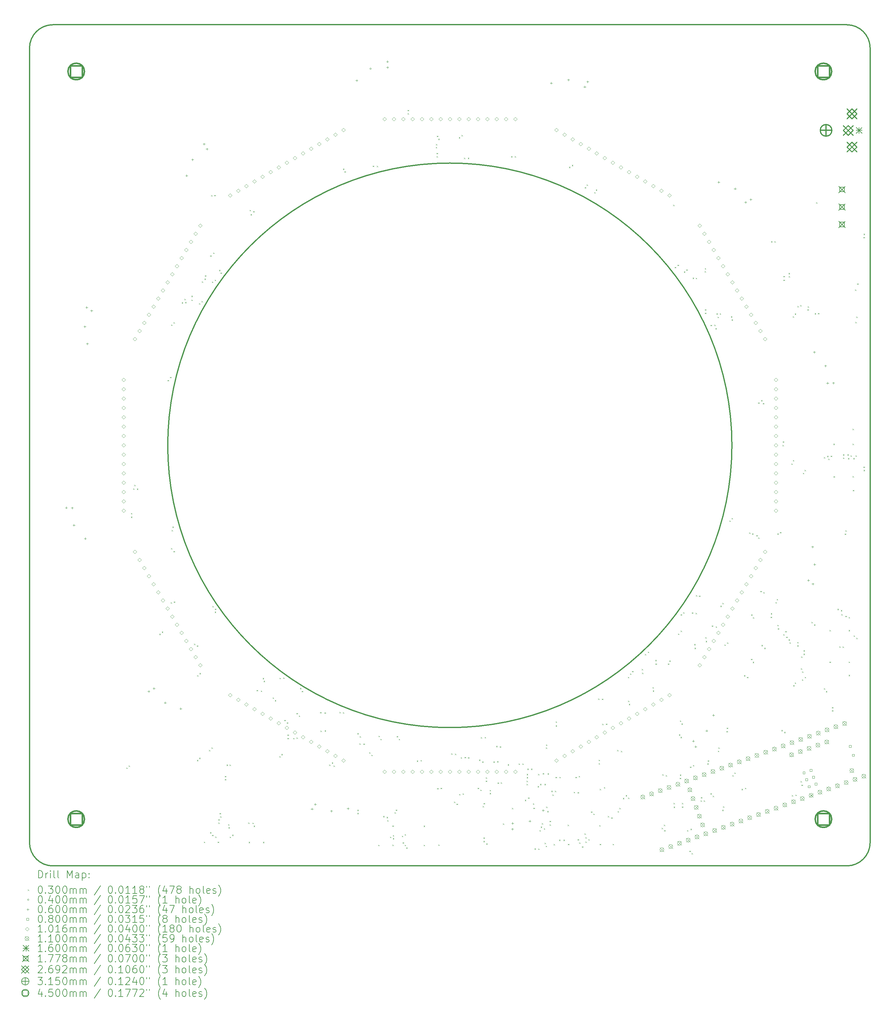
<source format=gbr>
%TF.GenerationSoftware,KiCad,Pcbnew,8.0.5*%
%TF.CreationDate,2024-10-09T16:01:21-04:00*%
%TF.ProjectId,teensy_arena_12-12,7465656e-7379-45f6-9172-656e615f3132,v0.2.1*%
%TF.SameCoordinates,Original*%
%TF.FileFunction,Drillmap*%
%TF.FilePolarity,Positive*%
%FSLAX45Y45*%
G04 Gerber Fmt 4.5, Leading zero omitted, Abs format (unit mm)*
G04 Created by KiCad (PCBNEW 8.0.5) date 2024-10-09 16:01:21*
%MOMM*%
%LPD*%
G01*
G04 APERTURE LIST*
%ADD10C,0.300000*%
%ADD11C,0.200000*%
%ADD12C,0.100000*%
%ADD13C,0.101600*%
%ADD14C,0.110000*%
%ADD15C,0.160020*%
%ADD16C,0.177800*%
%ADD17C,0.269240*%
%ADD18C,0.314960*%
%ADD19C,0.450000*%
G04 APERTURE END LIST*
D10*
X6350000Y-6985000D02*
X6350000Y-28575000D01*
X29210000Y-28575000D02*
G75*
G02*
X28575000Y-29210000I-635000J0D01*
G01*
X6985000Y-29210000D02*
X28575000Y-29210000D01*
X28575000Y-6350000D02*
G75*
G02*
X29210000Y-6985000I0J-635000D01*
G01*
X25450800Y-17780000D02*
G75*
G02*
X10109200Y-17780000I-7670800J0D01*
G01*
X10109200Y-17780000D02*
G75*
G02*
X25450800Y-17780000I7670800J0D01*
G01*
X6985000Y-29210000D02*
G75*
G02*
X6350000Y-28575000I0J635000D01*
G01*
X28575000Y-6350000D02*
X6985000Y-6350000D01*
X6350000Y-6985000D02*
G75*
G02*
X6985000Y-6350000I635000J0D01*
G01*
X29210000Y-28575000D02*
X29210000Y-6985000D01*
D11*
D12*
X8984220Y-26535620D02*
X9014220Y-26565620D01*
X9014220Y-26535620D02*
X8984220Y-26565620D01*
X9045180Y-26479740D02*
X9075180Y-26509740D01*
X9075180Y-26479740D02*
X9045180Y-26509740D01*
X9108680Y-19619200D02*
X9138680Y-19649200D01*
X9138680Y-19619200D02*
X9108680Y-19649200D01*
X9108680Y-19718260D02*
X9138680Y-19748260D01*
X9138680Y-19718260D02*
X9108680Y-19748260D01*
X9169640Y-18951180D02*
X9199640Y-18981180D01*
X9199640Y-18951180D02*
X9169640Y-18981180D01*
X9200120Y-18852120D02*
X9230120Y-18882120D01*
X9230120Y-18852120D02*
X9200120Y-18882120D01*
X9271240Y-18953720D02*
X9301240Y-18983720D01*
X9301240Y-18953720D02*
X9271240Y-18983720D01*
X9878300Y-22900880D02*
X9908300Y-22930880D01*
X9908300Y-22900880D02*
X9878300Y-22930880D01*
X9946880Y-22842460D02*
X9976880Y-22872460D01*
X9976880Y-22842460D02*
X9946880Y-22872460D01*
X10104100Y-16003650D02*
X10134100Y-16033650D01*
X10134100Y-16003650D02*
X10104100Y-16033650D01*
X10170400Y-15920960D02*
X10200400Y-15950960D01*
X10200400Y-15920960D02*
X10170400Y-15950960D01*
X10190720Y-22044900D02*
X10220720Y-22074900D01*
X10220720Y-22044900D02*
X10190720Y-22074900D01*
X10199670Y-20574240D02*
X10229670Y-20604240D01*
X10229670Y-20574240D02*
X10199670Y-20604240D01*
X10200880Y-14498560D02*
X10230880Y-14528560D01*
X10230880Y-14498560D02*
X10200880Y-14528560D01*
X10213310Y-20081380D02*
X10243310Y-20111380D01*
X10243310Y-20081380D02*
X10213310Y-20111380D01*
X10233900Y-19987500D02*
X10263900Y-20017500D01*
X10263900Y-19987500D02*
X10233900Y-20017500D01*
X10264670Y-20652920D02*
X10294670Y-20682920D01*
X10294670Y-20652920D02*
X10264670Y-20682920D01*
X10266920Y-14435060D02*
X10296920Y-14465060D01*
X10296920Y-14435060D02*
X10266920Y-14465060D01*
X10271542Y-22025099D02*
X10301542Y-22055099D01*
X10301542Y-22025099D02*
X10271542Y-22055099D01*
X10490440Y-13891500D02*
X10520440Y-13921500D01*
X10520440Y-13891500D02*
X10490440Y-13921500D01*
X10561560Y-13797520D02*
X10591560Y-13827520D01*
X10591560Y-13797520D02*
X10561560Y-13827520D01*
X10584420Y-13883880D02*
X10614420Y-13913880D01*
X10614420Y-13883880D02*
X10584420Y-13913880D01*
X10750470Y-13716240D02*
X10780470Y-13746240D01*
X10780470Y-13716240D02*
X10750470Y-13746240D01*
X10750470Y-13818880D02*
X10780470Y-13848880D01*
X10780470Y-13818880D02*
X10750470Y-13848880D01*
X10823180Y-23170120D02*
X10853180Y-23200120D01*
X10853180Y-23170120D02*
X10823180Y-23200120D01*
X10901920Y-23218380D02*
X10931920Y-23248380D01*
X10931920Y-23218380D02*
X10901920Y-23248380D01*
X10904460Y-26329880D02*
X10934460Y-26359880D01*
X10934460Y-26329880D02*
X10904460Y-26359880D01*
X10908640Y-24024370D02*
X10938640Y-24054370D01*
X10938640Y-24024370D02*
X10908640Y-24054370D01*
X10957800Y-13916900D02*
X10987800Y-13946900D01*
X10987800Y-13916900D02*
X10957800Y-13946900D01*
X10962025Y-26269775D02*
X10992025Y-26299775D01*
X10992025Y-26269775D02*
X10962025Y-26299775D01*
X10973040Y-23967680D02*
X11003040Y-23997680D01*
X11003040Y-23967680D02*
X10973040Y-23997680D01*
X11026380Y-13855940D02*
X11056380Y-13885940D01*
X11056380Y-13855940D02*
X11026380Y-13885940D01*
X11034000Y-13325080D02*
X11064000Y-13355080D01*
X11064000Y-13325080D02*
X11034000Y-13355080D01*
X11089900Y-28552400D02*
X11119900Y-28582400D01*
X11119900Y-28552400D02*
X11089900Y-28582400D01*
X11107660Y-13246340D02*
X11137660Y-13276340D01*
X11137660Y-13246340D02*
X11107660Y-13276340D01*
X11119010Y-13159980D02*
X11149010Y-13189980D01*
X11149010Y-13159980D02*
X11119010Y-13189980D01*
X11232120Y-26058100D02*
X11262120Y-26088100D01*
X11262120Y-26058100D02*
X11232120Y-26088100D01*
X11259950Y-28291600D02*
X11289950Y-28321600D01*
X11289950Y-28291600D02*
X11259950Y-28321600D01*
X11265770Y-12616360D02*
X11295770Y-12646360D01*
X11295770Y-12616360D02*
X11265770Y-12646360D01*
X11288000Y-10978120D02*
X11318000Y-11008120D01*
X11318000Y-10978120D02*
X11288000Y-11008120D01*
X11298160Y-25989520D02*
X11328160Y-26019520D01*
X11328160Y-25989520D02*
X11298160Y-26019520D01*
X11310510Y-13330700D02*
X11340510Y-13360700D01*
X11340510Y-13330700D02*
X11310510Y-13360700D01*
X11313400Y-28366960D02*
X11343400Y-28396960D01*
X11343400Y-28366960D02*
X11313400Y-28396960D01*
X11322590Y-22149040D02*
X11352590Y-22179040D01*
X11352590Y-22149040D02*
X11322590Y-22179040D01*
X11343880Y-12542760D02*
X11373880Y-12572760D01*
X11373880Y-12542760D02*
X11343880Y-12572760D01*
X11373990Y-10975580D02*
X11403990Y-11005580D01*
X11403990Y-10975580D02*
X11373990Y-11005580D01*
X11387060Y-13279360D02*
X11417060Y-13309360D01*
X11417060Y-13279360D02*
X11387060Y-13309360D01*
X11387590Y-22298900D02*
X11417590Y-22328900D01*
X11417590Y-22298900D02*
X11387590Y-22328900D01*
X11389600Y-22217620D02*
X11419600Y-22247620D01*
X11419600Y-22217620D02*
X11389600Y-22247620D01*
X11398490Y-28411410D02*
X11428490Y-28441410D01*
X11428490Y-28411410D02*
X11398490Y-28441410D01*
X11465800Y-28550900D02*
X11495800Y-28580900D01*
X11495800Y-28550900D02*
X11465800Y-28580900D01*
X11486100Y-28031700D02*
X11516100Y-28061700D01*
X11516100Y-28031700D02*
X11486100Y-28061700D01*
X11486120Y-27942780D02*
X11516120Y-27972780D01*
X11516120Y-27942780D02*
X11486120Y-27972780D01*
X11506910Y-13011300D02*
X11536910Y-13041300D01*
X11536910Y-13011300D02*
X11506910Y-13041300D01*
X11516600Y-27772010D02*
X11546600Y-27802010D01*
X11546600Y-27772010D02*
X11516600Y-27802010D01*
X11536920Y-27864040D02*
X11566920Y-27894040D01*
X11566920Y-27864040D02*
X11536920Y-27894040D01*
X11542000Y-13083780D02*
X11572000Y-13113780D01*
X11572000Y-13083780D02*
X11542000Y-13113780D01*
X11663920Y-26766760D02*
X11693920Y-26796760D01*
X11693920Y-26766760D02*
X11663920Y-26796760D01*
X11663920Y-26848710D02*
X11693920Y-26878710D01*
X11693920Y-26848710D02*
X11663920Y-26878710D01*
X11709640Y-26454340D02*
X11739640Y-26484340D01*
X11739640Y-26454340D02*
X11709640Y-26484340D01*
X11752820Y-28077400D02*
X11782820Y-28107400D01*
X11782820Y-28077400D02*
X11752820Y-28107400D01*
X11758730Y-28157182D02*
X11788730Y-28187182D01*
X11788730Y-28157182D02*
X11758730Y-28187182D01*
X11791510Y-26454340D02*
X11821510Y-26484340D01*
X11821510Y-26454340D02*
X11791510Y-26484340D01*
X11794500Y-28416660D02*
X11824500Y-28446660D01*
X11824500Y-28416660D02*
X11794500Y-28446660D01*
X11859500Y-28361880D02*
X11889500Y-28391880D01*
X11889500Y-28361880D02*
X11859500Y-28391880D01*
X12298800Y-28031600D02*
X12328800Y-28061600D01*
X12328800Y-28031600D02*
X12298800Y-28061600D01*
X12309100Y-28554900D02*
X12339100Y-28584900D01*
X12339100Y-28554900D02*
X12309100Y-28584900D01*
X12336030Y-11379740D02*
X12366030Y-11409740D01*
X12366030Y-11379740D02*
X12336030Y-11409740D01*
X12359620Y-11496510D02*
X12389620Y-11526510D01*
X12389620Y-11496510D02*
X12359620Y-11526510D01*
X12410680Y-28034220D02*
X12440680Y-28064220D01*
X12440680Y-28034220D02*
X12410680Y-28064220D01*
X12431000Y-11415000D02*
X12461000Y-11445000D01*
X12461000Y-11415000D02*
X12431000Y-11445000D01*
X12446980Y-28114000D02*
X12476980Y-28144000D01*
X12476980Y-28114000D02*
X12446980Y-28144000D01*
X12525445Y-24429495D02*
X12555445Y-24459495D01*
X12555445Y-24429495D02*
X12525445Y-24459495D01*
X12639280Y-24445200D02*
X12669280Y-24475200D01*
X12669280Y-24445200D02*
X12639280Y-24475200D01*
X12690080Y-24102300D02*
X12720080Y-24132300D01*
X12720080Y-24102300D02*
X12690080Y-24132300D01*
X12700200Y-28554900D02*
X12730200Y-28584900D01*
X12730200Y-28554900D02*
X12700200Y-28584900D01*
X12715480Y-24181040D02*
X12745480Y-24211040D01*
X12745480Y-24181040D02*
X12715480Y-24211040D01*
X12961070Y-24631240D02*
X12991070Y-24661240D01*
X12991070Y-24631240D02*
X12961070Y-24661240D01*
X13021308Y-24705792D02*
X13051308Y-24735792D01*
X13051308Y-24705792D02*
X13021308Y-24735792D01*
X13142200Y-26228280D02*
X13172200Y-26258280D01*
X13172200Y-26228280D02*
X13142200Y-26258280D01*
X13150090Y-24096950D02*
X13180090Y-24126950D01*
X13180090Y-24096950D02*
X13150090Y-24126950D01*
X13200760Y-26166850D02*
X13230760Y-26196850D01*
X13230760Y-26166850D02*
X13200760Y-26196850D01*
X13251420Y-24089600D02*
X13281420Y-24119600D01*
X13281420Y-24089600D02*
X13251420Y-24119600D01*
X13279860Y-25240794D02*
X13309860Y-25270794D01*
X13309860Y-25240794D02*
X13279860Y-25270794D01*
X13346633Y-25307567D02*
X13376633Y-25337567D01*
X13376633Y-25307567D02*
X13346633Y-25337567D01*
X13363180Y-25639000D02*
X13393180Y-25669000D01*
X13393180Y-25639000D02*
X13363180Y-25669000D01*
X13365820Y-25730900D02*
X13395820Y-25760900D01*
X13395820Y-25730900D02*
X13365820Y-25760900D01*
X13520190Y-25730900D02*
X13550190Y-25760900D01*
X13550190Y-25730900D02*
X13520190Y-25760900D01*
X13609560Y-25717740D02*
X13639560Y-25747740D01*
X13639560Y-25717740D02*
X13609560Y-25747740D01*
X13609873Y-25056180D02*
X13639873Y-25086180D01*
X13639873Y-25056180D02*
X13609873Y-25086180D01*
X13674572Y-25124408D02*
X13704572Y-25154408D01*
X13704572Y-25124408D02*
X13674572Y-25154408D01*
X13706080Y-24374080D02*
X13736080Y-24404080D01*
X13736080Y-24374080D02*
X13706080Y-24404080D01*
X13754340Y-24455360D02*
X13784340Y-24485360D01*
X13784340Y-24455360D02*
X13754340Y-24485360D01*
X14254602Y-25029518D02*
X14284602Y-25059518D01*
X14284602Y-25029518D02*
X14254602Y-25059518D01*
X14260291Y-25531340D02*
X14290291Y-25561340D01*
X14290291Y-25531340D02*
X14260291Y-25561340D01*
X14371560Y-25039560D02*
X14401560Y-25069560D01*
X14401560Y-25039560D02*
X14371560Y-25069560D01*
X14376640Y-25524700D02*
X14406640Y-25554700D01*
X14406640Y-25524700D02*
X14376640Y-25554700D01*
X14496370Y-26457450D02*
X14526370Y-26487450D01*
X14526370Y-26457450D02*
X14496370Y-26487450D01*
X14569680Y-26395920D02*
X14599680Y-26425920D01*
X14599680Y-26395920D02*
X14569680Y-26425920D01*
X14615400Y-26479740D02*
X14645400Y-26509740D01*
X14645400Y-26479740D02*
X14615400Y-26509740D01*
X14777553Y-25027267D02*
X14807553Y-25057267D01*
X14807553Y-25027267D02*
X14777553Y-25057267D01*
X14869927Y-25033953D02*
X14899927Y-25063953D01*
X14899927Y-25033953D02*
X14869927Y-25063953D01*
X14875570Y-10259180D02*
X14905570Y-10289180D01*
X14905570Y-10259180D02*
X14875570Y-10289180D01*
X14915120Y-10332960D02*
X14945120Y-10362960D01*
X14945120Y-10332960D02*
X14915120Y-10362960D01*
X15263100Y-27770060D02*
X15293100Y-27800060D01*
X15293100Y-27770060D02*
X15263100Y-27800060D01*
X15265640Y-25603440D02*
X15295640Y-25633440D01*
X15295640Y-25603440D02*
X15265640Y-25633440D01*
X15265640Y-27683700D02*
X15295640Y-27713700D01*
X15295640Y-27683700D02*
X15265640Y-27713700D01*
X15321520Y-25878530D02*
X15351520Y-25908530D01*
X15351520Y-25878530D02*
X15321520Y-25908530D01*
X15330610Y-25685700D02*
X15360610Y-25715700D01*
X15360610Y-25685700D02*
X15330610Y-25715700D01*
X15428200Y-25885380D02*
X15458200Y-25915380D01*
X15458200Y-25885380D02*
X15428200Y-25915380D01*
X15588220Y-26121600D02*
X15618220Y-26151600D01*
X15618220Y-26121600D02*
X15588220Y-26151600D01*
X15644100Y-26190860D02*
X15674100Y-26220860D01*
X15674100Y-26190860D02*
X15644100Y-26220860D01*
X15685230Y-10178660D02*
X15715230Y-10208660D01*
X15715230Y-10178660D02*
X15685230Y-10208660D01*
X15793960Y-10185640D02*
X15823960Y-10215640D01*
X15823960Y-10185640D02*
X15793960Y-10215640D01*
X15832100Y-28636200D02*
X15862100Y-28666200D01*
X15862100Y-28636200D02*
X15832100Y-28666200D01*
X15842220Y-25672020D02*
X15872220Y-25702020D01*
X15872220Y-25672020D02*
X15842220Y-25702020D01*
X15890480Y-25757740D02*
X15920480Y-25787740D01*
X15920480Y-25757740D02*
X15890480Y-25787740D01*
X15968110Y-27855060D02*
X15998110Y-27885060D01*
X15998110Y-27855060D02*
X15968110Y-27885060D01*
X16060660Y-27879280D02*
X16090660Y-27909280D01*
X16090660Y-27879280D02*
X16060660Y-27909280D01*
X16076700Y-27967740D02*
X16106700Y-27997740D01*
X16106700Y-27967740D02*
X16076700Y-27997740D01*
X16152100Y-28415220D02*
X16182100Y-28445220D01*
X16182100Y-28415220D02*
X16152100Y-28445220D01*
X16215600Y-28113000D02*
X16245600Y-28143000D01*
X16245600Y-28113000D02*
X16215600Y-28143000D01*
X16215600Y-28632900D02*
X16245600Y-28662900D01*
X16245600Y-28632900D02*
X16215600Y-28662900D01*
X16228540Y-28373060D02*
X16258540Y-28403060D01*
X16258540Y-28373060D02*
X16228540Y-28403060D01*
X16229490Y-28455460D02*
X16259490Y-28485460D01*
X16259490Y-28455460D02*
X16229490Y-28485460D01*
X16276560Y-27752280D02*
X16306560Y-27782280D01*
X16306560Y-27752280D02*
X16276560Y-27782280D01*
X16311800Y-27678960D02*
X16341800Y-27708960D01*
X16341800Y-27678960D02*
X16311800Y-27708960D01*
X16334980Y-25682180D02*
X16364980Y-25712180D01*
X16364980Y-25682180D02*
X16334980Y-25712180D01*
X16390370Y-25757740D02*
X16420370Y-25787740D01*
X16420370Y-25757740D02*
X16390370Y-25787740D01*
X16476823Y-28392087D02*
X16506823Y-28422087D01*
X16506823Y-28392087D02*
X16476823Y-28422087D01*
X16497780Y-28567900D02*
X16527780Y-28597900D01*
X16527780Y-28567900D02*
X16497780Y-28597900D01*
X16550880Y-28349180D02*
X16580880Y-28379180D01*
X16580880Y-28349180D02*
X16550880Y-28379180D01*
X16550880Y-28636200D02*
X16580880Y-28666200D01*
X16580880Y-28636200D02*
X16550880Y-28666200D01*
X16594060Y-28707320D02*
X16624060Y-28737320D01*
X16624060Y-28707320D02*
X16594060Y-28737320D01*
X16632160Y-8664180D02*
X16662160Y-8694180D01*
X16662160Y-8664180D02*
X16632160Y-8694180D01*
X16632160Y-8750540D02*
X16662160Y-8780540D01*
X16662160Y-8750540D02*
X16632160Y-8780540D01*
X16881080Y-26345120D02*
X16911080Y-26375120D01*
X16911080Y-26345120D02*
X16881080Y-26375120D01*
X16982680Y-26334960D02*
X17012680Y-26364960D01*
X17012680Y-26334960D02*
X16982680Y-26364960D01*
X17066500Y-28636200D02*
X17096500Y-28666200D01*
X17096500Y-28636200D02*
X17066500Y-28666200D01*
X17069000Y-28115500D02*
X17099000Y-28145500D01*
X17099000Y-28115500D02*
X17069000Y-28145500D01*
X17399240Y-9672560D02*
X17429240Y-9702560D01*
X17429240Y-9672560D02*
X17399240Y-9702560D01*
X17401780Y-9588740D02*
X17431780Y-9618740D01*
X17431780Y-9588740D02*
X17401780Y-9618740D01*
X17419560Y-9831600D02*
X17449560Y-9861600D01*
X17449560Y-9831600D02*
X17419560Y-9861600D01*
X17419560Y-9918940D02*
X17449560Y-9948940D01*
X17449560Y-9918940D02*
X17419560Y-9948940D01*
X17427180Y-9367760D02*
X17457180Y-9397760D01*
X17457180Y-9367760D02*
X17427180Y-9397760D01*
X17437340Y-27094420D02*
X17467340Y-27124420D01*
X17467340Y-27094420D02*
X17437340Y-27124420D01*
X17467800Y-28628600D02*
X17497800Y-28658600D01*
X17497800Y-28628600D02*
X17467800Y-28658600D01*
X17467820Y-9449040D02*
X17497820Y-9479040D01*
X17497820Y-9449040D02*
X17467820Y-9479040D01*
X17528780Y-27086800D02*
X17558780Y-27116800D01*
X17558780Y-27086800D02*
X17528780Y-27116800D01*
X17815800Y-26151040D02*
X17845800Y-26181040D01*
X17845800Y-26151040D02*
X17815800Y-26181040D01*
X17892000Y-27465030D02*
X17922000Y-27495030D01*
X17922000Y-27465030D02*
X17892000Y-27495030D01*
X17917400Y-26159700D02*
X17947400Y-26189700D01*
X17947400Y-26159700D02*
X17917400Y-26189700D01*
X17960580Y-27518600D02*
X17990580Y-27548600D01*
X17990580Y-27518600D02*
X17960580Y-27548600D01*
X18026620Y-9403320D02*
X18056620Y-9433320D01*
X18056620Y-9403320D02*
X18026620Y-9433320D01*
X18031610Y-27256980D02*
X18061610Y-27286980D01*
X18061610Y-27256980D02*
X18031610Y-27286980D01*
X18074880Y-26255860D02*
X18104880Y-26285860D01*
X18104880Y-26255860D02*
X18074880Y-26285860D01*
X18095200Y-9347440D02*
X18125200Y-9377440D01*
X18125200Y-9347440D02*
X18095200Y-9377440D01*
X18125680Y-27239200D02*
X18155680Y-27269200D01*
X18155680Y-27239200D02*
X18125680Y-27269200D01*
X18163780Y-9964660D02*
X18193780Y-9994660D01*
X18193780Y-9964660D02*
X18163780Y-9994660D01*
X18181560Y-26248600D02*
X18211560Y-26278600D01*
X18211560Y-26248600D02*
X18181560Y-26278600D01*
X18271580Y-9963810D02*
X18301580Y-9993810D01*
X18301580Y-9963810D02*
X18271580Y-9993810D01*
X18273000Y-26255860D02*
X18303000Y-26285860D01*
X18303000Y-26255860D02*
X18273000Y-26285860D01*
X18537160Y-27086800D02*
X18567160Y-27116800D01*
X18567160Y-27086800D02*
X18537160Y-27116800D01*
X18574220Y-26320860D02*
X18604220Y-26350860D01*
X18604220Y-26320860D02*
X18574220Y-26350860D01*
X18608280Y-27137600D02*
X18638280Y-27167600D01*
X18638280Y-27137600D02*
X18608280Y-27167600D01*
X18620980Y-25709530D02*
X18650980Y-25739530D01*
X18650980Y-25709530D02*
X18620980Y-25739530D01*
X18661620Y-26370520D02*
X18691620Y-26400520D01*
X18691620Y-26370520D02*
X18661620Y-26400520D01*
X18671780Y-27582100D02*
X18701780Y-27612100D01*
X18701780Y-27582100D02*
X18671780Y-27612100D01*
X18692100Y-28437900D02*
X18722100Y-28467900D01*
X18722100Y-28437900D02*
X18692100Y-28467900D01*
X18694640Y-28529520D02*
X18724640Y-28559520D01*
X18724640Y-28529520D02*
X18694640Y-28559520D01*
X18697367Y-27500820D02*
X18727367Y-27530820D01*
X18727367Y-27500820D02*
X18697367Y-27530820D01*
X18728143Y-25708868D02*
X18758143Y-25738868D01*
X18758143Y-25708868D02*
X18728143Y-25738868D01*
X18758140Y-26804860D02*
X18788140Y-26834860D01*
X18788140Y-26804860D02*
X18758140Y-26834860D01*
X18758140Y-26891220D02*
X18788140Y-26921220D01*
X18788140Y-26891220D02*
X18758140Y-26921220D01*
X18770840Y-28598100D02*
X18800840Y-28628100D01*
X18800840Y-28598100D02*
X18770840Y-28628100D01*
X18864820Y-27145220D02*
X18894820Y-27175220D01*
X18894820Y-27145220D02*
X18864820Y-27175220D01*
X18864820Y-27229040D02*
X18894820Y-27259040D01*
X18894820Y-27229040D02*
X18864820Y-27259040D01*
X18966420Y-26370520D02*
X18996420Y-26400520D01*
X18996420Y-26370520D02*
X18966420Y-26400520D01*
X19042620Y-25948880D02*
X19072620Y-25978880D01*
X19072620Y-25948880D02*
X19042620Y-25978880D01*
X19068020Y-26365440D02*
X19098020Y-26395440D01*
X19098020Y-26365440D02*
X19068020Y-26395440D01*
X19078180Y-26942020D02*
X19108180Y-26972020D01*
X19108180Y-26942020D02*
X19078180Y-26972020D01*
X19140290Y-25961150D02*
X19170290Y-25991150D01*
X19170290Y-25961150D02*
X19140290Y-25991150D01*
X19162000Y-26939480D02*
X19192000Y-26969480D01*
X19192000Y-26939480D02*
X19162000Y-26969480D01*
X19222260Y-28058200D02*
X19252260Y-28088200D01*
X19252260Y-28058200D02*
X19222260Y-28088200D01*
X19352500Y-26446720D02*
X19382500Y-26476720D01*
X19382500Y-26446720D02*
X19352500Y-26476720D01*
X19449020Y-9918940D02*
X19479020Y-9948940D01*
X19479020Y-9918940D02*
X19449020Y-9948940D01*
X19470630Y-27631190D02*
X19500630Y-27661190D01*
X19500630Y-27631190D02*
X19470630Y-27661190D01*
X19543000Y-9920710D02*
X19573000Y-9950710D01*
X19573000Y-9920710D02*
X19543000Y-9950710D01*
X19652220Y-26428020D02*
X19682220Y-26458020D01*
X19682220Y-26428020D02*
X19652220Y-26458020D01*
X19751280Y-26428020D02*
X19781280Y-26458020D01*
X19781280Y-26428020D02*
X19751280Y-26458020D01*
X19818050Y-27411970D02*
X19848050Y-27441970D01*
X19848050Y-27411970D02*
X19818050Y-27441970D01*
X19868120Y-26898840D02*
X19898120Y-26928840D01*
X19898120Y-26898840D02*
X19868120Y-26928840D01*
X19868120Y-26980120D02*
X19898120Y-27010120D01*
X19898120Y-26980120D02*
X19868120Y-27010120D01*
X19870660Y-26710880D02*
X19900660Y-26740880D01*
X19900660Y-26710880D02*
X19870660Y-26740880D01*
X19870660Y-26794700D02*
X19900660Y-26824700D01*
X19900660Y-26794700D02*
X19870660Y-26824700D01*
X19885900Y-26568640D02*
X19915900Y-26598640D01*
X19915900Y-26568640D02*
X19885900Y-26598640D01*
X19910850Y-27351160D02*
X19940850Y-27381160D01*
X19940850Y-27351160D02*
X19910850Y-27381160D01*
X19990040Y-26566730D02*
X20020040Y-26596730D01*
X20020040Y-26566730D02*
X19990040Y-26596730D01*
X20040080Y-27512200D02*
X20070080Y-27542200D01*
X20070080Y-27512200D02*
X20040080Y-27542200D01*
X20054280Y-27630800D02*
X20084280Y-27660800D01*
X20084280Y-27630800D02*
X20054280Y-27660800D01*
X20084020Y-28735260D02*
X20114020Y-28765260D01*
X20114020Y-28735260D02*
X20084020Y-28765260D01*
X20167840Y-27041080D02*
X20197840Y-27071080D01*
X20197840Y-27041080D02*
X20167840Y-27071080D01*
X20178000Y-26709030D02*
X20208000Y-26739030D01*
X20208000Y-26709030D02*
X20178000Y-26739030D01*
X20183080Y-28740000D02*
X20213080Y-28770000D01*
X20213080Y-28740000D02*
X20183080Y-28770000D01*
X20217370Y-28238690D02*
X20247370Y-28268690D01*
X20247370Y-28238690D02*
X20217370Y-28268690D01*
X20233638Y-26982930D02*
X20263638Y-27012930D01*
X20263638Y-26982930D02*
X20233638Y-27012930D01*
X20251660Y-28143440D02*
X20281660Y-28173440D01*
X20281660Y-28143440D02*
X20251660Y-28173440D01*
X20279600Y-28049460D02*
X20309600Y-28079460D01*
X20309600Y-28049460D02*
X20279600Y-28079460D01*
X20307540Y-26690560D02*
X20337540Y-26720560D01*
X20337540Y-26690560D02*
X20307540Y-26720560D01*
X20335480Y-28186620D02*
X20365480Y-28216620D01*
X20365480Y-28186620D02*
X20335480Y-28216620D01*
X20353260Y-26982930D02*
X20383260Y-27012930D01*
X20383260Y-26982930D02*
X20353260Y-27012930D01*
X20359720Y-28583180D02*
X20389720Y-28613180D01*
X20389720Y-28583180D02*
X20359720Y-28613180D01*
X20386280Y-28661600D02*
X20416280Y-28691600D01*
X20416280Y-28661600D02*
X20386280Y-28691600D01*
X20391360Y-25992060D02*
X20421360Y-26022060D01*
X20421360Y-25992060D02*
X20391360Y-26022060D01*
X20393900Y-25910780D02*
X20423900Y-25940780D01*
X20423900Y-25910780D02*
X20393900Y-25940780D01*
X20401520Y-27599180D02*
X20431520Y-27629180D01*
X20431520Y-27599180D02*
X20401520Y-27629180D01*
X20429460Y-27719260D02*
X20459460Y-27749260D01*
X20459460Y-27719260D02*
X20429460Y-27749260D01*
X20437880Y-26695460D02*
X20467880Y-26725460D01*
X20467880Y-26695460D02*
X20437880Y-26725460D01*
X20491570Y-27985960D02*
X20521570Y-28015960D01*
X20521570Y-27985960D02*
X20491570Y-28015960D01*
X20491570Y-28082480D02*
X20521570Y-28112480D01*
X20521570Y-28082480D02*
X20491570Y-28112480D01*
X20538680Y-27168080D02*
X20568680Y-27198080D01*
X20568680Y-27168080D02*
X20538680Y-27198080D01*
X20567960Y-27269680D02*
X20597960Y-27299680D01*
X20597960Y-27269680D02*
X20567960Y-27299680D01*
X20604700Y-28613300D02*
X20634700Y-28643300D01*
X20634700Y-28613300D02*
X20604700Y-28643300D01*
X20637740Y-27165540D02*
X20667740Y-27195540D01*
X20667740Y-27165540D02*
X20637740Y-27195540D01*
X20652980Y-26792160D02*
X20682980Y-26822160D01*
X20682980Y-26792160D02*
X20652980Y-26822160D01*
X20656330Y-25285130D02*
X20686330Y-25315130D01*
X20686330Y-25285130D02*
X20656330Y-25315130D01*
X20658060Y-25390080D02*
X20688060Y-25420080D01*
X20688060Y-25390080D02*
X20658060Y-25420080D01*
X20749500Y-28499040D02*
X20779500Y-28529040D01*
X20779500Y-28499040D02*
X20749500Y-28529040D01*
X20757960Y-26790700D02*
X20787960Y-26820700D01*
X20787960Y-26790700D02*
X20757960Y-26820700D01*
X20869150Y-28498430D02*
X20899150Y-28528430D01*
X20899150Y-28498430D02*
X20869150Y-28528430D01*
X20983200Y-28092600D02*
X21013200Y-28122600D01*
X21013200Y-28092600D02*
X20983200Y-28122600D01*
X20990800Y-28611800D02*
X21020800Y-28641800D01*
X21020800Y-28611800D02*
X20990800Y-28641800D01*
X21023820Y-10211040D02*
X21053820Y-10241040D01*
X21053820Y-10211040D02*
X21023820Y-10241040D01*
X21098850Y-10160240D02*
X21128850Y-10190240D01*
X21128850Y-10160240D02*
X21098850Y-10190240D01*
X21150820Y-27196020D02*
X21180820Y-27226020D01*
X21180820Y-27196020D02*
X21150820Y-27226020D01*
X21194000Y-26792160D02*
X21224000Y-26822160D01*
X21224000Y-26792160D02*
X21194000Y-26822160D01*
X21254790Y-27204400D02*
X21284790Y-27234400D01*
X21284790Y-27204400D02*
X21254790Y-27234400D01*
X21254790Y-28482660D02*
X21284790Y-28512660D01*
X21284790Y-28482660D02*
X21254790Y-28512660D01*
X21283840Y-26763630D02*
X21313840Y-26793630D01*
X21313840Y-26763630D02*
X21283840Y-26793630D01*
X21298140Y-28575240D02*
X21328140Y-28605240D01*
X21328140Y-28575240D02*
X21298140Y-28605240D01*
X21374200Y-28677500D02*
X21404200Y-28707500D01*
X21404200Y-28677500D02*
X21374200Y-28707500D01*
X21442920Y-28326320D02*
X21472920Y-28356320D01*
X21472920Y-28326320D02*
X21442920Y-28356320D01*
X21450540Y-10762220D02*
X21480540Y-10792220D01*
X21480540Y-10762220D02*
X21450540Y-10792220D01*
X21468320Y-28430460D02*
X21498320Y-28460460D01*
X21498320Y-28430460D02*
X21468320Y-28460460D01*
X21468320Y-28549840D02*
X21498320Y-28579840D01*
X21498320Y-28549840D02*
X21468320Y-28579840D01*
X21499830Y-10690070D02*
X21529830Y-10720070D01*
X21529830Y-10690070D02*
X21499830Y-10720070D01*
X21545440Y-28482660D02*
X21575440Y-28512660D01*
X21575440Y-28482660D02*
X21545440Y-28512660D01*
X21619190Y-27729420D02*
X21649190Y-27759420D01*
X21649190Y-27729420D02*
X21619190Y-27759420D01*
X21684190Y-27790380D02*
X21714190Y-27820380D01*
X21714190Y-27790380D02*
X21684190Y-27820380D01*
X21707080Y-10899380D02*
X21737080Y-10929380D01*
X21737080Y-10899380D02*
X21707080Y-10929380D01*
X21749725Y-10826255D02*
X21779725Y-10856255D01*
X21779725Y-10826255D02*
X21749725Y-10856255D01*
X21813760Y-24663640D02*
X21843760Y-24693640D01*
X21843760Y-24663640D02*
X21813760Y-24693640D01*
X21825630Y-26418080D02*
X21855630Y-26448080D01*
X21855630Y-26418080D02*
X21825630Y-26448080D01*
X21826460Y-26324800D02*
X21856460Y-26354800D01*
X21856460Y-26324800D02*
X21826460Y-26354800D01*
X21843000Y-28104100D02*
X21873000Y-28134100D01*
X21873000Y-28104100D02*
X21843000Y-28134100D01*
X21854400Y-28612700D02*
X21884400Y-28642700D01*
X21884400Y-28612700D02*
X21854400Y-28642700D01*
X21857550Y-27116070D02*
X21887550Y-27146070D01*
X21887550Y-27116070D02*
X21857550Y-27146070D01*
X21914150Y-24667510D02*
X21944150Y-24697510D01*
X21944150Y-24667510D02*
X21914150Y-24697510D01*
X21922980Y-25349440D02*
X21952980Y-25379440D01*
X21952980Y-25349440D02*
X21922980Y-25379440D01*
X21971240Y-27069020D02*
X22001240Y-27099020D01*
X22001240Y-27069020D02*
X21971240Y-27099020D01*
X22026550Y-25342250D02*
X22056550Y-25372250D01*
X22056550Y-25342250D02*
X22026550Y-25372250D01*
X22075380Y-27853880D02*
X22105380Y-27883880D01*
X22105380Y-27853880D02*
X22075380Y-27883880D01*
X22168420Y-27893280D02*
X22198420Y-27923280D01*
X22198420Y-27893280D02*
X22168420Y-27923280D01*
X22207500Y-28610800D02*
X22237500Y-28640800D01*
X22237500Y-28610800D02*
X22207500Y-28640800D01*
X22331920Y-26058100D02*
X22361920Y-26088100D01*
X22361920Y-26058100D02*
X22331920Y-26088100D01*
X22344830Y-27721430D02*
X22374830Y-27751430D01*
X22374830Y-27721430D02*
X22344830Y-27751430D01*
X22390340Y-27635440D02*
X22420340Y-27665440D01*
X22420340Y-27635440D02*
X22390340Y-27665440D01*
X22432900Y-26085420D02*
X22462900Y-26115420D01*
X22462900Y-26085420D02*
X22432900Y-26115420D01*
X22486860Y-27363660D02*
X22516860Y-27393660D01*
X22516860Y-27363660D02*
X22486860Y-27393660D01*
X22563060Y-27287460D02*
X22593060Y-27317460D01*
X22593060Y-27287460D02*
X22563060Y-27317460D01*
X22624020Y-24071820D02*
X22654020Y-24101820D01*
X22654020Y-24071820D02*
X22624020Y-24101820D01*
X22626560Y-24722060D02*
X22656560Y-24752060D01*
X22656560Y-24722060D02*
X22626560Y-24752060D01*
X22626560Y-27356040D02*
X22656560Y-27386040D01*
X22656560Y-27356040D02*
X22626560Y-27386040D01*
X22646880Y-24803340D02*
X22676880Y-24833340D01*
X22676880Y-24803340D02*
X22646880Y-24833340D01*
X22679900Y-23980380D02*
X22709900Y-24010380D01*
X22709900Y-23980380D02*
X22679900Y-24010380D01*
X22738320Y-23912328D02*
X22768320Y-23942328D01*
X22768320Y-23912328D02*
X22738320Y-23942328D01*
X23001452Y-23857432D02*
X23031452Y-23887432D01*
X23031452Y-23857432D02*
X23001452Y-23887432D01*
X23007560Y-23957520D02*
X23037560Y-23987520D01*
X23037560Y-23957520D02*
X23007560Y-23987520D01*
X23083760Y-23452060D02*
X23113760Y-23482060D01*
X23113760Y-23452060D02*
X23083760Y-23482060D01*
X23165040Y-23388560D02*
X23195040Y-23418560D01*
X23195040Y-23388560D02*
X23165040Y-23418560D01*
X23292040Y-24351220D02*
X23322040Y-24381220D01*
X23322040Y-24351220D02*
X23292040Y-24381220D01*
X23299660Y-24442660D02*
X23329660Y-24472660D01*
X23329660Y-24442660D02*
X23299660Y-24472660D01*
X23365700Y-23612080D02*
X23395700Y-23642080D01*
X23395700Y-23612080D02*
X23365700Y-23642080D01*
X23373320Y-23707720D02*
X23403320Y-23737720D01*
X23403320Y-23707720D02*
X23373320Y-23737720D01*
X23540960Y-28175260D02*
X23570960Y-28205260D01*
X23570960Y-28175260D02*
X23540960Y-28205260D01*
X23556200Y-26718500D02*
X23586200Y-26748500D01*
X23586200Y-26718500D02*
X23556200Y-26748500D01*
X23601920Y-28092240D02*
X23631920Y-28122240D01*
X23631920Y-28092240D02*
X23601920Y-28122240D01*
X23607000Y-28240260D02*
X23637000Y-28270260D01*
X23637000Y-28240260D02*
X23607000Y-28270260D01*
X23650180Y-26743900D02*
X23680180Y-26773900D01*
X23680180Y-26743900D02*
X23650180Y-26773900D01*
X23708280Y-23707720D02*
X23738280Y-23737720D01*
X23738280Y-23707720D02*
X23708280Y-23737720D01*
X23749240Y-23627320D02*
X23779240Y-23657320D01*
X23779240Y-23627320D02*
X23749240Y-23657320D01*
X23855280Y-11240390D02*
X23885280Y-11270390D01*
X23885280Y-11240390D02*
X23855280Y-11270390D01*
X23863540Y-27500170D02*
X23893540Y-27530170D01*
X23893540Y-27500170D02*
X23863540Y-27530170D01*
X23866080Y-27599880D02*
X23896080Y-27629880D01*
X23896080Y-27599880D02*
X23866080Y-27629880D01*
X23896560Y-12931380D02*
X23926560Y-12961380D01*
X23926560Y-12931380D02*
X23896560Y-12961380D01*
X23972760Y-12870420D02*
X24002760Y-12900420D01*
X24002760Y-12870420D02*
X23972760Y-12900420D01*
X23985460Y-22895800D02*
X24015460Y-22925800D01*
X24015460Y-22895800D02*
X23985460Y-22925800D01*
X24010860Y-25633920D02*
X24040860Y-25663920D01*
X24040860Y-25633920D02*
X24010860Y-25663920D01*
X24031180Y-26817700D02*
X24061180Y-26847700D01*
X24061180Y-26817700D02*
X24031180Y-26847700D01*
X24036260Y-26728660D02*
X24066260Y-26758660D01*
X24066260Y-26728660D02*
X24036260Y-26758660D01*
X24036720Y-25258180D02*
X24066720Y-25288180D01*
X24066720Y-25258180D02*
X24036720Y-25288180D01*
X24054040Y-25705040D02*
X24084040Y-25735040D01*
X24084040Y-25705040D02*
X24054040Y-25735040D01*
X24056580Y-22370020D02*
X24086580Y-22400020D01*
X24086580Y-22370020D02*
X24056580Y-22400020D01*
X24057910Y-22815470D02*
X24087910Y-22845470D01*
X24087910Y-22815470D02*
X24057910Y-22845470D01*
X24079440Y-25336740D02*
X24109440Y-25366740D01*
X24109440Y-25336740D02*
X24079440Y-25366740D01*
X24089600Y-27500170D02*
X24119600Y-27530170D01*
X24119600Y-27500170D02*
X24089600Y-27530170D01*
X24092140Y-27594800D02*
X24122140Y-27624800D01*
X24122140Y-27594800D02*
X24092140Y-27624800D01*
X24123190Y-22315640D02*
X24153190Y-22345640D01*
X24153190Y-22315640D02*
X24123190Y-22345640D01*
X24148020Y-13055840D02*
X24178020Y-13085840D01*
X24178020Y-13055840D02*
X24148020Y-13085840D01*
X24211520Y-12999960D02*
X24241520Y-13029960D01*
X24241520Y-12999960D02*
X24211520Y-13029960D01*
X24232755Y-28238035D02*
X24262755Y-28268035D01*
X24262755Y-28238035D02*
X24232755Y-28268035D01*
X24295340Y-28798760D02*
X24325340Y-28828760D01*
X24325340Y-28798760D02*
X24295340Y-28828760D01*
X24313120Y-26512760D02*
X24343120Y-26542760D01*
X24343120Y-26512760D02*
X24313120Y-26542760D01*
X24325820Y-28199320D02*
X24355820Y-28229320D01*
X24355820Y-28199320D02*
X24325820Y-28229320D01*
X24353970Y-28859420D02*
X24383970Y-28889420D01*
X24383970Y-28859420D02*
X24353970Y-28889420D01*
X24363920Y-22319220D02*
X24393920Y-22349220D01*
X24393920Y-22319220D02*
X24363920Y-22349220D01*
X24384240Y-13223480D02*
X24414240Y-13253480D01*
X24414240Y-13223480D02*
X24384240Y-13253480D01*
X24391860Y-26469580D02*
X24421860Y-26499580D01*
X24421860Y-26469580D02*
X24391860Y-26499580D01*
X24427420Y-23180280D02*
X24457420Y-23210280D01*
X24457420Y-23180280D02*
X24427420Y-23210280D01*
X24433410Y-23281880D02*
X24463410Y-23311880D01*
X24463410Y-23281880D02*
X24433410Y-23311880D01*
X24462980Y-22334460D02*
X24492980Y-22364460D01*
X24492980Y-22334460D02*
X24462980Y-22364460D01*
X24468060Y-13226020D02*
X24498060Y-13256020D01*
X24498060Y-13226020D02*
X24468060Y-13256020D01*
X24470322Y-21852622D02*
X24500322Y-21882622D01*
X24500322Y-21852622D02*
X24470322Y-21882622D01*
X24556960Y-21864560D02*
X24586960Y-21894560D01*
X24586960Y-21864560D02*
X24556960Y-21894560D01*
X24600140Y-27429700D02*
X24630140Y-27459700D01*
X24630140Y-27429700D02*
X24600140Y-27459700D01*
X24609338Y-27341762D02*
X24639338Y-27371762D01*
X24639338Y-27341762D02*
X24609338Y-27371762D01*
X24683960Y-27432350D02*
X24713960Y-27462350D01*
X24713960Y-27432350D02*
X24683960Y-27462350D01*
X24709360Y-13045680D02*
X24739360Y-13075680D01*
X24739360Y-13045680D02*
X24709360Y-13075680D01*
X24711900Y-12964400D02*
X24741900Y-12994400D01*
X24741900Y-12964400D02*
X24711900Y-12994400D01*
X24715675Y-14083305D02*
X24745675Y-14113305D01*
X24745675Y-14083305D02*
X24715675Y-14113305D01*
X24717973Y-14177527D02*
X24747973Y-14207527D01*
X24747973Y-14177527D02*
X24717973Y-14207527D01*
X24727440Y-22992320D02*
X24757440Y-23022320D01*
X24757440Y-22992320D02*
X24727440Y-23022320D01*
X24737300Y-23093920D02*
X24767300Y-23123920D01*
X24767300Y-23093920D02*
X24737300Y-23123920D01*
X24780480Y-26423860D02*
X24810480Y-26453860D01*
X24810480Y-26423860D02*
X24780480Y-26453860D01*
X24793180Y-26342580D02*
X24823180Y-26372580D01*
X24823180Y-26342580D02*
X24793180Y-26372580D01*
X24864300Y-27236660D02*
X24894300Y-27266660D01*
X24894300Y-27236660D02*
X24864300Y-27266660D01*
X24871920Y-14506180D02*
X24901920Y-14536180D01*
X24901920Y-14506180D02*
X24871920Y-14536180D01*
X24904940Y-22674820D02*
X24934940Y-22704820D01*
X24934940Y-22674820D02*
X24904940Y-22704820D01*
X24927800Y-27302350D02*
X24957800Y-27332350D01*
X24957800Y-27302350D02*
X24927800Y-27332350D01*
X24973520Y-14501100D02*
X25003520Y-14531100D01*
X25003520Y-14501100D02*
X24973520Y-14531100D01*
X25001460Y-14595080D02*
X25031460Y-14625080D01*
X25031460Y-14595080D02*
X25001460Y-14625080D01*
X25011620Y-22702760D02*
X25041620Y-22732760D01*
X25041620Y-22702760D02*
X25011620Y-22732760D01*
X25029400Y-14193760D02*
X25059400Y-14223760D01*
X25059400Y-14193760D02*
X25029400Y-14223760D01*
X25059880Y-14285200D02*
X25089880Y-14315200D01*
X25089880Y-14285200D02*
X25059880Y-14315200D01*
X25067500Y-26078420D02*
X25097500Y-26108420D01*
X25097500Y-26078420D02*
X25067500Y-26108420D01*
X25080200Y-25991270D02*
X25110200Y-26021270D01*
X25110200Y-25991270D02*
X25080200Y-26021270D01*
X25118300Y-14194244D02*
X25148300Y-14224244D01*
X25148300Y-14194244D02*
X25118300Y-14224244D01*
X25136080Y-22138880D02*
X25166080Y-22168880D01*
X25166080Y-22138880D02*
X25136080Y-22168880D01*
X25186880Y-27683700D02*
X25216880Y-27713700D01*
X25216880Y-27683700D02*
X25186880Y-27713700D01*
X25193740Y-22060900D02*
X25223740Y-22090900D01*
X25223740Y-22060900D02*
X25193740Y-22090900D01*
X25209885Y-27592115D02*
X25239885Y-27622115D01*
X25239885Y-27592115D02*
X25209885Y-27622115D01*
X25247840Y-23192980D02*
X25277840Y-23222980D01*
X25277840Y-23192980D02*
X25247840Y-23222980D01*
X25303720Y-25545020D02*
X25333720Y-25575020D01*
X25333720Y-25545020D02*
X25303720Y-25575020D01*
X25308800Y-25453580D02*
X25338800Y-25483580D01*
X25338800Y-25453580D02*
X25308800Y-25483580D01*
X25320070Y-23135540D02*
X25350070Y-23165540D01*
X25350070Y-23135540D02*
X25320070Y-23165540D01*
X25383420Y-19824620D02*
X25413420Y-19854620D01*
X25413420Y-19824620D02*
X25383420Y-19854620D01*
X25425640Y-14275040D02*
X25455640Y-14305040D01*
X25455640Y-14275040D02*
X25425640Y-14305040D01*
X25442210Y-14359280D02*
X25472210Y-14389280D01*
X25472210Y-14359280D02*
X25442210Y-14389280D01*
X25443420Y-19753820D02*
X25473420Y-19783820D01*
X25473420Y-19753820D02*
X25443420Y-19783820D01*
X25461335Y-26743765D02*
X25491335Y-26773765D01*
X25491335Y-26743765D02*
X25461335Y-26773765D01*
X25519620Y-26672780D02*
X25549620Y-26702780D01*
X25549620Y-26672780D02*
X25519620Y-26702780D01*
X25712660Y-27114740D02*
X25742660Y-27144740D01*
X25742660Y-27114740D02*
X25712660Y-27144740D01*
X25781240Y-24028640D02*
X25811240Y-24058640D01*
X25811240Y-24028640D02*
X25781240Y-24058640D01*
X25806830Y-27089150D02*
X25836830Y-27119150D01*
X25836830Y-27089150D02*
X25806830Y-27119150D01*
X25859980Y-24071820D02*
X25889980Y-24101820D01*
X25889980Y-24071820D02*
X25859980Y-24101820D01*
X25919160Y-20147630D02*
X25949160Y-20177630D01*
X25949160Y-20147630D02*
X25919160Y-20177630D01*
X25969200Y-23581600D02*
X25999200Y-23611600D01*
X25999200Y-23581600D02*
X25969200Y-23611600D01*
X25976820Y-22375100D02*
X26006820Y-22405100D01*
X26006820Y-22375100D02*
X25976820Y-22405100D01*
X25999680Y-20172920D02*
X26029680Y-20202920D01*
X26029680Y-20172920D02*
X25999680Y-20202920D01*
X26017460Y-23660340D02*
X26047460Y-23690340D01*
X26047460Y-23660340D02*
X26017460Y-23690340D01*
X26020000Y-22453840D02*
X26050000Y-22483840D01*
X26050000Y-22453840D02*
X26020000Y-22483840D01*
X26116520Y-20221180D02*
X26146520Y-20251180D01*
X26146520Y-20221180D02*
X26116520Y-20251180D01*
X26164780Y-16614380D02*
X26194780Y-16644380D01*
X26194780Y-16614380D02*
X26164780Y-16644380D01*
X26167320Y-20284680D02*
X26197320Y-20314680D01*
X26197320Y-20284680D02*
X26167320Y-20314680D01*
X26225740Y-21737560D02*
X26255740Y-21767560D01*
X26255740Y-21737560D02*
X26225740Y-21767560D01*
X26246060Y-16548340D02*
X26276060Y-16578340D01*
X26276060Y-16548340D02*
X26246060Y-16578340D01*
X26256220Y-23203140D02*
X26286220Y-23233140D01*
X26286220Y-23203140D02*
X26256220Y-23233140D01*
X26293410Y-16632160D02*
X26323410Y-16662160D01*
X26323410Y-16632160D02*
X26293410Y-16662160D01*
X26304480Y-21770580D02*
X26334480Y-21800580D01*
X26334480Y-21770580D02*
X26304480Y-21800580D01*
X26332420Y-23282020D02*
X26362420Y-23312020D01*
X26362420Y-23282020D02*
X26332420Y-23312020D01*
X26502600Y-22438600D02*
X26532600Y-22468600D01*
X26532600Y-22438600D02*
X26502600Y-22468600D01*
X26510220Y-22342080D02*
X26540220Y-22372080D01*
X26540220Y-22342080D02*
X26510220Y-22372080D01*
X26515320Y-12231450D02*
X26545320Y-12261450D01*
X26545320Y-12231450D02*
X26515320Y-12261450D01*
X26604200Y-12230340D02*
X26634200Y-12260340D01*
X26634200Y-12230340D02*
X26604200Y-12260340D01*
X26637220Y-22039820D02*
X26667220Y-22069820D01*
X26667220Y-22039820D02*
X26637220Y-22069820D01*
X26668930Y-21955870D02*
X26698930Y-21985870D01*
X26698930Y-21955870D02*
X26668930Y-21985870D01*
X26685480Y-20172920D02*
X26715480Y-20202920D01*
X26715480Y-20172920D02*
X26685480Y-20202920D01*
X26688020Y-22659580D02*
X26718020Y-22689580D01*
X26718020Y-22659580D02*
X26688020Y-22689580D01*
X26700720Y-22751020D02*
X26730720Y-22781020D01*
X26730720Y-22751020D02*
X26700720Y-22781020D01*
X26760180Y-20136205D02*
X26790180Y-20166205D01*
X26790180Y-20136205D02*
X26760180Y-20166205D01*
X26797240Y-25517080D02*
X26827240Y-25547080D01*
X26827240Y-25517080D02*
X26797240Y-25547080D01*
X26825180Y-17769800D02*
X26855180Y-17799800D01*
X26855180Y-17769800D02*
X26825180Y-17799800D01*
X26835340Y-17673560D02*
X26865340Y-17703560D01*
X26865340Y-17673560D02*
X26835340Y-17703560D01*
X26848040Y-22913580D02*
X26878040Y-22943580D01*
X26878040Y-22913580D02*
X26848040Y-22943580D01*
X26850580Y-13279360D02*
X26880580Y-13309360D01*
X26880580Y-13279360D02*
X26850580Y-13309360D01*
X26853120Y-13175220D02*
X26883120Y-13205220D01*
X26883120Y-13175220D02*
X26853120Y-13205220D01*
X26870900Y-25569070D02*
X26900900Y-25599070D01*
X26900900Y-25569070D02*
X26870900Y-25599070D01*
X26901380Y-22829760D02*
X26931380Y-22859760D01*
X26931380Y-22829760D02*
X26901380Y-22859760D01*
X26929320Y-22979620D02*
X26959320Y-23009620D01*
X26959320Y-22979620D02*
X26929320Y-23009620D01*
X26991780Y-23050740D02*
X27021780Y-23080740D01*
X27021780Y-23050740D02*
X26991780Y-23080740D01*
X26992820Y-13093940D02*
X27022820Y-13123940D01*
X27022820Y-13093940D02*
X26992820Y-13123940D01*
X26993940Y-13180160D02*
X27023940Y-13210160D01*
X27023940Y-13180160D02*
X26993940Y-13210160D01*
X27018220Y-23132020D02*
X27048220Y-23162020D01*
X27048220Y-23132020D02*
X27018220Y-23162020D01*
X27067220Y-18273000D02*
X27097220Y-18303000D01*
X27097220Y-18273000D02*
X27067220Y-18303000D01*
X27081720Y-27284920D02*
X27111720Y-27314920D01*
X27111720Y-27284920D02*
X27081720Y-27314920D01*
X27107120Y-14275040D02*
X27137120Y-14305040D01*
X27137120Y-14275040D02*
X27107120Y-14305040D01*
X27109660Y-18181560D02*
X27139660Y-18211560D01*
X27139660Y-18181560D02*
X27109660Y-18211560D01*
X27119820Y-24297880D02*
X27149820Y-24327880D01*
X27149820Y-24297880D02*
X27119820Y-24327880D01*
X27160460Y-24226760D02*
X27190460Y-24256760D01*
X27190460Y-24226760D02*
X27160460Y-24256760D01*
X27160720Y-14198920D02*
X27190720Y-14228920D01*
X27190720Y-14198920D02*
X27160720Y-14228920D01*
X27178720Y-27274080D02*
X27208720Y-27304080D01*
X27208720Y-27274080D02*
X27178720Y-27304080D01*
X27229040Y-23124400D02*
X27259040Y-23154400D01*
X27259040Y-23124400D02*
X27229040Y-23154400D01*
X27230195Y-23214455D02*
X27260195Y-23244455D01*
X27260195Y-23214455D02*
X27230195Y-23244455D01*
X27231580Y-13995640D02*
X27261580Y-14025640D01*
X27261580Y-13995640D02*
X27231580Y-14025640D01*
X27306690Y-13966810D02*
X27336690Y-13996810D01*
X27336690Y-13966810D02*
X27306690Y-13996810D01*
X27315400Y-26906460D02*
X27345400Y-26936460D01*
X27345400Y-26906460D02*
X27315400Y-26936460D01*
X27325560Y-23840680D02*
X27355560Y-23870680D01*
X27355560Y-23840680D02*
X27325560Y-23870680D01*
X27332170Y-23520640D02*
X27362170Y-23550640D01*
X27362170Y-23520640D02*
X27332170Y-23550640D01*
X27342050Y-27004000D02*
X27372050Y-27034000D01*
X27372050Y-27004000D02*
X27342050Y-27034000D01*
X27353500Y-24140400D02*
X27383500Y-24170400D01*
X27383500Y-24140400D02*
X27353500Y-24170400D01*
X27361120Y-23924500D02*
X27391120Y-23954500D01*
X27391120Y-23924500D02*
X27361120Y-23954500D01*
X27380090Y-18527000D02*
X27410090Y-18557000D01*
X27410090Y-18527000D02*
X27380090Y-18557000D01*
X27397170Y-23441900D02*
X27427170Y-23471900D01*
X27427170Y-23441900D02*
X27397170Y-23471900D01*
X27397360Y-23347210D02*
X27427360Y-23377210D01*
X27427360Y-23347210D02*
X27397360Y-23377210D01*
X27427160Y-18448260D02*
X27457160Y-18478260D01*
X27457160Y-18448260D02*
X27427160Y-18478260D01*
X27432240Y-24071820D02*
X27462240Y-24101820D01*
X27462240Y-24071820D02*
X27432240Y-24101820D01*
X27504140Y-14081260D02*
X27534140Y-14111260D01*
X27534140Y-14081260D02*
X27504140Y-14111260D01*
X27513520Y-14000720D02*
X27543520Y-14030720D01*
X27543520Y-14000720D02*
X27513520Y-14030720D01*
X27613100Y-22577780D02*
X27643100Y-22607780D01*
X27643100Y-22577780D02*
X27613100Y-22607780D01*
X27686240Y-22644340D02*
X27716240Y-22674340D01*
X27716240Y-22644340D02*
X27686240Y-22674340D01*
X27704020Y-14186140D02*
X27734020Y-14216140D01*
X27734020Y-14186140D02*
X27704020Y-14216140D01*
X27739600Y-11173700D02*
X27769600Y-11203700D01*
X27769600Y-11173700D02*
X27739600Y-11203700D01*
X27792920Y-14183600D02*
X27822920Y-14213600D01*
X27822920Y-14183600D02*
X27792920Y-14213600D01*
X27951580Y-24383340D02*
X27981580Y-24413340D01*
X27981580Y-24383340D02*
X27951580Y-24413340D01*
X27954452Y-18101308D02*
X27984452Y-18131308D01*
X27984452Y-18101308D02*
X27954452Y-18131308D01*
X28006280Y-24460440D02*
X28036280Y-24490440D01*
X28036280Y-24460440D02*
X28006280Y-24490440D01*
X28039300Y-18064720D02*
X28069300Y-18094720D01*
X28069300Y-18064720D02*
X28039300Y-18094720D01*
X28072320Y-18140080D02*
X28102320Y-18170080D01*
X28102320Y-18140080D02*
X28072320Y-18170080D01*
X28105300Y-22796700D02*
X28135300Y-22826700D01*
X28135300Y-22796700D02*
X28105300Y-22826700D01*
X28105300Y-23657800D02*
X28135300Y-23687800D01*
X28135300Y-23657800D02*
X28105300Y-23687800D01*
X28138360Y-18063450D02*
X28168360Y-18093450D01*
X28168360Y-18063450D02*
X28138360Y-18093450D01*
X28171210Y-24896320D02*
X28201210Y-24926320D01*
X28201210Y-24896320D02*
X28171210Y-24926320D01*
X28171380Y-24978600D02*
X28201380Y-25008600D01*
X28201380Y-24978600D02*
X28171380Y-25008600D01*
X28212000Y-17734500D02*
X28242000Y-17764500D01*
X28242000Y-17734500D02*
X28212000Y-17764500D01*
X28214600Y-18621000D02*
X28244600Y-18651000D01*
X28244600Y-18621000D02*
X28214600Y-18651000D01*
X28321240Y-22221970D02*
X28351240Y-22251970D01*
X28351240Y-22221970D02*
X28321240Y-22251970D01*
X28370970Y-23241850D02*
X28400970Y-23271850D01*
X28400970Y-23241850D02*
X28370970Y-23271850D01*
X28415220Y-22255720D02*
X28445220Y-22285720D01*
X28445220Y-22255720D02*
X28415220Y-22285720D01*
X28425380Y-22364940D02*
X28455380Y-22394940D01*
X28455380Y-22364940D02*
X28425380Y-22394940D01*
X28460940Y-23246320D02*
X28490940Y-23276320D01*
X28490940Y-23246320D02*
X28460940Y-23276320D01*
X28471773Y-18023285D02*
X28501773Y-18053285D01*
X28501773Y-18023285D02*
X28471773Y-18053285D01*
X28472350Y-18112107D02*
X28502350Y-18142107D01*
X28502350Y-18112107D02*
X28472350Y-18142107D01*
X28519360Y-20178000D02*
X28549360Y-20208000D01*
X28549360Y-20178000D02*
X28519360Y-20208000D01*
X28537350Y-20091730D02*
X28567350Y-20121730D01*
X28567350Y-20091730D02*
X28537350Y-20121730D01*
X28537445Y-22413505D02*
X28567445Y-22443505D01*
X28567445Y-22413505D02*
X28537445Y-22443505D01*
X28591750Y-18022810D02*
X28621750Y-18052810D01*
X28621750Y-18022810D02*
X28591750Y-18052810D01*
X28606760Y-18125680D02*
X28636760Y-18155680D01*
X28636760Y-18125680D02*
X28606760Y-18155680D01*
X28623500Y-22446200D02*
X28653500Y-22476200D01*
X28653500Y-22446200D02*
X28623500Y-22476200D01*
X28623500Y-23657800D02*
X28653500Y-23687800D01*
X28653500Y-23657800D02*
X28623500Y-23687800D01*
X28623500Y-24015900D02*
X28653500Y-24045900D01*
X28653500Y-24015900D02*
X28623500Y-24045900D01*
X28626000Y-22799300D02*
X28656000Y-22829300D01*
X28656000Y-22799300D02*
X28626000Y-22829300D01*
X28674300Y-18054560D02*
X28704300Y-18084560D01*
X28704300Y-18054560D02*
X28674300Y-18084560D01*
X28732600Y-18615900D02*
X28762600Y-18645900D01*
X28762600Y-18615900D02*
X28732600Y-18645900D01*
X28732700Y-17328100D02*
X28762700Y-17358100D01*
X28762700Y-17328100D02*
X28732700Y-17358100D01*
X28732700Y-17734500D02*
X28762700Y-17764500D01*
X28762700Y-17734500D02*
X28732700Y-17764500D01*
X28737800Y-18991800D02*
X28767800Y-19021800D01*
X28767800Y-18991800D02*
X28737800Y-19021800D01*
X28750500Y-18125680D02*
X28780500Y-18155680D01*
X28780500Y-18125680D02*
X28750500Y-18155680D01*
X28760340Y-22946340D02*
X28790340Y-22976340D01*
X28790340Y-22946340D02*
X28760340Y-22976340D01*
X28798800Y-13543500D02*
X28828800Y-13573500D01*
X28828800Y-13543500D02*
X28798800Y-13573500D01*
X28806400Y-14427400D02*
X28836400Y-14457400D01*
X28836400Y-14427400D02*
X28806400Y-14457400D01*
X28811460Y-18054560D02*
X28841460Y-18084560D01*
X28841460Y-18054560D02*
X28811460Y-18084560D01*
X28833620Y-23012640D02*
X28863620Y-23042640D01*
X28863620Y-23012640D02*
X28833620Y-23042640D01*
X28834300Y-14282700D02*
X28864300Y-14312700D01*
X28864300Y-14282700D02*
X28834300Y-14312700D01*
X28859700Y-13381000D02*
X28889700Y-13411000D01*
X28889700Y-13381000D02*
X28859700Y-13411000D01*
X29027250Y-12118870D02*
X29057250Y-12148870D01*
X29057250Y-12118870D02*
X29027250Y-12148870D01*
X29027250Y-18359020D02*
X29057250Y-18389020D01*
X29057250Y-18359020D02*
X29027250Y-18389020D01*
X29029900Y-12029680D02*
X29059900Y-12059680D01*
X29059900Y-12029680D02*
X29029900Y-12059680D01*
X29032440Y-18445720D02*
X29062440Y-18475720D01*
X29062440Y-18445720D02*
X29032440Y-18475720D01*
X15643500Y-7543800D02*
G75*
G02*
X15603500Y-7543800I-20000J0D01*
G01*
X15603500Y-7543800D02*
G75*
G02*
X15643500Y-7543800I20000J0D01*
G01*
X7348220Y-19444200D02*
X7348220Y-19504200D01*
X7318220Y-19474200D02*
X7378220Y-19474200D01*
X7508240Y-19451800D02*
X7508240Y-19511800D01*
X7478240Y-19481800D02*
X7538240Y-19481800D01*
X7556500Y-19921700D02*
X7556500Y-19981700D01*
X7526500Y-19951700D02*
X7586500Y-19951700D01*
X7851140Y-14521700D02*
X7851140Y-14581700D01*
X7821140Y-14551700D02*
X7881140Y-14551700D01*
X7863840Y-20284900D02*
X7863840Y-20344900D01*
X7833840Y-20314900D02*
X7893840Y-20314900D01*
X7904480Y-14001000D02*
X7904480Y-14061000D01*
X7874480Y-14031000D02*
X7934480Y-14031000D01*
X7919720Y-14989000D02*
X7919720Y-15049000D01*
X7889720Y-15019000D02*
X7949720Y-15019000D01*
X8036560Y-14092400D02*
X8036560Y-14152400D01*
X8006560Y-14122400D02*
X8066560Y-14122400D01*
X9591040Y-24435300D02*
X9591040Y-24495300D01*
X9561040Y-24465300D02*
X9621040Y-24465300D01*
X9730740Y-24356500D02*
X9730740Y-24416500D01*
X9700740Y-24386500D02*
X9760740Y-24386500D01*
X10035500Y-24747700D02*
X10035500Y-24807700D01*
X10005500Y-24777700D02*
X10065500Y-24777700D01*
X10459700Y-24907700D02*
X10459700Y-24967700D01*
X10429700Y-24937700D02*
X10489700Y-24937700D01*
X10622300Y-10422100D02*
X10622300Y-10482100D01*
X10592300Y-10452100D02*
X10652300Y-10452100D01*
X10782300Y-9982700D02*
X10782300Y-10042700D01*
X10752300Y-10012700D02*
X10812300Y-10012700D01*
X11097300Y-9561040D02*
X11097300Y-9621040D01*
X11067300Y-9591040D02*
X11127300Y-9591040D01*
X11176000Y-9698200D02*
X11176000Y-9758200D01*
X11146000Y-9728200D02*
X11206000Y-9728200D01*
X14031000Y-27633100D02*
X14031000Y-27693100D01*
X14001000Y-27663100D02*
X14061000Y-27663100D01*
X14119900Y-27506100D02*
X14119900Y-27566100D01*
X14089900Y-27536100D02*
X14149900Y-27536100D01*
X14559300Y-27686500D02*
X14559300Y-27746500D01*
X14529300Y-27716500D02*
X14589300Y-27716500D01*
X15011400Y-27620400D02*
X15011400Y-27680400D01*
X14981400Y-27650400D02*
X15041400Y-27650400D01*
X15247600Y-7833840D02*
X15247600Y-7893840D01*
X15217600Y-7863840D02*
X15277600Y-7863840D01*
X16083300Y-7320760D02*
X16083300Y-7380760D01*
X16053300Y-7350760D02*
X16113300Y-7350760D01*
X16085800Y-7478240D02*
X16085800Y-7538240D01*
X16055800Y-7508240D02*
X16115800Y-7508240D01*
X19481800Y-28179200D02*
X19481800Y-28239200D01*
X19451800Y-28209200D02*
X19511800Y-28209200D01*
X19484300Y-28021800D02*
X19484300Y-28081800D01*
X19454300Y-28051800D02*
X19514300Y-28051800D01*
X19956800Y-27963300D02*
X19956800Y-28023300D01*
X19926800Y-27993300D02*
X19986800Y-27993300D01*
X20314900Y-27671200D02*
X20314900Y-27731200D01*
X20284900Y-27701200D02*
X20344900Y-27701200D01*
X20535900Y-7904960D02*
X20535900Y-7964960D01*
X20505900Y-7934960D02*
X20565900Y-7934960D01*
X21005800Y-7818600D02*
X21005800Y-7878600D01*
X20975800Y-7848600D02*
X21035800Y-7848600D01*
X21447800Y-8009100D02*
X21447800Y-8069100D01*
X21417800Y-8039100D02*
X21477800Y-8039100D01*
X21526500Y-7866860D02*
X21526500Y-7926860D01*
X21496500Y-7896860D02*
X21556500Y-7896860D01*
X24399200Y-25789100D02*
X24399200Y-25849100D01*
X24369200Y-25819100D02*
X24429200Y-25819100D01*
X24462700Y-25939000D02*
X24462700Y-25999000D01*
X24432700Y-25969000D02*
X24492700Y-25969000D01*
X24765000Y-25507200D02*
X24765000Y-25567200D01*
X24735000Y-25537200D02*
X24795000Y-25537200D01*
X24945300Y-25083000D02*
X24945300Y-25143000D01*
X24915300Y-25113000D02*
X24975300Y-25113000D01*
X25092700Y-10597400D02*
X25092700Y-10657400D01*
X25062700Y-10627400D02*
X25122700Y-10627400D01*
X25537200Y-10775200D02*
X25537200Y-10835200D01*
X25507200Y-10805200D02*
X25567200Y-10805200D01*
X25824200Y-11143500D02*
X25824200Y-11203500D01*
X25794200Y-11173500D02*
X25854200Y-11173500D01*
X25961300Y-11067300D02*
X25961300Y-11127300D01*
X25931300Y-11097300D02*
X25991300Y-11097300D01*
X27531100Y-21417800D02*
X27531100Y-21477800D01*
X27501100Y-21447800D02*
X27561100Y-21447800D01*
X27642800Y-20508400D02*
X27642800Y-20568400D01*
X27612800Y-20538400D02*
X27672800Y-20538400D01*
X27650400Y-21514300D02*
X27650400Y-21574300D01*
X27620400Y-21544300D02*
X27680400Y-21544300D01*
X27688500Y-15217600D02*
X27688500Y-15277600D01*
X27658500Y-15247600D02*
X27718500Y-15247600D01*
X27698700Y-20988500D02*
X27698700Y-21048500D01*
X27668700Y-21018500D02*
X27728700Y-21018500D01*
X27993300Y-15588500D02*
X27993300Y-15648500D01*
X27963300Y-15618500D02*
X28023300Y-15618500D01*
X28051800Y-16058400D02*
X28051800Y-16118400D01*
X28021800Y-16088400D02*
X28081800Y-16088400D01*
X28211800Y-16055800D02*
X28211800Y-16115800D01*
X28181800Y-16085800D02*
X28241800Y-16085800D01*
X27437860Y-26706822D02*
X27437860Y-26650253D01*
X27381291Y-26650253D01*
X27381291Y-26706822D01*
X27437860Y-26706822D01*
X27506264Y-26894760D02*
X27506264Y-26838191D01*
X27449695Y-26838191D01*
X27449695Y-26894760D01*
X27506264Y-26894760D01*
X27574668Y-27082699D02*
X27574668Y-27026130D01*
X27518099Y-27026130D01*
X27518099Y-27082699D01*
X27574668Y-27082699D01*
X27625798Y-26638418D02*
X27625798Y-26581849D01*
X27569229Y-26581849D01*
X27569229Y-26638418D01*
X27625798Y-26638418D01*
X27694202Y-26826356D02*
X27694202Y-26769787D01*
X27637633Y-26769787D01*
X27637633Y-26826356D01*
X27694202Y-26826356D01*
X27762606Y-27014295D02*
X27762606Y-26957726D01*
X27706037Y-26957726D01*
X27706037Y-27014295D01*
X27762606Y-27014295D01*
X28692132Y-25989410D02*
X28692132Y-25932841D01*
X28635563Y-25932841D01*
X28635563Y-25989410D01*
X28692132Y-25989410D01*
X28779006Y-26228092D02*
X28779006Y-26171523D01*
X28722437Y-26171523D01*
X28722437Y-26228092D01*
X28779006Y-26228092D01*
D13*
X8912600Y-16052800D02*
X8963400Y-16002000D01*
X8912600Y-15951200D01*
X8861800Y-16002000D01*
X8912600Y-16052800D01*
X8912600Y-16306800D02*
X8963400Y-16256000D01*
X8912600Y-16205200D01*
X8861800Y-16256000D01*
X8912600Y-16306800D01*
X8912600Y-16560800D02*
X8963400Y-16510000D01*
X8912600Y-16459200D01*
X8861800Y-16510000D01*
X8912600Y-16560800D01*
X8912600Y-16814800D02*
X8963400Y-16764000D01*
X8912600Y-16713200D01*
X8861800Y-16764000D01*
X8912600Y-16814800D01*
X8912600Y-17068800D02*
X8963400Y-17018000D01*
X8912600Y-16967200D01*
X8861800Y-17018000D01*
X8912600Y-17068800D01*
X8912600Y-17322800D02*
X8963400Y-17272000D01*
X8912600Y-17221200D01*
X8861800Y-17272000D01*
X8912600Y-17322800D01*
X8912600Y-17576800D02*
X8963400Y-17526000D01*
X8912600Y-17475200D01*
X8861800Y-17526000D01*
X8912600Y-17576800D01*
X8912600Y-17830800D02*
X8963400Y-17780000D01*
X8912600Y-17729200D01*
X8861800Y-17780000D01*
X8912600Y-17830800D01*
X8912600Y-18084800D02*
X8963400Y-18034000D01*
X8912600Y-17983200D01*
X8861800Y-18034000D01*
X8912600Y-18084800D01*
X8912600Y-18338800D02*
X8963400Y-18288000D01*
X8912600Y-18237200D01*
X8861800Y-18288000D01*
X8912600Y-18338800D01*
X8912600Y-18592800D02*
X8963400Y-18542000D01*
X8912600Y-18491200D01*
X8861800Y-18542000D01*
X8912600Y-18592800D01*
X8912600Y-18846800D02*
X8963400Y-18796000D01*
X8912600Y-18745200D01*
X8861800Y-18796000D01*
X8912600Y-18846800D01*
X8912600Y-19100800D02*
X8963400Y-19050000D01*
X8912600Y-18999200D01*
X8861800Y-19050000D01*
X8912600Y-19100800D01*
X8912600Y-19354800D02*
X8963400Y-19304000D01*
X8912600Y-19253200D01*
X8861800Y-19304000D01*
X8912600Y-19354800D01*
X8912600Y-19608800D02*
X8963400Y-19558000D01*
X8912600Y-19507200D01*
X8861800Y-19558000D01*
X8912600Y-19608800D01*
X9211600Y-14936893D02*
X9262400Y-14886093D01*
X9211600Y-14835293D01*
X9160800Y-14886093D01*
X9211600Y-14936893D01*
X9211600Y-20724707D02*
X9262400Y-20673907D01*
X9211600Y-20623107D01*
X9160800Y-20673907D01*
X9211600Y-20724707D01*
X9338600Y-14716923D02*
X9389400Y-14666123D01*
X9338600Y-14615323D01*
X9287800Y-14666123D01*
X9338600Y-14716923D01*
X9338600Y-20944677D02*
X9389400Y-20893877D01*
X9338600Y-20843077D01*
X9287800Y-20893877D01*
X9338600Y-20944677D01*
X9465600Y-14496952D02*
X9516400Y-14446152D01*
X9465600Y-14395352D01*
X9414800Y-14446152D01*
X9465600Y-14496952D01*
X9465600Y-21164648D02*
X9516400Y-21113848D01*
X9465600Y-21063048D01*
X9414800Y-21113848D01*
X9465600Y-21164648D01*
X9592600Y-14276982D02*
X9643400Y-14226182D01*
X9592600Y-14175382D01*
X9541800Y-14226182D01*
X9592600Y-14276982D01*
X9592600Y-21384618D02*
X9643400Y-21333818D01*
X9592600Y-21283018D01*
X9541800Y-21333818D01*
X9592600Y-21384618D01*
X9719600Y-14057011D02*
X9770400Y-14006211D01*
X9719600Y-13955411D01*
X9668800Y-14006211D01*
X9719600Y-14057011D01*
X9719600Y-21604589D02*
X9770400Y-21553789D01*
X9719600Y-21502989D01*
X9668800Y-21553789D01*
X9719600Y-21604589D01*
X9846600Y-13837041D02*
X9897400Y-13786241D01*
X9846600Y-13735441D01*
X9795800Y-13786241D01*
X9846600Y-13837041D01*
X9846600Y-21824559D02*
X9897400Y-21773759D01*
X9846600Y-21722959D01*
X9795800Y-21773759D01*
X9846600Y-21824559D01*
X9973600Y-13617070D02*
X10024400Y-13566270D01*
X9973600Y-13515470D01*
X9922800Y-13566270D01*
X9973600Y-13617070D01*
X9973600Y-22044530D02*
X10024400Y-21993730D01*
X9973600Y-21942930D01*
X9922800Y-21993730D01*
X9973600Y-22044530D01*
X10100600Y-13397100D02*
X10151400Y-13346300D01*
X10100600Y-13295500D01*
X10049800Y-13346300D01*
X10100600Y-13397100D01*
X10100600Y-22264500D02*
X10151400Y-22213700D01*
X10100600Y-22162900D01*
X10049800Y-22213700D01*
X10100600Y-22264500D01*
X10227600Y-13177129D02*
X10278400Y-13126329D01*
X10227600Y-13075529D01*
X10176800Y-13126329D01*
X10227600Y-13177129D01*
X10227600Y-22484470D02*
X10278400Y-22433670D01*
X10227600Y-22382870D01*
X10176800Y-22433670D01*
X10227600Y-22484470D01*
X10354600Y-12957159D02*
X10405400Y-12906359D01*
X10354600Y-12855559D01*
X10303800Y-12906359D01*
X10354600Y-12957159D01*
X10354600Y-22704441D02*
X10405400Y-22653641D01*
X10354600Y-22602841D01*
X10303800Y-22653641D01*
X10354600Y-22704441D01*
X10481600Y-12737189D02*
X10532400Y-12686389D01*
X10481600Y-12635589D01*
X10430800Y-12686389D01*
X10481600Y-12737189D01*
X10481600Y-22924411D02*
X10532400Y-22873611D01*
X10481600Y-22822811D01*
X10430800Y-22873611D01*
X10481600Y-22924411D01*
X10608600Y-12517218D02*
X10659400Y-12466418D01*
X10608600Y-12415618D01*
X10557800Y-12466418D01*
X10608600Y-12517218D01*
X10608600Y-23144382D02*
X10659400Y-23093582D01*
X10608600Y-23042782D01*
X10557800Y-23093582D01*
X10608600Y-23144382D01*
X10735600Y-12297248D02*
X10786400Y-12246448D01*
X10735600Y-12195648D01*
X10684800Y-12246448D01*
X10735600Y-12297248D01*
X10735600Y-23364352D02*
X10786400Y-23313552D01*
X10735600Y-23262752D01*
X10684800Y-23313552D01*
X10735600Y-23364352D01*
X10862600Y-12077277D02*
X10913400Y-12026477D01*
X10862600Y-11975677D01*
X10811800Y-12026477D01*
X10862600Y-12077277D01*
X10862600Y-23584323D02*
X10913400Y-23533523D01*
X10862600Y-23482723D01*
X10811800Y-23533523D01*
X10862600Y-23584323D01*
X10989600Y-11857307D02*
X11040400Y-11806507D01*
X10989600Y-11755707D01*
X10938800Y-11806507D01*
X10989600Y-11857307D01*
X10989600Y-23804293D02*
X11040400Y-23753493D01*
X10989600Y-23702693D01*
X10938800Y-23753493D01*
X10989600Y-23804293D01*
X11806507Y-11040400D02*
X11857307Y-10989600D01*
X11806507Y-10938800D01*
X11755707Y-10989600D01*
X11806507Y-11040400D01*
X11806507Y-24621200D02*
X11857307Y-24570400D01*
X11806507Y-24519600D01*
X11755707Y-24570400D01*
X11806507Y-24621200D01*
X12026477Y-10913400D02*
X12077277Y-10862600D01*
X12026477Y-10811800D01*
X11975677Y-10862600D01*
X12026477Y-10913400D01*
X12026477Y-24748200D02*
X12077277Y-24697400D01*
X12026477Y-24646600D01*
X11975677Y-24697400D01*
X12026477Y-24748200D01*
X12246448Y-10786400D02*
X12297248Y-10735600D01*
X12246448Y-10684800D01*
X12195648Y-10735600D01*
X12246448Y-10786400D01*
X12246448Y-24875200D02*
X12297248Y-24824400D01*
X12246448Y-24773600D01*
X12195648Y-24824400D01*
X12246448Y-24875200D01*
X12466418Y-10659400D02*
X12517218Y-10608600D01*
X12466418Y-10557800D01*
X12415618Y-10608600D01*
X12466418Y-10659400D01*
X12466418Y-25002200D02*
X12517218Y-24951400D01*
X12466418Y-24900600D01*
X12415618Y-24951400D01*
X12466418Y-25002200D01*
X12686389Y-10532400D02*
X12737189Y-10481600D01*
X12686389Y-10430800D01*
X12635589Y-10481600D01*
X12686389Y-10532400D01*
X12686389Y-25129200D02*
X12737189Y-25078400D01*
X12686389Y-25027600D01*
X12635589Y-25078400D01*
X12686389Y-25129200D01*
X12906359Y-10405400D02*
X12957159Y-10354600D01*
X12906359Y-10303800D01*
X12855559Y-10354600D01*
X12906359Y-10405400D01*
X12906359Y-25256200D02*
X12957159Y-25205400D01*
X12906359Y-25154600D01*
X12855559Y-25205400D01*
X12906359Y-25256200D01*
X13126329Y-10278400D02*
X13177129Y-10227600D01*
X13126329Y-10176800D01*
X13075529Y-10227600D01*
X13126329Y-10278400D01*
X13126329Y-25383200D02*
X13177129Y-25332400D01*
X13126329Y-25281600D01*
X13075529Y-25332400D01*
X13126329Y-25383200D01*
X13346300Y-10151400D02*
X13397100Y-10100600D01*
X13346300Y-10049800D01*
X13295500Y-10100600D01*
X13346300Y-10151400D01*
X13346300Y-25510200D02*
X13397100Y-25459400D01*
X13346300Y-25408600D01*
X13295500Y-25459400D01*
X13346300Y-25510200D01*
X13566270Y-10024400D02*
X13617070Y-9973600D01*
X13566270Y-9922800D01*
X13515470Y-9973600D01*
X13566270Y-10024400D01*
X13566270Y-25637200D02*
X13617070Y-25586400D01*
X13566270Y-25535600D01*
X13515470Y-25586400D01*
X13566270Y-25637200D01*
X13786241Y-9897400D02*
X13837041Y-9846600D01*
X13786241Y-9795800D01*
X13735441Y-9846600D01*
X13786241Y-9897400D01*
X13786241Y-25764200D02*
X13837041Y-25713400D01*
X13786241Y-25662600D01*
X13735441Y-25713400D01*
X13786241Y-25764200D01*
X14006211Y-9770400D02*
X14057011Y-9719600D01*
X14006211Y-9668800D01*
X13955411Y-9719600D01*
X14006211Y-9770400D01*
X14006211Y-25891200D02*
X14057011Y-25840400D01*
X14006211Y-25789600D01*
X13955411Y-25840400D01*
X14006211Y-25891200D01*
X14226182Y-9643400D02*
X14276982Y-9592600D01*
X14226182Y-9541800D01*
X14175382Y-9592600D01*
X14226182Y-9643400D01*
X14226182Y-26018200D02*
X14276982Y-25967400D01*
X14226182Y-25916600D01*
X14175382Y-25967400D01*
X14226182Y-26018200D01*
X14446152Y-9516400D02*
X14496952Y-9465600D01*
X14446152Y-9414800D01*
X14395352Y-9465600D01*
X14446152Y-9516400D01*
X14446152Y-26145200D02*
X14496952Y-26094400D01*
X14446152Y-26043600D01*
X14395352Y-26094400D01*
X14446152Y-26145200D01*
X14666123Y-9389400D02*
X14716923Y-9338600D01*
X14666123Y-9287800D01*
X14615323Y-9338600D01*
X14666123Y-9389400D01*
X14666123Y-26272200D02*
X14716923Y-26221400D01*
X14666123Y-26170600D01*
X14615323Y-26221400D01*
X14666123Y-26272200D01*
X14886093Y-9262400D02*
X14936893Y-9211600D01*
X14886093Y-9160800D01*
X14835293Y-9211600D01*
X14886093Y-9262400D01*
X14886093Y-26399200D02*
X14936893Y-26348400D01*
X14886093Y-26297600D01*
X14835293Y-26348400D01*
X14886093Y-26399200D01*
X16002000Y-8963400D02*
X16052800Y-8912600D01*
X16002000Y-8861800D01*
X15951200Y-8912600D01*
X16002000Y-8963400D01*
X16002000Y-26698200D02*
X16052800Y-26647400D01*
X16002000Y-26596600D01*
X15951200Y-26647400D01*
X16002000Y-26698200D01*
X16256000Y-8963400D02*
X16306800Y-8912600D01*
X16256000Y-8861800D01*
X16205200Y-8912600D01*
X16256000Y-8963400D01*
X16256000Y-26698200D02*
X16306800Y-26647400D01*
X16256000Y-26596600D01*
X16205200Y-26647400D01*
X16256000Y-26698200D01*
X16510000Y-8963400D02*
X16560800Y-8912600D01*
X16510000Y-8861800D01*
X16459200Y-8912600D01*
X16510000Y-8963400D01*
X16510000Y-26698200D02*
X16560800Y-26647400D01*
X16510000Y-26596600D01*
X16459200Y-26647400D01*
X16510000Y-26698200D01*
X16764000Y-8963400D02*
X16814800Y-8912600D01*
X16764000Y-8861800D01*
X16713200Y-8912600D01*
X16764000Y-8963400D01*
X16764000Y-26698200D02*
X16814800Y-26647400D01*
X16764000Y-26596600D01*
X16713200Y-26647400D01*
X16764000Y-26698200D01*
X17018000Y-8963400D02*
X17068800Y-8912600D01*
X17018000Y-8861800D01*
X16967200Y-8912600D01*
X17018000Y-8963400D01*
X17018000Y-26698200D02*
X17068800Y-26647400D01*
X17018000Y-26596600D01*
X16967200Y-26647400D01*
X17018000Y-26698200D01*
X17272000Y-8963400D02*
X17322800Y-8912600D01*
X17272000Y-8861800D01*
X17221200Y-8912600D01*
X17272000Y-8963400D01*
X17272000Y-26698200D02*
X17322800Y-26647400D01*
X17272000Y-26596600D01*
X17221200Y-26647400D01*
X17272000Y-26698200D01*
X17526000Y-8963400D02*
X17576800Y-8912600D01*
X17526000Y-8861800D01*
X17475200Y-8912600D01*
X17526000Y-8963400D01*
X17526000Y-26698200D02*
X17576800Y-26647400D01*
X17526000Y-26596600D01*
X17475200Y-26647400D01*
X17526000Y-26698200D01*
X17780000Y-8963400D02*
X17830800Y-8912600D01*
X17780000Y-8861800D01*
X17729200Y-8912600D01*
X17780000Y-8963400D01*
X17780000Y-26698200D02*
X17830800Y-26647400D01*
X17780000Y-26596600D01*
X17729200Y-26647400D01*
X17780000Y-26698200D01*
X18034000Y-8963400D02*
X18084800Y-8912600D01*
X18034000Y-8861800D01*
X17983200Y-8912600D01*
X18034000Y-8963400D01*
X18034000Y-26698200D02*
X18084800Y-26647400D01*
X18034000Y-26596600D01*
X17983200Y-26647400D01*
X18034000Y-26698200D01*
X18288000Y-8963400D02*
X18338800Y-8912600D01*
X18288000Y-8861800D01*
X18237200Y-8912600D01*
X18288000Y-8963400D01*
X18288000Y-26698200D02*
X18338800Y-26647400D01*
X18288000Y-26596600D01*
X18237200Y-26647400D01*
X18288000Y-26698200D01*
X18542000Y-8963400D02*
X18592800Y-8912600D01*
X18542000Y-8861800D01*
X18491200Y-8912600D01*
X18542000Y-8963400D01*
X18542000Y-26698200D02*
X18592800Y-26647400D01*
X18542000Y-26596600D01*
X18491200Y-26647400D01*
X18542000Y-26698200D01*
X18796000Y-8963400D02*
X18846800Y-8912600D01*
X18796000Y-8861800D01*
X18745200Y-8912600D01*
X18796000Y-8963400D01*
X18796000Y-26698200D02*
X18846800Y-26647400D01*
X18796000Y-26596600D01*
X18745200Y-26647400D01*
X18796000Y-26698200D01*
X19050000Y-8963400D02*
X19100800Y-8912600D01*
X19050000Y-8861800D01*
X18999200Y-8912600D01*
X19050000Y-8963400D01*
X19050000Y-26698200D02*
X19100800Y-26647400D01*
X19050000Y-26596600D01*
X18999200Y-26647400D01*
X19050000Y-26698200D01*
X19304000Y-8963400D02*
X19354800Y-8912600D01*
X19304000Y-8861800D01*
X19253200Y-8912600D01*
X19304000Y-8963400D01*
X19304000Y-26698200D02*
X19354800Y-26647400D01*
X19304000Y-26596600D01*
X19253200Y-26647400D01*
X19304000Y-26698200D01*
X19558000Y-8963400D02*
X19608800Y-8912600D01*
X19558000Y-8861800D01*
X19507200Y-8912600D01*
X19558000Y-8963400D01*
X19558000Y-26698200D02*
X19608800Y-26647400D01*
X19558000Y-26596600D01*
X19507200Y-26647400D01*
X19558000Y-26698200D01*
X20673907Y-9262400D02*
X20724707Y-9211600D01*
X20673907Y-9160800D01*
X20623107Y-9211600D01*
X20673907Y-9262400D01*
X20673907Y-26399200D02*
X20724707Y-26348400D01*
X20673907Y-26297600D01*
X20623107Y-26348400D01*
X20673907Y-26399200D01*
X20893877Y-9389400D02*
X20944677Y-9338600D01*
X20893877Y-9287800D01*
X20843077Y-9338600D01*
X20893877Y-9389400D01*
X20893877Y-26272200D02*
X20944677Y-26221400D01*
X20893877Y-26170600D01*
X20843077Y-26221400D01*
X20893877Y-26272200D01*
X21113848Y-9516400D02*
X21164648Y-9465600D01*
X21113848Y-9414800D01*
X21063048Y-9465600D01*
X21113848Y-9516400D01*
X21113848Y-26145200D02*
X21164648Y-26094400D01*
X21113848Y-26043600D01*
X21063048Y-26094400D01*
X21113848Y-26145200D01*
X21333818Y-9643400D02*
X21384618Y-9592600D01*
X21333818Y-9541800D01*
X21283018Y-9592600D01*
X21333818Y-9643400D01*
X21333818Y-26018200D02*
X21384618Y-25967400D01*
X21333818Y-25916600D01*
X21283018Y-25967400D01*
X21333818Y-26018200D01*
X21553789Y-9770400D02*
X21604589Y-9719600D01*
X21553789Y-9668800D01*
X21502989Y-9719600D01*
X21553789Y-9770400D01*
X21553789Y-25891200D02*
X21604589Y-25840400D01*
X21553789Y-25789600D01*
X21502989Y-25840400D01*
X21553789Y-25891200D01*
X21773759Y-9897400D02*
X21824559Y-9846600D01*
X21773759Y-9795800D01*
X21722959Y-9846600D01*
X21773759Y-9897400D01*
X21773759Y-25764200D02*
X21824559Y-25713400D01*
X21773759Y-25662600D01*
X21722959Y-25713400D01*
X21773759Y-25764200D01*
X21993730Y-10024400D02*
X22044530Y-9973600D01*
X21993730Y-9922800D01*
X21942930Y-9973600D01*
X21993730Y-10024400D01*
X21993730Y-25637200D02*
X22044530Y-25586400D01*
X21993730Y-25535600D01*
X21942930Y-25586400D01*
X21993730Y-25637200D01*
X22213700Y-10151400D02*
X22264500Y-10100600D01*
X22213700Y-10049800D01*
X22162900Y-10100600D01*
X22213700Y-10151400D01*
X22213700Y-25510200D02*
X22264500Y-25459400D01*
X22213700Y-25408600D01*
X22162900Y-25459400D01*
X22213700Y-25510200D01*
X22433670Y-10278400D02*
X22484470Y-10227600D01*
X22433670Y-10176800D01*
X22382870Y-10227600D01*
X22433670Y-10278400D01*
X22433670Y-25383200D02*
X22484470Y-25332400D01*
X22433670Y-25281600D01*
X22382870Y-25332400D01*
X22433670Y-25383200D01*
X22653641Y-10405400D02*
X22704441Y-10354600D01*
X22653641Y-10303800D01*
X22602841Y-10354600D01*
X22653641Y-10405400D01*
X22653641Y-25256200D02*
X22704441Y-25205400D01*
X22653641Y-25154600D01*
X22602841Y-25205400D01*
X22653641Y-25256200D01*
X22873611Y-10532400D02*
X22924411Y-10481600D01*
X22873611Y-10430800D01*
X22822811Y-10481600D01*
X22873611Y-10532400D01*
X22873611Y-25129200D02*
X22924411Y-25078400D01*
X22873611Y-25027600D01*
X22822811Y-25078400D01*
X22873611Y-25129200D01*
X23093582Y-10659400D02*
X23144382Y-10608600D01*
X23093582Y-10557800D01*
X23042782Y-10608600D01*
X23093582Y-10659400D01*
X23093582Y-25002200D02*
X23144382Y-24951400D01*
X23093582Y-24900600D01*
X23042782Y-24951400D01*
X23093582Y-25002200D01*
X23313552Y-10786400D02*
X23364352Y-10735600D01*
X23313552Y-10684800D01*
X23262752Y-10735600D01*
X23313552Y-10786400D01*
X23313552Y-24875200D02*
X23364352Y-24824400D01*
X23313552Y-24773600D01*
X23262752Y-24824400D01*
X23313552Y-24875200D01*
X23533523Y-10913400D02*
X23584323Y-10862600D01*
X23533523Y-10811800D01*
X23482723Y-10862600D01*
X23533523Y-10913400D01*
X23533523Y-24748200D02*
X23584323Y-24697400D01*
X23533523Y-24646600D01*
X23482723Y-24697400D01*
X23533523Y-24748200D01*
X23753493Y-11040400D02*
X23804293Y-10989600D01*
X23753493Y-10938800D01*
X23702693Y-10989600D01*
X23753493Y-11040400D01*
X23753493Y-24621200D02*
X23804293Y-24570400D01*
X23753493Y-24519600D01*
X23702693Y-24570400D01*
X23753493Y-24621200D01*
X24570400Y-11857307D02*
X24621200Y-11806507D01*
X24570400Y-11755707D01*
X24519600Y-11806507D01*
X24570400Y-11857307D01*
X24570400Y-23804293D02*
X24621200Y-23753493D01*
X24570400Y-23702693D01*
X24519600Y-23753493D01*
X24570400Y-23804293D01*
X24697400Y-12077277D02*
X24748200Y-12026477D01*
X24697400Y-11975677D01*
X24646600Y-12026477D01*
X24697400Y-12077277D01*
X24697400Y-23584323D02*
X24748200Y-23533523D01*
X24697400Y-23482723D01*
X24646600Y-23533523D01*
X24697400Y-23584323D01*
X24824400Y-12297248D02*
X24875200Y-12246448D01*
X24824400Y-12195648D01*
X24773600Y-12246448D01*
X24824400Y-12297248D01*
X24824400Y-23364352D02*
X24875200Y-23313552D01*
X24824400Y-23262752D01*
X24773600Y-23313552D01*
X24824400Y-23364352D01*
X24951400Y-12517218D02*
X25002200Y-12466418D01*
X24951400Y-12415618D01*
X24900600Y-12466418D01*
X24951400Y-12517218D01*
X24951400Y-23144382D02*
X25002200Y-23093582D01*
X24951400Y-23042782D01*
X24900600Y-23093582D01*
X24951400Y-23144382D01*
X25078400Y-12737189D02*
X25129200Y-12686389D01*
X25078400Y-12635589D01*
X25027600Y-12686389D01*
X25078400Y-12737189D01*
X25078400Y-22924411D02*
X25129200Y-22873611D01*
X25078400Y-22822811D01*
X25027600Y-22873611D01*
X25078400Y-22924411D01*
X25205400Y-12957159D02*
X25256200Y-12906359D01*
X25205400Y-12855559D01*
X25154600Y-12906359D01*
X25205400Y-12957159D01*
X25205400Y-22704441D02*
X25256200Y-22653641D01*
X25205400Y-22602841D01*
X25154600Y-22653641D01*
X25205400Y-22704441D01*
X25332400Y-13177129D02*
X25383200Y-13126329D01*
X25332400Y-13075529D01*
X25281600Y-13126329D01*
X25332400Y-13177129D01*
X25332400Y-22484470D02*
X25383200Y-22433670D01*
X25332400Y-22382870D01*
X25281600Y-22433670D01*
X25332400Y-22484470D01*
X25459400Y-13397100D02*
X25510200Y-13346300D01*
X25459400Y-13295500D01*
X25408600Y-13346300D01*
X25459400Y-13397100D01*
X25459400Y-22264500D02*
X25510200Y-22213700D01*
X25459400Y-22162900D01*
X25408600Y-22213700D01*
X25459400Y-22264500D01*
X25586400Y-13617070D02*
X25637200Y-13566270D01*
X25586400Y-13515470D01*
X25535600Y-13566270D01*
X25586400Y-13617070D01*
X25586400Y-22044530D02*
X25637200Y-21993730D01*
X25586400Y-21942930D01*
X25535600Y-21993730D01*
X25586400Y-22044530D01*
X25713400Y-13837041D02*
X25764200Y-13786241D01*
X25713400Y-13735441D01*
X25662600Y-13786241D01*
X25713400Y-13837041D01*
X25713400Y-21824559D02*
X25764200Y-21773759D01*
X25713400Y-21722959D01*
X25662600Y-21773759D01*
X25713400Y-21824559D01*
X25840400Y-14057011D02*
X25891200Y-14006211D01*
X25840400Y-13955411D01*
X25789600Y-14006211D01*
X25840400Y-14057011D01*
X25840400Y-21604589D02*
X25891200Y-21553789D01*
X25840400Y-21502989D01*
X25789600Y-21553789D01*
X25840400Y-21604589D01*
X25967400Y-14276982D02*
X26018200Y-14226182D01*
X25967400Y-14175382D01*
X25916600Y-14226182D01*
X25967400Y-14276982D01*
X25967400Y-21384618D02*
X26018200Y-21333818D01*
X25967400Y-21283018D01*
X25916600Y-21333818D01*
X25967400Y-21384618D01*
X26094400Y-14496952D02*
X26145200Y-14446152D01*
X26094400Y-14395352D01*
X26043600Y-14446152D01*
X26094400Y-14496952D01*
X26094400Y-21164648D02*
X26145200Y-21113848D01*
X26094400Y-21063048D01*
X26043600Y-21113848D01*
X26094400Y-21164648D01*
X26221400Y-14716923D02*
X26272200Y-14666123D01*
X26221400Y-14615323D01*
X26170600Y-14666123D01*
X26221400Y-14716923D01*
X26221400Y-20944677D02*
X26272200Y-20893877D01*
X26221400Y-20843077D01*
X26170600Y-20893877D01*
X26221400Y-20944677D01*
X26348400Y-14936893D02*
X26399200Y-14886093D01*
X26348400Y-14835293D01*
X26297600Y-14886093D01*
X26348400Y-14936893D01*
X26348400Y-20724707D02*
X26399200Y-20673907D01*
X26348400Y-20623107D01*
X26297600Y-20673907D01*
X26348400Y-20724707D01*
X26647400Y-16052800D02*
X26698200Y-16002000D01*
X26647400Y-15951200D01*
X26596600Y-16002000D01*
X26647400Y-16052800D01*
X26647400Y-16306800D02*
X26698200Y-16256000D01*
X26647400Y-16205200D01*
X26596600Y-16256000D01*
X26647400Y-16306800D01*
X26647400Y-16560800D02*
X26698200Y-16510000D01*
X26647400Y-16459200D01*
X26596600Y-16510000D01*
X26647400Y-16560800D01*
X26647400Y-16814800D02*
X26698200Y-16764000D01*
X26647400Y-16713200D01*
X26596600Y-16764000D01*
X26647400Y-16814800D01*
X26647400Y-17068800D02*
X26698200Y-17018000D01*
X26647400Y-16967200D01*
X26596600Y-17018000D01*
X26647400Y-17068800D01*
X26647400Y-17322800D02*
X26698200Y-17272000D01*
X26647400Y-17221200D01*
X26596600Y-17272000D01*
X26647400Y-17322800D01*
X26647400Y-17576800D02*
X26698200Y-17526000D01*
X26647400Y-17475200D01*
X26596600Y-17526000D01*
X26647400Y-17576800D01*
X26647400Y-17830800D02*
X26698200Y-17780000D01*
X26647400Y-17729200D01*
X26596600Y-17780000D01*
X26647400Y-17830800D01*
X26647400Y-18084800D02*
X26698200Y-18034000D01*
X26647400Y-17983200D01*
X26596600Y-18034000D01*
X26647400Y-18084800D01*
X26647400Y-18338800D02*
X26698200Y-18288000D01*
X26647400Y-18237200D01*
X26596600Y-18288000D01*
X26647400Y-18338800D01*
X26647400Y-18592800D02*
X26698200Y-18542000D01*
X26647400Y-18491200D01*
X26596600Y-18542000D01*
X26647400Y-18592800D01*
X26647400Y-18846800D02*
X26698200Y-18796000D01*
X26647400Y-18745200D01*
X26596600Y-18796000D01*
X26647400Y-18846800D01*
X26647400Y-19100800D02*
X26698200Y-19050000D01*
X26647400Y-18999200D01*
X26596600Y-19050000D01*
X26647400Y-19100800D01*
X26647400Y-19354800D02*
X26698200Y-19304000D01*
X26647400Y-19253200D01*
X26596600Y-19304000D01*
X26647400Y-19354800D01*
X26647400Y-19608800D02*
X26698200Y-19558000D01*
X26647400Y-19507200D01*
X26596600Y-19558000D01*
X26647400Y-19608800D01*
D14*
X22970578Y-27282535D02*
X23080578Y-27392535D01*
X23080578Y-27282535D02*
X22970578Y-27392535D01*
X23080578Y-27337535D02*
G75*
G02*
X22970578Y-27337535I-55000J0D01*
G01*
X22970578Y-27337535D02*
G75*
G02*
X23080578Y-27337535I55000J0D01*
G01*
X23209260Y-27195662D02*
X23319260Y-27305662D01*
X23319260Y-27195662D02*
X23209260Y-27305662D01*
X23319260Y-27250662D02*
G75*
G02*
X23209260Y-27250662I-55000J0D01*
G01*
X23209260Y-27250662D02*
G75*
G02*
X23319260Y-27250662I55000J0D01*
G01*
X23447942Y-27108789D02*
X23557942Y-27218789D01*
X23557942Y-27108789D02*
X23447942Y-27218789D01*
X23557942Y-27163789D02*
G75*
G02*
X23447942Y-27163789I-55000J0D01*
G01*
X23447942Y-27163789D02*
G75*
G02*
X23557942Y-27163789I55000J0D01*
G01*
X23491817Y-28714627D02*
X23601817Y-28824627D01*
X23601817Y-28714627D02*
X23491817Y-28824627D01*
X23601817Y-28769627D02*
G75*
G02*
X23491817Y-28769627I-55000J0D01*
G01*
X23491817Y-28769627D02*
G75*
G02*
X23601817Y-28769627I55000J0D01*
G01*
X23686624Y-27021916D02*
X23796624Y-27131916D01*
X23796624Y-27021916D02*
X23686624Y-27131916D01*
X23796624Y-27076916D02*
G75*
G02*
X23686624Y-27076916I-55000J0D01*
G01*
X23686624Y-27076916D02*
G75*
G02*
X23796624Y-27076916I55000J0D01*
G01*
X23730499Y-28627753D02*
X23840499Y-28737753D01*
X23840499Y-28627753D02*
X23730499Y-28737753D01*
X23840499Y-28682753D02*
G75*
G02*
X23730499Y-28682753I-55000J0D01*
G01*
X23730499Y-28682753D02*
G75*
G02*
X23840499Y-28682753I55000J0D01*
G01*
X23925306Y-26935043D02*
X24035306Y-27045043D01*
X24035306Y-26935043D02*
X23925306Y-27045043D01*
X24035306Y-26990043D02*
G75*
G02*
X23925306Y-26990043I-55000J0D01*
G01*
X23925306Y-26990043D02*
G75*
G02*
X24035306Y-26990043I55000J0D01*
G01*
X23969181Y-28540880D02*
X24079181Y-28650880D01*
X24079181Y-28540880D02*
X23969181Y-28650880D01*
X24079181Y-28595880D02*
G75*
G02*
X23969181Y-28595880I-55000J0D01*
G01*
X23969181Y-28595880D02*
G75*
G02*
X24079181Y-28595880I55000J0D01*
G01*
X24163988Y-26848169D02*
X24273988Y-26958169D01*
X24273988Y-26848169D02*
X24163988Y-26958169D01*
X24273988Y-26903169D02*
G75*
G02*
X24163988Y-26903169I-55000J0D01*
G01*
X24163988Y-26903169D02*
G75*
G02*
X24273988Y-26903169I55000J0D01*
G01*
X24207863Y-28454007D02*
X24317863Y-28564007D01*
X24317863Y-28454007D02*
X24207863Y-28564007D01*
X24317863Y-28509007D02*
G75*
G02*
X24207863Y-28509007I-55000J0D01*
G01*
X24207863Y-28509007D02*
G75*
G02*
X24317863Y-28509007I55000J0D01*
G01*
X24250861Y-27086851D02*
X24360861Y-27196851D01*
X24360861Y-27086851D02*
X24250861Y-27196851D01*
X24360861Y-27141851D02*
G75*
G02*
X24250861Y-27141851I-55000J0D01*
G01*
X24250861Y-27141851D02*
G75*
G02*
X24360861Y-27141851I55000J0D01*
G01*
X24337734Y-27325533D02*
X24447734Y-27435533D01*
X24447734Y-27325533D02*
X24337734Y-27435533D01*
X24447734Y-27380533D02*
G75*
G02*
X24337734Y-27380533I-55000J0D01*
G01*
X24337734Y-27380533D02*
G75*
G02*
X24447734Y-27380533I55000J0D01*
G01*
X24402670Y-26761296D02*
X24512670Y-26871296D01*
X24512670Y-26761296D02*
X24402670Y-26871296D01*
X24512670Y-26816296D02*
G75*
G02*
X24402670Y-26816296I-55000J0D01*
G01*
X24402670Y-26816296D02*
G75*
G02*
X24512670Y-26816296I55000J0D01*
G01*
X24424607Y-27564215D02*
X24534607Y-27674215D01*
X24534607Y-27564215D02*
X24424607Y-27674215D01*
X24534607Y-27619215D02*
G75*
G02*
X24424607Y-27619215I-55000J0D01*
G01*
X24424607Y-27619215D02*
G75*
G02*
X24534607Y-27619215I55000J0D01*
G01*
X24446545Y-28367134D02*
X24556545Y-28477134D01*
X24556545Y-28367134D02*
X24446545Y-28477134D01*
X24556545Y-28422134D02*
G75*
G02*
X24446545Y-28422134I-55000J0D01*
G01*
X24446545Y-28422134D02*
G75*
G02*
X24556545Y-28422134I55000J0D01*
G01*
X24511481Y-27802897D02*
X24621481Y-27912897D01*
X24621481Y-27802897D02*
X24511481Y-27912897D01*
X24621481Y-27857897D02*
G75*
G02*
X24511481Y-27857897I-55000J0D01*
G01*
X24511481Y-27857897D02*
G75*
G02*
X24621481Y-27857897I55000J0D01*
G01*
X24598354Y-28041579D02*
X24708354Y-28151579D01*
X24708354Y-28041579D02*
X24598354Y-28151579D01*
X24708354Y-28096579D02*
G75*
G02*
X24598354Y-28096579I-55000J0D01*
G01*
X24598354Y-28096579D02*
G75*
G02*
X24708354Y-28096579I55000J0D01*
G01*
X24641352Y-26674423D02*
X24751352Y-26784423D01*
X24751352Y-26674423D02*
X24641352Y-26784423D01*
X24751352Y-26729423D02*
G75*
G02*
X24641352Y-26729423I-55000J0D01*
G01*
X24641352Y-26729423D02*
G75*
G02*
X24751352Y-26729423I55000J0D01*
G01*
X24685227Y-28280261D02*
X24795227Y-28390261D01*
X24795227Y-28280261D02*
X24685227Y-28390261D01*
X24795227Y-28335261D02*
G75*
G02*
X24685227Y-28335261I-55000J0D01*
G01*
X24685227Y-28335261D02*
G75*
G02*
X24795227Y-28335261I55000J0D01*
G01*
X24880034Y-26587550D02*
X24990034Y-26697550D01*
X24990034Y-26587550D02*
X24880034Y-26697550D01*
X24990034Y-26642550D02*
G75*
G02*
X24880034Y-26642550I-55000J0D01*
G01*
X24880034Y-26642550D02*
G75*
G02*
X24990034Y-26642550I55000J0D01*
G01*
X24923909Y-28193388D02*
X25033909Y-28303388D01*
X25033909Y-28193388D02*
X24923909Y-28303388D01*
X25033909Y-28248388D02*
G75*
G02*
X24923909Y-28248388I-55000J0D01*
G01*
X24923909Y-28248388D02*
G75*
G02*
X25033909Y-28248388I55000J0D01*
G01*
X25118716Y-26500677D02*
X25228716Y-26610677D01*
X25228716Y-26500677D02*
X25118716Y-26610677D01*
X25228716Y-26555677D02*
G75*
G02*
X25118716Y-26555677I-55000J0D01*
G01*
X25118716Y-26555677D02*
G75*
G02*
X25228716Y-26555677I55000J0D01*
G01*
X25162591Y-28106515D02*
X25272591Y-28216515D01*
X25272591Y-28106515D02*
X25162591Y-28216515D01*
X25272591Y-28161515D02*
G75*
G02*
X25162591Y-28161515I-55000J0D01*
G01*
X25162591Y-28161515D02*
G75*
G02*
X25272591Y-28161515I55000J0D01*
G01*
X25357398Y-26413804D02*
X25467398Y-26523804D01*
X25467398Y-26413804D02*
X25357398Y-26523804D01*
X25467398Y-26468804D02*
G75*
G02*
X25357398Y-26468804I-55000J0D01*
G01*
X25357398Y-26468804D02*
G75*
G02*
X25467398Y-26468804I55000J0D01*
G01*
X25401273Y-28019642D02*
X25511273Y-28129642D01*
X25511273Y-28019642D02*
X25401273Y-28129642D01*
X25511273Y-28074642D02*
G75*
G02*
X25401273Y-28074642I-55000J0D01*
G01*
X25401273Y-28074642D02*
G75*
G02*
X25511273Y-28074642I55000J0D01*
G01*
X25596080Y-26326931D02*
X25706080Y-26436931D01*
X25706080Y-26326931D02*
X25596080Y-26436931D01*
X25706080Y-26381931D02*
G75*
G02*
X25596080Y-26381931I-55000J0D01*
G01*
X25596080Y-26381931D02*
G75*
G02*
X25706080Y-26381931I55000J0D01*
G01*
X25639954Y-27932769D02*
X25749954Y-28042769D01*
X25749954Y-27932769D02*
X25639954Y-28042769D01*
X25749954Y-27987769D02*
G75*
G02*
X25639954Y-27987769I-55000J0D01*
G01*
X25639954Y-27987769D02*
G75*
G02*
X25749954Y-27987769I55000J0D01*
G01*
X25834762Y-26240058D02*
X25944762Y-26350058D01*
X25944762Y-26240058D02*
X25834762Y-26350058D01*
X25944762Y-26295058D02*
G75*
G02*
X25834762Y-26295058I-55000J0D01*
G01*
X25834762Y-26295058D02*
G75*
G02*
X25944762Y-26295058I55000J0D01*
G01*
X25878636Y-27845895D02*
X25988636Y-27955895D01*
X25988636Y-27845895D02*
X25878636Y-27955895D01*
X25988636Y-27900895D02*
G75*
G02*
X25878636Y-27900895I-55000J0D01*
G01*
X25878636Y-27900895D02*
G75*
G02*
X25988636Y-27900895I55000J0D01*
G01*
X26073443Y-26153184D02*
X26183443Y-26263184D01*
X26183443Y-26153184D02*
X26073443Y-26263184D01*
X26183443Y-26208184D02*
G75*
G02*
X26073443Y-26208184I-55000J0D01*
G01*
X26073443Y-26208184D02*
G75*
G02*
X26183443Y-26208184I55000J0D01*
G01*
X26117318Y-27759022D02*
X26227318Y-27869022D01*
X26227318Y-27759022D02*
X26117318Y-27869022D01*
X26227318Y-27814022D02*
G75*
G02*
X26117318Y-27814022I-55000J0D01*
G01*
X26117318Y-27814022D02*
G75*
G02*
X26227318Y-27814022I55000J0D01*
G01*
X26312125Y-26066311D02*
X26422125Y-26176311D01*
X26422125Y-26066311D02*
X26312125Y-26176311D01*
X26422125Y-26121311D02*
G75*
G02*
X26312125Y-26121311I-55000J0D01*
G01*
X26312125Y-26121311D02*
G75*
G02*
X26422125Y-26121311I55000J0D01*
G01*
X26356000Y-27672149D02*
X26466000Y-27782149D01*
X26466000Y-27672149D02*
X26356000Y-27782149D01*
X26466000Y-27727149D02*
G75*
G02*
X26356000Y-27727149I-55000J0D01*
G01*
X26356000Y-27727149D02*
G75*
G02*
X26466000Y-27727149I55000J0D01*
G01*
X26550807Y-25979438D02*
X26660807Y-26089438D01*
X26660807Y-25979438D02*
X26550807Y-26089438D01*
X26660807Y-26034438D02*
G75*
G02*
X26550807Y-26034438I-55000J0D01*
G01*
X26550807Y-26034438D02*
G75*
G02*
X26660807Y-26034438I55000J0D01*
G01*
X26594682Y-27585276D02*
X26704682Y-27695276D01*
X26704682Y-27585276D02*
X26594682Y-27695276D01*
X26704682Y-27640276D02*
G75*
G02*
X26594682Y-27640276I-55000J0D01*
G01*
X26594682Y-27640276D02*
G75*
G02*
X26704682Y-27640276I55000J0D01*
G01*
X26789489Y-25892565D02*
X26899489Y-26002565D01*
X26899489Y-25892565D02*
X26789489Y-26002565D01*
X26899489Y-25947565D02*
G75*
G02*
X26789489Y-25947565I-55000J0D01*
G01*
X26789489Y-25947565D02*
G75*
G02*
X26899489Y-25947565I55000J0D01*
G01*
X26833364Y-27498403D02*
X26943364Y-27608403D01*
X26943364Y-27498403D02*
X26833364Y-27608403D01*
X26943364Y-27553403D02*
G75*
G02*
X26833364Y-27553403I-55000J0D01*
G01*
X26833364Y-27553403D02*
G75*
G02*
X26943364Y-27553403I55000J0D01*
G01*
X27017947Y-26134073D02*
X27127947Y-26244073D01*
X27127947Y-26134073D02*
X27017947Y-26244073D01*
X27127947Y-26189073D02*
G75*
G02*
X27017947Y-26189073I-55000J0D01*
G01*
X27017947Y-26189073D02*
G75*
G02*
X27127947Y-26189073I55000J0D01*
G01*
X27028171Y-25805692D02*
X27138171Y-25915692D01*
X27138171Y-25805692D02*
X27028171Y-25915692D01*
X27138171Y-25860692D02*
G75*
G02*
X27028171Y-25860692I-55000J0D01*
G01*
X27028171Y-25860692D02*
G75*
G02*
X27138171Y-25860692I55000J0D01*
G01*
X27072046Y-27411530D02*
X27182046Y-27521530D01*
X27182046Y-27411530D02*
X27072046Y-27521530D01*
X27182046Y-27466530D02*
G75*
G02*
X27072046Y-27466530I-55000J0D01*
G01*
X27072046Y-27466530D02*
G75*
G02*
X27182046Y-27466530I55000J0D01*
G01*
X27256629Y-26047199D02*
X27366629Y-26157199D01*
X27366629Y-26047199D02*
X27256629Y-26157199D01*
X27366629Y-26102199D02*
G75*
G02*
X27256629Y-26102199I-55000J0D01*
G01*
X27256629Y-26102199D02*
G75*
G02*
X27366629Y-26102199I55000J0D01*
G01*
X27266853Y-25718819D02*
X27376853Y-25828819D01*
X27376853Y-25718819D02*
X27266853Y-25828819D01*
X27376853Y-25773819D02*
G75*
G02*
X27266853Y-25773819I-55000J0D01*
G01*
X27266853Y-25773819D02*
G75*
G02*
X27376853Y-25773819I55000J0D01*
G01*
X27310728Y-27324657D02*
X27420728Y-27434657D01*
X27420728Y-27324657D02*
X27310728Y-27434657D01*
X27420728Y-27379657D02*
G75*
G02*
X27310728Y-27379657I-55000J0D01*
G01*
X27310728Y-27379657D02*
G75*
G02*
X27420728Y-27379657I55000J0D01*
G01*
X27495311Y-25960326D02*
X27605311Y-26070326D01*
X27605311Y-25960326D02*
X27495311Y-26070326D01*
X27605311Y-26015326D02*
G75*
G02*
X27495311Y-26015326I-55000J0D01*
G01*
X27495311Y-26015326D02*
G75*
G02*
X27605311Y-26015326I55000J0D01*
G01*
X27505535Y-25631946D02*
X27615535Y-25741946D01*
X27615535Y-25631946D02*
X27505535Y-25741946D01*
X27615535Y-25686946D02*
G75*
G02*
X27505535Y-25686946I-55000J0D01*
G01*
X27505535Y-25686946D02*
G75*
G02*
X27615535Y-25686946I55000J0D01*
G01*
X27549410Y-27237784D02*
X27659410Y-27347784D01*
X27659410Y-27237784D02*
X27549410Y-27347784D01*
X27659410Y-27292784D02*
G75*
G02*
X27549410Y-27292784I-55000J0D01*
G01*
X27549410Y-27292784D02*
G75*
G02*
X27659410Y-27292784I55000J0D01*
G01*
X27733993Y-25873453D02*
X27843993Y-25983453D01*
X27843993Y-25873453D02*
X27733993Y-25983453D01*
X27843993Y-25928453D02*
G75*
G02*
X27733993Y-25928453I-55000J0D01*
G01*
X27733993Y-25928453D02*
G75*
G02*
X27843993Y-25928453I55000J0D01*
G01*
X27744217Y-25545073D02*
X27854217Y-25655073D01*
X27854217Y-25545073D02*
X27744217Y-25655073D01*
X27854217Y-25600073D02*
G75*
G02*
X27744217Y-25600073I-55000J0D01*
G01*
X27744217Y-25600073D02*
G75*
G02*
X27854217Y-25600073I55000J0D01*
G01*
X27788092Y-27150910D02*
X27898092Y-27260910D01*
X27898092Y-27150910D02*
X27788092Y-27260910D01*
X27898092Y-27205910D02*
G75*
G02*
X27788092Y-27205910I-55000J0D01*
G01*
X27788092Y-27205910D02*
G75*
G02*
X27898092Y-27205910I55000J0D01*
G01*
X27972675Y-25786580D02*
X28082675Y-25896580D01*
X28082675Y-25786580D02*
X27972675Y-25896580D01*
X28082675Y-25841580D02*
G75*
G02*
X27972675Y-25841580I-55000J0D01*
G01*
X27972675Y-25841580D02*
G75*
G02*
X28082675Y-25841580I55000J0D01*
G01*
X27982899Y-25458200D02*
X28092899Y-25568200D01*
X28092899Y-25458200D02*
X27982899Y-25568200D01*
X28092899Y-25513200D02*
G75*
G02*
X27982899Y-25513200I-55000J0D01*
G01*
X27982899Y-25513200D02*
G75*
G02*
X28092899Y-25513200I55000J0D01*
G01*
X28026774Y-27064037D02*
X28136774Y-27174037D01*
X28136774Y-27064037D02*
X28026774Y-27174037D01*
X28136774Y-27119037D02*
G75*
G02*
X28026774Y-27119037I-55000J0D01*
G01*
X28026774Y-27119037D02*
G75*
G02*
X28136774Y-27119037I55000J0D01*
G01*
X28221581Y-25371326D02*
X28331581Y-25481326D01*
X28331581Y-25371326D02*
X28221581Y-25481326D01*
X28331581Y-25426326D02*
G75*
G02*
X28221581Y-25426326I-55000J0D01*
G01*
X28221581Y-25426326D02*
G75*
G02*
X28331581Y-25426326I55000J0D01*
G01*
X28265456Y-26977164D02*
X28375456Y-27087164D01*
X28375456Y-26977164D02*
X28265456Y-27087164D01*
X28375456Y-27032164D02*
G75*
G02*
X28265456Y-27032164I-55000J0D01*
G01*
X28265456Y-27032164D02*
G75*
G02*
X28375456Y-27032164I55000J0D01*
G01*
X28460263Y-25284453D02*
X28570263Y-25394453D01*
X28570263Y-25284453D02*
X28460263Y-25394453D01*
X28570263Y-25339453D02*
G75*
G02*
X28460263Y-25339453I-55000J0D01*
G01*
X28460263Y-25339453D02*
G75*
G02*
X28570263Y-25339453I55000J0D01*
G01*
X28504137Y-26890291D02*
X28614137Y-27000291D01*
X28614137Y-26890291D02*
X28504137Y-27000291D01*
X28614137Y-26945291D02*
G75*
G02*
X28504137Y-26945291I-55000J0D01*
G01*
X28504137Y-26945291D02*
G75*
G02*
X28614137Y-26945291I55000J0D01*
G01*
X28655946Y-26564736D02*
X28765946Y-26674736D01*
X28765946Y-26564736D02*
X28655946Y-26674736D01*
X28765946Y-26619736D02*
G75*
G02*
X28655946Y-26619736I-55000J0D01*
G01*
X28655946Y-26619736D02*
G75*
G02*
X28765946Y-26619736I55000J0D01*
G01*
X28742820Y-26803418D02*
X28852820Y-26913418D01*
X28852820Y-26803418D02*
X28742820Y-26913418D01*
X28852820Y-26858418D02*
G75*
G02*
X28742820Y-26858418I-55000J0D01*
G01*
X28742820Y-26858418D02*
G75*
G02*
X28852820Y-26858418I55000J0D01*
G01*
X28981501Y-26716545D02*
X29091501Y-26826545D01*
X29091501Y-26716545D02*
X28981501Y-26826545D01*
X29091501Y-26771545D02*
G75*
G02*
X28981501Y-26771545I-55000J0D01*
G01*
X28981501Y-26771545D02*
G75*
G02*
X29091501Y-26771545I55000J0D01*
G01*
D15*
X28830270Y-9140190D02*
X28990290Y-9300210D01*
X28990290Y-9140190D02*
X28830270Y-9300210D01*
X28910280Y-9140190D02*
X28910280Y-9300210D01*
X28830270Y-9220200D02*
X28990290Y-9220200D01*
D16*
X28359100Y-10736390D02*
X28536900Y-10914190D01*
X28536900Y-10736390D02*
X28359100Y-10914190D01*
X28510862Y-10888152D02*
X28510862Y-10762428D01*
X28385138Y-10762428D01*
X28385138Y-10888152D01*
X28510862Y-10888152D01*
X28359100Y-11211370D02*
X28536900Y-11389170D01*
X28536900Y-11211370D02*
X28359100Y-11389170D01*
X28510862Y-11363132D02*
X28510862Y-11237408D01*
X28385138Y-11237408D01*
X28385138Y-11363132D01*
X28510862Y-11363132D01*
X28359100Y-11686350D02*
X28536900Y-11864150D01*
X28536900Y-11686350D02*
X28359100Y-11864150D01*
X28510862Y-11838112D02*
X28510862Y-11712388D01*
X28385138Y-11712388D01*
X28385138Y-11838112D01*
X28510862Y-11838112D01*
D17*
X28475940Y-9085580D02*
X28745180Y-9354820D01*
X28745180Y-9085580D02*
X28475940Y-9354820D01*
X28610560Y-9354820D02*
X28745180Y-9220200D01*
X28610560Y-9085580D01*
X28475940Y-9220200D01*
X28610560Y-9354820D01*
X28575000Y-8636000D02*
X28844240Y-8905240D01*
X28844240Y-8636000D02*
X28575000Y-8905240D01*
X28709620Y-8905240D02*
X28844240Y-8770620D01*
X28709620Y-8636000D01*
X28575000Y-8770620D01*
X28709620Y-8905240D01*
X28575000Y-9535160D02*
X28844240Y-9804400D01*
X28844240Y-9535160D02*
X28575000Y-9804400D01*
X28709620Y-9804400D02*
X28844240Y-9669780D01*
X28709620Y-9535160D01*
X28575000Y-9669780D01*
X28709620Y-9804400D01*
D18*
X28011120Y-9062720D02*
X28011120Y-9377680D01*
X27853640Y-9220200D02*
X28168600Y-9220200D01*
X28168600Y-9220200D02*
G75*
G02*
X27853640Y-9220200I-157480J0D01*
G01*
X27853640Y-9220200D02*
G75*
G02*
X28168600Y-9220200I157480J0D01*
G01*
D19*
X7779101Y-7779101D02*
X7779101Y-7460899D01*
X7460899Y-7460899D01*
X7460899Y-7779101D01*
X7779101Y-7779101D01*
X7845000Y-7620000D02*
G75*
G02*
X7395000Y-7620000I-225000J0D01*
G01*
X7395000Y-7620000D02*
G75*
G02*
X7845000Y-7620000I225000J0D01*
G01*
X7779101Y-28099101D02*
X7779101Y-27780899D01*
X7460899Y-27780899D01*
X7460899Y-28099101D01*
X7779101Y-28099101D01*
X7845000Y-27940000D02*
G75*
G02*
X7395000Y-27940000I-225000J0D01*
G01*
X7395000Y-27940000D02*
G75*
G02*
X7845000Y-27940000I225000J0D01*
G01*
X28099101Y-7779101D02*
X28099101Y-7460899D01*
X27780899Y-7460899D01*
X27780899Y-7779101D01*
X28099101Y-7779101D01*
X28165000Y-7620000D02*
G75*
G02*
X27715000Y-7620000I-225000J0D01*
G01*
X27715000Y-7620000D02*
G75*
G02*
X28165000Y-7620000I225000J0D01*
G01*
X28099101Y-28099101D02*
X28099101Y-27780899D01*
X27780899Y-27780899D01*
X27780899Y-28099101D01*
X28099101Y-28099101D01*
X28165000Y-27940000D02*
G75*
G02*
X27715000Y-27940000I-225000J0D01*
G01*
X27715000Y-27940000D02*
G75*
G02*
X28165000Y-27940000I225000J0D01*
G01*
D11*
X6595777Y-29536484D02*
X6595777Y-29336484D01*
X6595777Y-29336484D02*
X6643396Y-29336484D01*
X6643396Y-29336484D02*
X6671967Y-29346008D01*
X6671967Y-29346008D02*
X6691015Y-29365055D01*
X6691015Y-29365055D02*
X6700539Y-29384103D01*
X6700539Y-29384103D02*
X6710062Y-29422198D01*
X6710062Y-29422198D02*
X6710062Y-29450769D01*
X6710062Y-29450769D02*
X6700539Y-29488865D01*
X6700539Y-29488865D02*
X6691015Y-29507912D01*
X6691015Y-29507912D02*
X6671967Y-29526960D01*
X6671967Y-29526960D02*
X6643396Y-29536484D01*
X6643396Y-29536484D02*
X6595777Y-29536484D01*
X6795777Y-29536484D02*
X6795777Y-29403150D01*
X6795777Y-29441246D02*
X6805301Y-29422198D01*
X6805301Y-29422198D02*
X6814824Y-29412674D01*
X6814824Y-29412674D02*
X6833872Y-29403150D01*
X6833872Y-29403150D02*
X6852920Y-29403150D01*
X6919586Y-29536484D02*
X6919586Y-29403150D01*
X6919586Y-29336484D02*
X6910062Y-29346008D01*
X6910062Y-29346008D02*
X6919586Y-29355531D01*
X6919586Y-29355531D02*
X6929110Y-29346008D01*
X6929110Y-29346008D02*
X6919586Y-29336484D01*
X6919586Y-29336484D02*
X6919586Y-29355531D01*
X7043396Y-29536484D02*
X7024348Y-29526960D01*
X7024348Y-29526960D02*
X7014824Y-29507912D01*
X7014824Y-29507912D02*
X7014824Y-29336484D01*
X7148158Y-29536484D02*
X7129110Y-29526960D01*
X7129110Y-29526960D02*
X7119586Y-29507912D01*
X7119586Y-29507912D02*
X7119586Y-29336484D01*
X7376729Y-29536484D02*
X7376729Y-29336484D01*
X7376729Y-29336484D02*
X7443396Y-29479341D01*
X7443396Y-29479341D02*
X7510062Y-29336484D01*
X7510062Y-29336484D02*
X7510062Y-29536484D01*
X7691015Y-29536484D02*
X7691015Y-29431722D01*
X7691015Y-29431722D02*
X7681491Y-29412674D01*
X7681491Y-29412674D02*
X7662443Y-29403150D01*
X7662443Y-29403150D02*
X7624348Y-29403150D01*
X7624348Y-29403150D02*
X7605301Y-29412674D01*
X7691015Y-29526960D02*
X7671967Y-29536484D01*
X7671967Y-29536484D02*
X7624348Y-29536484D01*
X7624348Y-29536484D02*
X7605301Y-29526960D01*
X7605301Y-29526960D02*
X7595777Y-29507912D01*
X7595777Y-29507912D02*
X7595777Y-29488865D01*
X7595777Y-29488865D02*
X7605301Y-29469817D01*
X7605301Y-29469817D02*
X7624348Y-29460293D01*
X7624348Y-29460293D02*
X7671967Y-29460293D01*
X7671967Y-29460293D02*
X7691015Y-29450769D01*
X7786253Y-29403150D02*
X7786253Y-29603150D01*
X7786253Y-29412674D02*
X7805301Y-29403150D01*
X7805301Y-29403150D02*
X7843396Y-29403150D01*
X7843396Y-29403150D02*
X7862443Y-29412674D01*
X7862443Y-29412674D02*
X7871967Y-29422198D01*
X7871967Y-29422198D02*
X7881491Y-29441246D01*
X7881491Y-29441246D02*
X7881491Y-29498388D01*
X7881491Y-29498388D02*
X7871967Y-29517436D01*
X7871967Y-29517436D02*
X7862443Y-29526960D01*
X7862443Y-29526960D02*
X7843396Y-29536484D01*
X7843396Y-29536484D02*
X7805301Y-29536484D01*
X7805301Y-29536484D02*
X7786253Y-29526960D01*
X7967205Y-29517436D02*
X7976729Y-29526960D01*
X7976729Y-29526960D02*
X7967205Y-29536484D01*
X7967205Y-29536484D02*
X7957682Y-29526960D01*
X7957682Y-29526960D02*
X7967205Y-29517436D01*
X7967205Y-29517436D02*
X7967205Y-29536484D01*
X7967205Y-29412674D02*
X7976729Y-29422198D01*
X7976729Y-29422198D02*
X7967205Y-29431722D01*
X7967205Y-29431722D02*
X7957682Y-29422198D01*
X7957682Y-29422198D02*
X7967205Y-29412674D01*
X7967205Y-29412674D02*
X7967205Y-29431722D01*
D12*
X6305000Y-29850000D02*
X6335000Y-29880000D01*
X6335000Y-29850000D02*
X6305000Y-29880000D01*
D11*
X6633872Y-29756484D02*
X6652920Y-29756484D01*
X6652920Y-29756484D02*
X6671967Y-29766008D01*
X6671967Y-29766008D02*
X6681491Y-29775531D01*
X6681491Y-29775531D02*
X6691015Y-29794579D01*
X6691015Y-29794579D02*
X6700539Y-29832674D01*
X6700539Y-29832674D02*
X6700539Y-29880293D01*
X6700539Y-29880293D02*
X6691015Y-29918388D01*
X6691015Y-29918388D02*
X6681491Y-29937436D01*
X6681491Y-29937436D02*
X6671967Y-29946960D01*
X6671967Y-29946960D02*
X6652920Y-29956484D01*
X6652920Y-29956484D02*
X6633872Y-29956484D01*
X6633872Y-29956484D02*
X6614824Y-29946960D01*
X6614824Y-29946960D02*
X6605301Y-29937436D01*
X6605301Y-29937436D02*
X6595777Y-29918388D01*
X6595777Y-29918388D02*
X6586253Y-29880293D01*
X6586253Y-29880293D02*
X6586253Y-29832674D01*
X6586253Y-29832674D02*
X6595777Y-29794579D01*
X6595777Y-29794579D02*
X6605301Y-29775531D01*
X6605301Y-29775531D02*
X6614824Y-29766008D01*
X6614824Y-29766008D02*
X6633872Y-29756484D01*
X6786253Y-29937436D02*
X6795777Y-29946960D01*
X6795777Y-29946960D02*
X6786253Y-29956484D01*
X6786253Y-29956484D02*
X6776729Y-29946960D01*
X6776729Y-29946960D02*
X6786253Y-29937436D01*
X6786253Y-29937436D02*
X6786253Y-29956484D01*
X6862443Y-29756484D02*
X6986253Y-29756484D01*
X6986253Y-29756484D02*
X6919586Y-29832674D01*
X6919586Y-29832674D02*
X6948158Y-29832674D01*
X6948158Y-29832674D02*
X6967205Y-29842198D01*
X6967205Y-29842198D02*
X6976729Y-29851722D01*
X6976729Y-29851722D02*
X6986253Y-29870769D01*
X6986253Y-29870769D02*
X6986253Y-29918388D01*
X6986253Y-29918388D02*
X6976729Y-29937436D01*
X6976729Y-29937436D02*
X6967205Y-29946960D01*
X6967205Y-29946960D02*
X6948158Y-29956484D01*
X6948158Y-29956484D02*
X6891015Y-29956484D01*
X6891015Y-29956484D02*
X6871967Y-29946960D01*
X6871967Y-29946960D02*
X6862443Y-29937436D01*
X7110062Y-29756484D02*
X7129110Y-29756484D01*
X7129110Y-29756484D02*
X7148158Y-29766008D01*
X7148158Y-29766008D02*
X7157682Y-29775531D01*
X7157682Y-29775531D02*
X7167205Y-29794579D01*
X7167205Y-29794579D02*
X7176729Y-29832674D01*
X7176729Y-29832674D02*
X7176729Y-29880293D01*
X7176729Y-29880293D02*
X7167205Y-29918388D01*
X7167205Y-29918388D02*
X7157682Y-29937436D01*
X7157682Y-29937436D02*
X7148158Y-29946960D01*
X7148158Y-29946960D02*
X7129110Y-29956484D01*
X7129110Y-29956484D02*
X7110062Y-29956484D01*
X7110062Y-29956484D02*
X7091015Y-29946960D01*
X7091015Y-29946960D02*
X7081491Y-29937436D01*
X7081491Y-29937436D02*
X7071967Y-29918388D01*
X7071967Y-29918388D02*
X7062443Y-29880293D01*
X7062443Y-29880293D02*
X7062443Y-29832674D01*
X7062443Y-29832674D02*
X7071967Y-29794579D01*
X7071967Y-29794579D02*
X7081491Y-29775531D01*
X7081491Y-29775531D02*
X7091015Y-29766008D01*
X7091015Y-29766008D02*
X7110062Y-29756484D01*
X7300539Y-29756484D02*
X7319586Y-29756484D01*
X7319586Y-29756484D02*
X7338634Y-29766008D01*
X7338634Y-29766008D02*
X7348158Y-29775531D01*
X7348158Y-29775531D02*
X7357682Y-29794579D01*
X7357682Y-29794579D02*
X7367205Y-29832674D01*
X7367205Y-29832674D02*
X7367205Y-29880293D01*
X7367205Y-29880293D02*
X7357682Y-29918388D01*
X7357682Y-29918388D02*
X7348158Y-29937436D01*
X7348158Y-29937436D02*
X7338634Y-29946960D01*
X7338634Y-29946960D02*
X7319586Y-29956484D01*
X7319586Y-29956484D02*
X7300539Y-29956484D01*
X7300539Y-29956484D02*
X7281491Y-29946960D01*
X7281491Y-29946960D02*
X7271967Y-29937436D01*
X7271967Y-29937436D02*
X7262443Y-29918388D01*
X7262443Y-29918388D02*
X7252920Y-29880293D01*
X7252920Y-29880293D02*
X7252920Y-29832674D01*
X7252920Y-29832674D02*
X7262443Y-29794579D01*
X7262443Y-29794579D02*
X7271967Y-29775531D01*
X7271967Y-29775531D02*
X7281491Y-29766008D01*
X7281491Y-29766008D02*
X7300539Y-29756484D01*
X7452920Y-29956484D02*
X7452920Y-29823150D01*
X7452920Y-29842198D02*
X7462443Y-29832674D01*
X7462443Y-29832674D02*
X7481491Y-29823150D01*
X7481491Y-29823150D02*
X7510063Y-29823150D01*
X7510063Y-29823150D02*
X7529110Y-29832674D01*
X7529110Y-29832674D02*
X7538634Y-29851722D01*
X7538634Y-29851722D02*
X7538634Y-29956484D01*
X7538634Y-29851722D02*
X7548158Y-29832674D01*
X7548158Y-29832674D02*
X7567205Y-29823150D01*
X7567205Y-29823150D02*
X7595777Y-29823150D01*
X7595777Y-29823150D02*
X7614824Y-29832674D01*
X7614824Y-29832674D02*
X7624348Y-29851722D01*
X7624348Y-29851722D02*
X7624348Y-29956484D01*
X7719586Y-29956484D02*
X7719586Y-29823150D01*
X7719586Y-29842198D02*
X7729110Y-29832674D01*
X7729110Y-29832674D02*
X7748158Y-29823150D01*
X7748158Y-29823150D02*
X7776729Y-29823150D01*
X7776729Y-29823150D02*
X7795777Y-29832674D01*
X7795777Y-29832674D02*
X7805301Y-29851722D01*
X7805301Y-29851722D02*
X7805301Y-29956484D01*
X7805301Y-29851722D02*
X7814824Y-29832674D01*
X7814824Y-29832674D02*
X7833872Y-29823150D01*
X7833872Y-29823150D02*
X7862443Y-29823150D01*
X7862443Y-29823150D02*
X7881491Y-29832674D01*
X7881491Y-29832674D02*
X7891015Y-29851722D01*
X7891015Y-29851722D02*
X7891015Y-29956484D01*
X8281491Y-29746960D02*
X8110063Y-30004103D01*
X8538634Y-29756484D02*
X8557682Y-29756484D01*
X8557682Y-29756484D02*
X8576729Y-29766008D01*
X8576729Y-29766008D02*
X8586253Y-29775531D01*
X8586253Y-29775531D02*
X8595777Y-29794579D01*
X8595777Y-29794579D02*
X8605301Y-29832674D01*
X8605301Y-29832674D02*
X8605301Y-29880293D01*
X8605301Y-29880293D02*
X8595777Y-29918388D01*
X8595777Y-29918388D02*
X8586253Y-29937436D01*
X8586253Y-29937436D02*
X8576729Y-29946960D01*
X8576729Y-29946960D02*
X8557682Y-29956484D01*
X8557682Y-29956484D02*
X8538634Y-29956484D01*
X8538634Y-29956484D02*
X8519587Y-29946960D01*
X8519587Y-29946960D02*
X8510063Y-29937436D01*
X8510063Y-29937436D02*
X8500539Y-29918388D01*
X8500539Y-29918388D02*
X8491015Y-29880293D01*
X8491015Y-29880293D02*
X8491015Y-29832674D01*
X8491015Y-29832674D02*
X8500539Y-29794579D01*
X8500539Y-29794579D02*
X8510063Y-29775531D01*
X8510063Y-29775531D02*
X8519587Y-29766008D01*
X8519587Y-29766008D02*
X8538634Y-29756484D01*
X8691015Y-29937436D02*
X8700539Y-29946960D01*
X8700539Y-29946960D02*
X8691015Y-29956484D01*
X8691015Y-29956484D02*
X8681491Y-29946960D01*
X8681491Y-29946960D02*
X8691015Y-29937436D01*
X8691015Y-29937436D02*
X8691015Y-29956484D01*
X8824348Y-29756484D02*
X8843396Y-29756484D01*
X8843396Y-29756484D02*
X8862444Y-29766008D01*
X8862444Y-29766008D02*
X8871968Y-29775531D01*
X8871968Y-29775531D02*
X8881491Y-29794579D01*
X8881491Y-29794579D02*
X8891015Y-29832674D01*
X8891015Y-29832674D02*
X8891015Y-29880293D01*
X8891015Y-29880293D02*
X8881491Y-29918388D01*
X8881491Y-29918388D02*
X8871968Y-29937436D01*
X8871968Y-29937436D02*
X8862444Y-29946960D01*
X8862444Y-29946960D02*
X8843396Y-29956484D01*
X8843396Y-29956484D02*
X8824348Y-29956484D01*
X8824348Y-29956484D02*
X8805301Y-29946960D01*
X8805301Y-29946960D02*
X8795777Y-29937436D01*
X8795777Y-29937436D02*
X8786253Y-29918388D01*
X8786253Y-29918388D02*
X8776729Y-29880293D01*
X8776729Y-29880293D02*
X8776729Y-29832674D01*
X8776729Y-29832674D02*
X8786253Y-29794579D01*
X8786253Y-29794579D02*
X8795777Y-29775531D01*
X8795777Y-29775531D02*
X8805301Y-29766008D01*
X8805301Y-29766008D02*
X8824348Y-29756484D01*
X9081491Y-29956484D02*
X8967206Y-29956484D01*
X9024348Y-29956484D02*
X9024348Y-29756484D01*
X9024348Y-29756484D02*
X9005301Y-29785055D01*
X9005301Y-29785055D02*
X8986253Y-29804103D01*
X8986253Y-29804103D02*
X8967206Y-29813627D01*
X9271968Y-29956484D02*
X9157682Y-29956484D01*
X9214825Y-29956484D02*
X9214825Y-29756484D01*
X9214825Y-29756484D02*
X9195777Y-29785055D01*
X9195777Y-29785055D02*
X9176729Y-29804103D01*
X9176729Y-29804103D02*
X9157682Y-29813627D01*
X9386253Y-29842198D02*
X9367206Y-29832674D01*
X9367206Y-29832674D02*
X9357682Y-29823150D01*
X9357682Y-29823150D02*
X9348158Y-29804103D01*
X9348158Y-29804103D02*
X9348158Y-29794579D01*
X9348158Y-29794579D02*
X9357682Y-29775531D01*
X9357682Y-29775531D02*
X9367206Y-29766008D01*
X9367206Y-29766008D02*
X9386253Y-29756484D01*
X9386253Y-29756484D02*
X9424349Y-29756484D01*
X9424349Y-29756484D02*
X9443396Y-29766008D01*
X9443396Y-29766008D02*
X9452920Y-29775531D01*
X9452920Y-29775531D02*
X9462444Y-29794579D01*
X9462444Y-29794579D02*
X9462444Y-29804103D01*
X9462444Y-29804103D02*
X9452920Y-29823150D01*
X9452920Y-29823150D02*
X9443396Y-29832674D01*
X9443396Y-29832674D02*
X9424349Y-29842198D01*
X9424349Y-29842198D02*
X9386253Y-29842198D01*
X9386253Y-29842198D02*
X9367206Y-29851722D01*
X9367206Y-29851722D02*
X9357682Y-29861246D01*
X9357682Y-29861246D02*
X9348158Y-29880293D01*
X9348158Y-29880293D02*
X9348158Y-29918388D01*
X9348158Y-29918388D02*
X9357682Y-29937436D01*
X9357682Y-29937436D02*
X9367206Y-29946960D01*
X9367206Y-29946960D02*
X9386253Y-29956484D01*
X9386253Y-29956484D02*
X9424349Y-29956484D01*
X9424349Y-29956484D02*
X9443396Y-29946960D01*
X9443396Y-29946960D02*
X9452920Y-29937436D01*
X9452920Y-29937436D02*
X9462444Y-29918388D01*
X9462444Y-29918388D02*
X9462444Y-29880293D01*
X9462444Y-29880293D02*
X9452920Y-29861246D01*
X9452920Y-29861246D02*
X9443396Y-29851722D01*
X9443396Y-29851722D02*
X9424349Y-29842198D01*
X9538634Y-29756484D02*
X9538634Y-29794579D01*
X9614825Y-29756484D02*
X9614825Y-29794579D01*
X9910063Y-30032674D02*
X9900539Y-30023150D01*
X9900539Y-30023150D02*
X9881491Y-29994579D01*
X9881491Y-29994579D02*
X9871968Y-29975531D01*
X9871968Y-29975531D02*
X9862444Y-29946960D01*
X9862444Y-29946960D02*
X9852920Y-29899341D01*
X9852920Y-29899341D02*
X9852920Y-29861246D01*
X9852920Y-29861246D02*
X9862444Y-29813627D01*
X9862444Y-29813627D02*
X9871968Y-29785055D01*
X9871968Y-29785055D02*
X9881491Y-29766008D01*
X9881491Y-29766008D02*
X9900539Y-29737436D01*
X9900539Y-29737436D02*
X9910063Y-29727912D01*
X10071968Y-29823150D02*
X10071968Y-29956484D01*
X10024349Y-29746960D02*
X9976730Y-29889817D01*
X9976730Y-29889817D02*
X10100539Y-29889817D01*
X10157682Y-29756484D02*
X10291015Y-29756484D01*
X10291015Y-29756484D02*
X10205301Y-29956484D01*
X10395777Y-29842198D02*
X10376730Y-29832674D01*
X10376730Y-29832674D02*
X10367206Y-29823150D01*
X10367206Y-29823150D02*
X10357682Y-29804103D01*
X10357682Y-29804103D02*
X10357682Y-29794579D01*
X10357682Y-29794579D02*
X10367206Y-29775531D01*
X10367206Y-29775531D02*
X10376730Y-29766008D01*
X10376730Y-29766008D02*
X10395777Y-29756484D01*
X10395777Y-29756484D02*
X10433872Y-29756484D01*
X10433872Y-29756484D02*
X10452920Y-29766008D01*
X10452920Y-29766008D02*
X10462444Y-29775531D01*
X10462444Y-29775531D02*
X10471968Y-29794579D01*
X10471968Y-29794579D02*
X10471968Y-29804103D01*
X10471968Y-29804103D02*
X10462444Y-29823150D01*
X10462444Y-29823150D02*
X10452920Y-29832674D01*
X10452920Y-29832674D02*
X10433872Y-29842198D01*
X10433872Y-29842198D02*
X10395777Y-29842198D01*
X10395777Y-29842198D02*
X10376730Y-29851722D01*
X10376730Y-29851722D02*
X10367206Y-29861246D01*
X10367206Y-29861246D02*
X10357682Y-29880293D01*
X10357682Y-29880293D02*
X10357682Y-29918388D01*
X10357682Y-29918388D02*
X10367206Y-29937436D01*
X10367206Y-29937436D02*
X10376730Y-29946960D01*
X10376730Y-29946960D02*
X10395777Y-29956484D01*
X10395777Y-29956484D02*
X10433872Y-29956484D01*
X10433872Y-29956484D02*
X10452920Y-29946960D01*
X10452920Y-29946960D02*
X10462444Y-29937436D01*
X10462444Y-29937436D02*
X10471968Y-29918388D01*
X10471968Y-29918388D02*
X10471968Y-29880293D01*
X10471968Y-29880293D02*
X10462444Y-29861246D01*
X10462444Y-29861246D02*
X10452920Y-29851722D01*
X10452920Y-29851722D02*
X10433872Y-29842198D01*
X10710063Y-29956484D02*
X10710063Y-29756484D01*
X10795777Y-29956484D02*
X10795777Y-29851722D01*
X10795777Y-29851722D02*
X10786253Y-29832674D01*
X10786253Y-29832674D02*
X10767206Y-29823150D01*
X10767206Y-29823150D02*
X10738634Y-29823150D01*
X10738634Y-29823150D02*
X10719587Y-29832674D01*
X10719587Y-29832674D02*
X10710063Y-29842198D01*
X10919587Y-29956484D02*
X10900539Y-29946960D01*
X10900539Y-29946960D02*
X10891015Y-29937436D01*
X10891015Y-29937436D02*
X10881492Y-29918388D01*
X10881492Y-29918388D02*
X10881492Y-29861246D01*
X10881492Y-29861246D02*
X10891015Y-29842198D01*
X10891015Y-29842198D02*
X10900539Y-29832674D01*
X10900539Y-29832674D02*
X10919587Y-29823150D01*
X10919587Y-29823150D02*
X10948158Y-29823150D01*
X10948158Y-29823150D02*
X10967206Y-29832674D01*
X10967206Y-29832674D02*
X10976730Y-29842198D01*
X10976730Y-29842198D02*
X10986253Y-29861246D01*
X10986253Y-29861246D02*
X10986253Y-29918388D01*
X10986253Y-29918388D02*
X10976730Y-29937436D01*
X10976730Y-29937436D02*
X10967206Y-29946960D01*
X10967206Y-29946960D02*
X10948158Y-29956484D01*
X10948158Y-29956484D02*
X10919587Y-29956484D01*
X11100539Y-29956484D02*
X11081492Y-29946960D01*
X11081492Y-29946960D02*
X11071968Y-29927912D01*
X11071968Y-29927912D02*
X11071968Y-29756484D01*
X11252920Y-29946960D02*
X11233872Y-29956484D01*
X11233872Y-29956484D02*
X11195777Y-29956484D01*
X11195777Y-29956484D02*
X11176730Y-29946960D01*
X11176730Y-29946960D02*
X11167206Y-29927912D01*
X11167206Y-29927912D02*
X11167206Y-29851722D01*
X11167206Y-29851722D02*
X11176730Y-29832674D01*
X11176730Y-29832674D02*
X11195777Y-29823150D01*
X11195777Y-29823150D02*
X11233872Y-29823150D01*
X11233872Y-29823150D02*
X11252920Y-29832674D01*
X11252920Y-29832674D02*
X11262444Y-29851722D01*
X11262444Y-29851722D02*
X11262444Y-29870769D01*
X11262444Y-29870769D02*
X11167206Y-29889817D01*
X11338634Y-29946960D02*
X11357682Y-29956484D01*
X11357682Y-29956484D02*
X11395777Y-29956484D01*
X11395777Y-29956484D02*
X11414825Y-29946960D01*
X11414825Y-29946960D02*
X11424349Y-29927912D01*
X11424349Y-29927912D02*
X11424349Y-29918388D01*
X11424349Y-29918388D02*
X11414825Y-29899341D01*
X11414825Y-29899341D02*
X11395777Y-29889817D01*
X11395777Y-29889817D02*
X11367206Y-29889817D01*
X11367206Y-29889817D02*
X11348158Y-29880293D01*
X11348158Y-29880293D02*
X11338634Y-29861246D01*
X11338634Y-29861246D02*
X11338634Y-29851722D01*
X11338634Y-29851722D02*
X11348158Y-29832674D01*
X11348158Y-29832674D02*
X11367206Y-29823150D01*
X11367206Y-29823150D02*
X11395777Y-29823150D01*
X11395777Y-29823150D02*
X11414825Y-29832674D01*
X11491015Y-30032674D02*
X11500539Y-30023150D01*
X11500539Y-30023150D02*
X11519587Y-29994579D01*
X11519587Y-29994579D02*
X11529111Y-29975531D01*
X11529111Y-29975531D02*
X11538634Y-29946960D01*
X11538634Y-29946960D02*
X11548158Y-29899341D01*
X11548158Y-29899341D02*
X11548158Y-29861246D01*
X11548158Y-29861246D02*
X11538634Y-29813627D01*
X11538634Y-29813627D02*
X11529111Y-29785055D01*
X11529111Y-29785055D02*
X11519587Y-29766008D01*
X11519587Y-29766008D02*
X11500539Y-29737436D01*
X11500539Y-29737436D02*
X11491015Y-29727912D01*
D12*
X6335000Y-30129000D02*
G75*
G02*
X6295000Y-30129000I-20000J0D01*
G01*
X6295000Y-30129000D02*
G75*
G02*
X6335000Y-30129000I20000J0D01*
G01*
D11*
X6633872Y-30020484D02*
X6652920Y-30020484D01*
X6652920Y-30020484D02*
X6671967Y-30030008D01*
X6671967Y-30030008D02*
X6681491Y-30039531D01*
X6681491Y-30039531D02*
X6691015Y-30058579D01*
X6691015Y-30058579D02*
X6700539Y-30096674D01*
X6700539Y-30096674D02*
X6700539Y-30144293D01*
X6700539Y-30144293D02*
X6691015Y-30182388D01*
X6691015Y-30182388D02*
X6681491Y-30201436D01*
X6681491Y-30201436D02*
X6671967Y-30210960D01*
X6671967Y-30210960D02*
X6652920Y-30220484D01*
X6652920Y-30220484D02*
X6633872Y-30220484D01*
X6633872Y-30220484D02*
X6614824Y-30210960D01*
X6614824Y-30210960D02*
X6605301Y-30201436D01*
X6605301Y-30201436D02*
X6595777Y-30182388D01*
X6595777Y-30182388D02*
X6586253Y-30144293D01*
X6586253Y-30144293D02*
X6586253Y-30096674D01*
X6586253Y-30096674D02*
X6595777Y-30058579D01*
X6595777Y-30058579D02*
X6605301Y-30039531D01*
X6605301Y-30039531D02*
X6614824Y-30030008D01*
X6614824Y-30030008D02*
X6633872Y-30020484D01*
X6786253Y-30201436D02*
X6795777Y-30210960D01*
X6795777Y-30210960D02*
X6786253Y-30220484D01*
X6786253Y-30220484D02*
X6776729Y-30210960D01*
X6776729Y-30210960D02*
X6786253Y-30201436D01*
X6786253Y-30201436D02*
X6786253Y-30220484D01*
X6967205Y-30087150D02*
X6967205Y-30220484D01*
X6919586Y-30010960D02*
X6871967Y-30153817D01*
X6871967Y-30153817D02*
X6995777Y-30153817D01*
X7110062Y-30020484D02*
X7129110Y-30020484D01*
X7129110Y-30020484D02*
X7148158Y-30030008D01*
X7148158Y-30030008D02*
X7157682Y-30039531D01*
X7157682Y-30039531D02*
X7167205Y-30058579D01*
X7167205Y-30058579D02*
X7176729Y-30096674D01*
X7176729Y-30096674D02*
X7176729Y-30144293D01*
X7176729Y-30144293D02*
X7167205Y-30182388D01*
X7167205Y-30182388D02*
X7157682Y-30201436D01*
X7157682Y-30201436D02*
X7148158Y-30210960D01*
X7148158Y-30210960D02*
X7129110Y-30220484D01*
X7129110Y-30220484D02*
X7110062Y-30220484D01*
X7110062Y-30220484D02*
X7091015Y-30210960D01*
X7091015Y-30210960D02*
X7081491Y-30201436D01*
X7081491Y-30201436D02*
X7071967Y-30182388D01*
X7071967Y-30182388D02*
X7062443Y-30144293D01*
X7062443Y-30144293D02*
X7062443Y-30096674D01*
X7062443Y-30096674D02*
X7071967Y-30058579D01*
X7071967Y-30058579D02*
X7081491Y-30039531D01*
X7081491Y-30039531D02*
X7091015Y-30030008D01*
X7091015Y-30030008D02*
X7110062Y-30020484D01*
X7300539Y-30020484D02*
X7319586Y-30020484D01*
X7319586Y-30020484D02*
X7338634Y-30030008D01*
X7338634Y-30030008D02*
X7348158Y-30039531D01*
X7348158Y-30039531D02*
X7357682Y-30058579D01*
X7357682Y-30058579D02*
X7367205Y-30096674D01*
X7367205Y-30096674D02*
X7367205Y-30144293D01*
X7367205Y-30144293D02*
X7357682Y-30182388D01*
X7357682Y-30182388D02*
X7348158Y-30201436D01*
X7348158Y-30201436D02*
X7338634Y-30210960D01*
X7338634Y-30210960D02*
X7319586Y-30220484D01*
X7319586Y-30220484D02*
X7300539Y-30220484D01*
X7300539Y-30220484D02*
X7281491Y-30210960D01*
X7281491Y-30210960D02*
X7271967Y-30201436D01*
X7271967Y-30201436D02*
X7262443Y-30182388D01*
X7262443Y-30182388D02*
X7252920Y-30144293D01*
X7252920Y-30144293D02*
X7252920Y-30096674D01*
X7252920Y-30096674D02*
X7262443Y-30058579D01*
X7262443Y-30058579D02*
X7271967Y-30039531D01*
X7271967Y-30039531D02*
X7281491Y-30030008D01*
X7281491Y-30030008D02*
X7300539Y-30020484D01*
X7452920Y-30220484D02*
X7452920Y-30087150D01*
X7452920Y-30106198D02*
X7462443Y-30096674D01*
X7462443Y-30096674D02*
X7481491Y-30087150D01*
X7481491Y-30087150D02*
X7510063Y-30087150D01*
X7510063Y-30087150D02*
X7529110Y-30096674D01*
X7529110Y-30096674D02*
X7538634Y-30115722D01*
X7538634Y-30115722D02*
X7538634Y-30220484D01*
X7538634Y-30115722D02*
X7548158Y-30096674D01*
X7548158Y-30096674D02*
X7567205Y-30087150D01*
X7567205Y-30087150D02*
X7595777Y-30087150D01*
X7595777Y-30087150D02*
X7614824Y-30096674D01*
X7614824Y-30096674D02*
X7624348Y-30115722D01*
X7624348Y-30115722D02*
X7624348Y-30220484D01*
X7719586Y-30220484D02*
X7719586Y-30087150D01*
X7719586Y-30106198D02*
X7729110Y-30096674D01*
X7729110Y-30096674D02*
X7748158Y-30087150D01*
X7748158Y-30087150D02*
X7776729Y-30087150D01*
X7776729Y-30087150D02*
X7795777Y-30096674D01*
X7795777Y-30096674D02*
X7805301Y-30115722D01*
X7805301Y-30115722D02*
X7805301Y-30220484D01*
X7805301Y-30115722D02*
X7814824Y-30096674D01*
X7814824Y-30096674D02*
X7833872Y-30087150D01*
X7833872Y-30087150D02*
X7862443Y-30087150D01*
X7862443Y-30087150D02*
X7881491Y-30096674D01*
X7881491Y-30096674D02*
X7891015Y-30115722D01*
X7891015Y-30115722D02*
X7891015Y-30220484D01*
X8281491Y-30010960D02*
X8110063Y-30268103D01*
X8538634Y-30020484D02*
X8557682Y-30020484D01*
X8557682Y-30020484D02*
X8576729Y-30030008D01*
X8576729Y-30030008D02*
X8586253Y-30039531D01*
X8586253Y-30039531D02*
X8595777Y-30058579D01*
X8595777Y-30058579D02*
X8605301Y-30096674D01*
X8605301Y-30096674D02*
X8605301Y-30144293D01*
X8605301Y-30144293D02*
X8595777Y-30182388D01*
X8595777Y-30182388D02*
X8586253Y-30201436D01*
X8586253Y-30201436D02*
X8576729Y-30210960D01*
X8576729Y-30210960D02*
X8557682Y-30220484D01*
X8557682Y-30220484D02*
X8538634Y-30220484D01*
X8538634Y-30220484D02*
X8519587Y-30210960D01*
X8519587Y-30210960D02*
X8510063Y-30201436D01*
X8510063Y-30201436D02*
X8500539Y-30182388D01*
X8500539Y-30182388D02*
X8491015Y-30144293D01*
X8491015Y-30144293D02*
X8491015Y-30096674D01*
X8491015Y-30096674D02*
X8500539Y-30058579D01*
X8500539Y-30058579D02*
X8510063Y-30039531D01*
X8510063Y-30039531D02*
X8519587Y-30030008D01*
X8519587Y-30030008D02*
X8538634Y-30020484D01*
X8691015Y-30201436D02*
X8700539Y-30210960D01*
X8700539Y-30210960D02*
X8691015Y-30220484D01*
X8691015Y-30220484D02*
X8681491Y-30210960D01*
X8681491Y-30210960D02*
X8691015Y-30201436D01*
X8691015Y-30201436D02*
X8691015Y-30220484D01*
X8824348Y-30020484D02*
X8843396Y-30020484D01*
X8843396Y-30020484D02*
X8862444Y-30030008D01*
X8862444Y-30030008D02*
X8871968Y-30039531D01*
X8871968Y-30039531D02*
X8881491Y-30058579D01*
X8881491Y-30058579D02*
X8891015Y-30096674D01*
X8891015Y-30096674D02*
X8891015Y-30144293D01*
X8891015Y-30144293D02*
X8881491Y-30182388D01*
X8881491Y-30182388D02*
X8871968Y-30201436D01*
X8871968Y-30201436D02*
X8862444Y-30210960D01*
X8862444Y-30210960D02*
X8843396Y-30220484D01*
X8843396Y-30220484D02*
X8824348Y-30220484D01*
X8824348Y-30220484D02*
X8805301Y-30210960D01*
X8805301Y-30210960D02*
X8795777Y-30201436D01*
X8795777Y-30201436D02*
X8786253Y-30182388D01*
X8786253Y-30182388D02*
X8776729Y-30144293D01*
X8776729Y-30144293D02*
X8776729Y-30096674D01*
X8776729Y-30096674D02*
X8786253Y-30058579D01*
X8786253Y-30058579D02*
X8795777Y-30039531D01*
X8795777Y-30039531D02*
X8805301Y-30030008D01*
X8805301Y-30030008D02*
X8824348Y-30020484D01*
X9081491Y-30220484D02*
X8967206Y-30220484D01*
X9024348Y-30220484D02*
X9024348Y-30020484D01*
X9024348Y-30020484D02*
X9005301Y-30049055D01*
X9005301Y-30049055D02*
X8986253Y-30068103D01*
X8986253Y-30068103D02*
X8967206Y-30077627D01*
X9262444Y-30020484D02*
X9167206Y-30020484D01*
X9167206Y-30020484D02*
X9157682Y-30115722D01*
X9157682Y-30115722D02*
X9167206Y-30106198D01*
X9167206Y-30106198D02*
X9186253Y-30096674D01*
X9186253Y-30096674D02*
X9233872Y-30096674D01*
X9233872Y-30096674D02*
X9252920Y-30106198D01*
X9252920Y-30106198D02*
X9262444Y-30115722D01*
X9262444Y-30115722D02*
X9271968Y-30134769D01*
X9271968Y-30134769D02*
X9271968Y-30182388D01*
X9271968Y-30182388D02*
X9262444Y-30201436D01*
X9262444Y-30201436D02*
X9252920Y-30210960D01*
X9252920Y-30210960D02*
X9233872Y-30220484D01*
X9233872Y-30220484D02*
X9186253Y-30220484D01*
X9186253Y-30220484D02*
X9167206Y-30210960D01*
X9167206Y-30210960D02*
X9157682Y-30201436D01*
X9338634Y-30020484D02*
X9471968Y-30020484D01*
X9471968Y-30020484D02*
X9386253Y-30220484D01*
X9538634Y-30020484D02*
X9538634Y-30058579D01*
X9614825Y-30020484D02*
X9614825Y-30058579D01*
X9910063Y-30296674D02*
X9900539Y-30287150D01*
X9900539Y-30287150D02*
X9881491Y-30258579D01*
X9881491Y-30258579D02*
X9871968Y-30239531D01*
X9871968Y-30239531D02*
X9862444Y-30210960D01*
X9862444Y-30210960D02*
X9852920Y-30163341D01*
X9852920Y-30163341D02*
X9852920Y-30125246D01*
X9852920Y-30125246D02*
X9862444Y-30077627D01*
X9862444Y-30077627D02*
X9871968Y-30049055D01*
X9871968Y-30049055D02*
X9881491Y-30030008D01*
X9881491Y-30030008D02*
X9900539Y-30001436D01*
X9900539Y-30001436D02*
X9910063Y-29991912D01*
X10091015Y-30220484D02*
X9976730Y-30220484D01*
X10033872Y-30220484D02*
X10033872Y-30020484D01*
X10033872Y-30020484D02*
X10014825Y-30049055D01*
X10014825Y-30049055D02*
X9995777Y-30068103D01*
X9995777Y-30068103D02*
X9976730Y-30077627D01*
X10329111Y-30220484D02*
X10329111Y-30020484D01*
X10414825Y-30220484D02*
X10414825Y-30115722D01*
X10414825Y-30115722D02*
X10405301Y-30096674D01*
X10405301Y-30096674D02*
X10386253Y-30087150D01*
X10386253Y-30087150D02*
X10357682Y-30087150D01*
X10357682Y-30087150D02*
X10338634Y-30096674D01*
X10338634Y-30096674D02*
X10329111Y-30106198D01*
X10538634Y-30220484D02*
X10519587Y-30210960D01*
X10519587Y-30210960D02*
X10510063Y-30201436D01*
X10510063Y-30201436D02*
X10500539Y-30182388D01*
X10500539Y-30182388D02*
X10500539Y-30125246D01*
X10500539Y-30125246D02*
X10510063Y-30106198D01*
X10510063Y-30106198D02*
X10519587Y-30096674D01*
X10519587Y-30096674D02*
X10538634Y-30087150D01*
X10538634Y-30087150D02*
X10567206Y-30087150D01*
X10567206Y-30087150D02*
X10586253Y-30096674D01*
X10586253Y-30096674D02*
X10595777Y-30106198D01*
X10595777Y-30106198D02*
X10605301Y-30125246D01*
X10605301Y-30125246D02*
X10605301Y-30182388D01*
X10605301Y-30182388D02*
X10595777Y-30201436D01*
X10595777Y-30201436D02*
X10586253Y-30210960D01*
X10586253Y-30210960D02*
X10567206Y-30220484D01*
X10567206Y-30220484D02*
X10538634Y-30220484D01*
X10719587Y-30220484D02*
X10700539Y-30210960D01*
X10700539Y-30210960D02*
X10691015Y-30191912D01*
X10691015Y-30191912D02*
X10691015Y-30020484D01*
X10871968Y-30210960D02*
X10852920Y-30220484D01*
X10852920Y-30220484D02*
X10814825Y-30220484D01*
X10814825Y-30220484D02*
X10795777Y-30210960D01*
X10795777Y-30210960D02*
X10786253Y-30191912D01*
X10786253Y-30191912D02*
X10786253Y-30115722D01*
X10786253Y-30115722D02*
X10795777Y-30096674D01*
X10795777Y-30096674D02*
X10814825Y-30087150D01*
X10814825Y-30087150D02*
X10852920Y-30087150D01*
X10852920Y-30087150D02*
X10871968Y-30096674D01*
X10871968Y-30096674D02*
X10881492Y-30115722D01*
X10881492Y-30115722D02*
X10881492Y-30134769D01*
X10881492Y-30134769D02*
X10786253Y-30153817D01*
X10948158Y-30296674D02*
X10957682Y-30287150D01*
X10957682Y-30287150D02*
X10976730Y-30258579D01*
X10976730Y-30258579D02*
X10986253Y-30239531D01*
X10986253Y-30239531D02*
X10995777Y-30210960D01*
X10995777Y-30210960D02*
X11005301Y-30163341D01*
X11005301Y-30163341D02*
X11005301Y-30125246D01*
X11005301Y-30125246D02*
X10995777Y-30077627D01*
X10995777Y-30077627D02*
X10986253Y-30049055D01*
X10986253Y-30049055D02*
X10976730Y-30030008D01*
X10976730Y-30030008D02*
X10957682Y-30001436D01*
X10957682Y-30001436D02*
X10948158Y-29991912D01*
D12*
X6305000Y-30363000D02*
X6305000Y-30423000D01*
X6275000Y-30393000D02*
X6335000Y-30393000D01*
D11*
X6633872Y-30284484D02*
X6652920Y-30284484D01*
X6652920Y-30284484D02*
X6671967Y-30294008D01*
X6671967Y-30294008D02*
X6681491Y-30303531D01*
X6681491Y-30303531D02*
X6691015Y-30322579D01*
X6691015Y-30322579D02*
X6700539Y-30360674D01*
X6700539Y-30360674D02*
X6700539Y-30408293D01*
X6700539Y-30408293D02*
X6691015Y-30446388D01*
X6691015Y-30446388D02*
X6681491Y-30465436D01*
X6681491Y-30465436D02*
X6671967Y-30474960D01*
X6671967Y-30474960D02*
X6652920Y-30484484D01*
X6652920Y-30484484D02*
X6633872Y-30484484D01*
X6633872Y-30484484D02*
X6614824Y-30474960D01*
X6614824Y-30474960D02*
X6605301Y-30465436D01*
X6605301Y-30465436D02*
X6595777Y-30446388D01*
X6595777Y-30446388D02*
X6586253Y-30408293D01*
X6586253Y-30408293D02*
X6586253Y-30360674D01*
X6586253Y-30360674D02*
X6595777Y-30322579D01*
X6595777Y-30322579D02*
X6605301Y-30303531D01*
X6605301Y-30303531D02*
X6614824Y-30294008D01*
X6614824Y-30294008D02*
X6633872Y-30284484D01*
X6786253Y-30465436D02*
X6795777Y-30474960D01*
X6795777Y-30474960D02*
X6786253Y-30484484D01*
X6786253Y-30484484D02*
X6776729Y-30474960D01*
X6776729Y-30474960D02*
X6786253Y-30465436D01*
X6786253Y-30465436D02*
X6786253Y-30484484D01*
X6967205Y-30284484D02*
X6929110Y-30284484D01*
X6929110Y-30284484D02*
X6910062Y-30294008D01*
X6910062Y-30294008D02*
X6900539Y-30303531D01*
X6900539Y-30303531D02*
X6881491Y-30332103D01*
X6881491Y-30332103D02*
X6871967Y-30370198D01*
X6871967Y-30370198D02*
X6871967Y-30446388D01*
X6871967Y-30446388D02*
X6881491Y-30465436D01*
X6881491Y-30465436D02*
X6891015Y-30474960D01*
X6891015Y-30474960D02*
X6910062Y-30484484D01*
X6910062Y-30484484D02*
X6948158Y-30484484D01*
X6948158Y-30484484D02*
X6967205Y-30474960D01*
X6967205Y-30474960D02*
X6976729Y-30465436D01*
X6976729Y-30465436D02*
X6986253Y-30446388D01*
X6986253Y-30446388D02*
X6986253Y-30398769D01*
X6986253Y-30398769D02*
X6976729Y-30379722D01*
X6976729Y-30379722D02*
X6967205Y-30370198D01*
X6967205Y-30370198D02*
X6948158Y-30360674D01*
X6948158Y-30360674D02*
X6910062Y-30360674D01*
X6910062Y-30360674D02*
X6891015Y-30370198D01*
X6891015Y-30370198D02*
X6881491Y-30379722D01*
X6881491Y-30379722D02*
X6871967Y-30398769D01*
X7110062Y-30284484D02*
X7129110Y-30284484D01*
X7129110Y-30284484D02*
X7148158Y-30294008D01*
X7148158Y-30294008D02*
X7157682Y-30303531D01*
X7157682Y-30303531D02*
X7167205Y-30322579D01*
X7167205Y-30322579D02*
X7176729Y-30360674D01*
X7176729Y-30360674D02*
X7176729Y-30408293D01*
X7176729Y-30408293D02*
X7167205Y-30446388D01*
X7167205Y-30446388D02*
X7157682Y-30465436D01*
X7157682Y-30465436D02*
X7148158Y-30474960D01*
X7148158Y-30474960D02*
X7129110Y-30484484D01*
X7129110Y-30484484D02*
X7110062Y-30484484D01*
X7110062Y-30484484D02*
X7091015Y-30474960D01*
X7091015Y-30474960D02*
X7081491Y-30465436D01*
X7081491Y-30465436D02*
X7071967Y-30446388D01*
X7071967Y-30446388D02*
X7062443Y-30408293D01*
X7062443Y-30408293D02*
X7062443Y-30360674D01*
X7062443Y-30360674D02*
X7071967Y-30322579D01*
X7071967Y-30322579D02*
X7081491Y-30303531D01*
X7081491Y-30303531D02*
X7091015Y-30294008D01*
X7091015Y-30294008D02*
X7110062Y-30284484D01*
X7300539Y-30284484D02*
X7319586Y-30284484D01*
X7319586Y-30284484D02*
X7338634Y-30294008D01*
X7338634Y-30294008D02*
X7348158Y-30303531D01*
X7348158Y-30303531D02*
X7357682Y-30322579D01*
X7357682Y-30322579D02*
X7367205Y-30360674D01*
X7367205Y-30360674D02*
X7367205Y-30408293D01*
X7367205Y-30408293D02*
X7357682Y-30446388D01*
X7357682Y-30446388D02*
X7348158Y-30465436D01*
X7348158Y-30465436D02*
X7338634Y-30474960D01*
X7338634Y-30474960D02*
X7319586Y-30484484D01*
X7319586Y-30484484D02*
X7300539Y-30484484D01*
X7300539Y-30484484D02*
X7281491Y-30474960D01*
X7281491Y-30474960D02*
X7271967Y-30465436D01*
X7271967Y-30465436D02*
X7262443Y-30446388D01*
X7262443Y-30446388D02*
X7252920Y-30408293D01*
X7252920Y-30408293D02*
X7252920Y-30360674D01*
X7252920Y-30360674D02*
X7262443Y-30322579D01*
X7262443Y-30322579D02*
X7271967Y-30303531D01*
X7271967Y-30303531D02*
X7281491Y-30294008D01*
X7281491Y-30294008D02*
X7300539Y-30284484D01*
X7452920Y-30484484D02*
X7452920Y-30351150D01*
X7452920Y-30370198D02*
X7462443Y-30360674D01*
X7462443Y-30360674D02*
X7481491Y-30351150D01*
X7481491Y-30351150D02*
X7510063Y-30351150D01*
X7510063Y-30351150D02*
X7529110Y-30360674D01*
X7529110Y-30360674D02*
X7538634Y-30379722D01*
X7538634Y-30379722D02*
X7538634Y-30484484D01*
X7538634Y-30379722D02*
X7548158Y-30360674D01*
X7548158Y-30360674D02*
X7567205Y-30351150D01*
X7567205Y-30351150D02*
X7595777Y-30351150D01*
X7595777Y-30351150D02*
X7614824Y-30360674D01*
X7614824Y-30360674D02*
X7624348Y-30379722D01*
X7624348Y-30379722D02*
X7624348Y-30484484D01*
X7719586Y-30484484D02*
X7719586Y-30351150D01*
X7719586Y-30370198D02*
X7729110Y-30360674D01*
X7729110Y-30360674D02*
X7748158Y-30351150D01*
X7748158Y-30351150D02*
X7776729Y-30351150D01*
X7776729Y-30351150D02*
X7795777Y-30360674D01*
X7795777Y-30360674D02*
X7805301Y-30379722D01*
X7805301Y-30379722D02*
X7805301Y-30484484D01*
X7805301Y-30379722D02*
X7814824Y-30360674D01*
X7814824Y-30360674D02*
X7833872Y-30351150D01*
X7833872Y-30351150D02*
X7862443Y-30351150D01*
X7862443Y-30351150D02*
X7881491Y-30360674D01*
X7881491Y-30360674D02*
X7891015Y-30379722D01*
X7891015Y-30379722D02*
X7891015Y-30484484D01*
X8281491Y-30274960D02*
X8110063Y-30532103D01*
X8538634Y-30284484D02*
X8557682Y-30284484D01*
X8557682Y-30284484D02*
X8576729Y-30294008D01*
X8576729Y-30294008D02*
X8586253Y-30303531D01*
X8586253Y-30303531D02*
X8595777Y-30322579D01*
X8595777Y-30322579D02*
X8605301Y-30360674D01*
X8605301Y-30360674D02*
X8605301Y-30408293D01*
X8605301Y-30408293D02*
X8595777Y-30446388D01*
X8595777Y-30446388D02*
X8586253Y-30465436D01*
X8586253Y-30465436D02*
X8576729Y-30474960D01*
X8576729Y-30474960D02*
X8557682Y-30484484D01*
X8557682Y-30484484D02*
X8538634Y-30484484D01*
X8538634Y-30484484D02*
X8519587Y-30474960D01*
X8519587Y-30474960D02*
X8510063Y-30465436D01*
X8510063Y-30465436D02*
X8500539Y-30446388D01*
X8500539Y-30446388D02*
X8491015Y-30408293D01*
X8491015Y-30408293D02*
X8491015Y-30360674D01*
X8491015Y-30360674D02*
X8500539Y-30322579D01*
X8500539Y-30322579D02*
X8510063Y-30303531D01*
X8510063Y-30303531D02*
X8519587Y-30294008D01*
X8519587Y-30294008D02*
X8538634Y-30284484D01*
X8691015Y-30465436D02*
X8700539Y-30474960D01*
X8700539Y-30474960D02*
X8691015Y-30484484D01*
X8691015Y-30484484D02*
X8681491Y-30474960D01*
X8681491Y-30474960D02*
X8691015Y-30465436D01*
X8691015Y-30465436D02*
X8691015Y-30484484D01*
X8824348Y-30284484D02*
X8843396Y-30284484D01*
X8843396Y-30284484D02*
X8862444Y-30294008D01*
X8862444Y-30294008D02*
X8871968Y-30303531D01*
X8871968Y-30303531D02*
X8881491Y-30322579D01*
X8881491Y-30322579D02*
X8891015Y-30360674D01*
X8891015Y-30360674D02*
X8891015Y-30408293D01*
X8891015Y-30408293D02*
X8881491Y-30446388D01*
X8881491Y-30446388D02*
X8871968Y-30465436D01*
X8871968Y-30465436D02*
X8862444Y-30474960D01*
X8862444Y-30474960D02*
X8843396Y-30484484D01*
X8843396Y-30484484D02*
X8824348Y-30484484D01*
X8824348Y-30484484D02*
X8805301Y-30474960D01*
X8805301Y-30474960D02*
X8795777Y-30465436D01*
X8795777Y-30465436D02*
X8786253Y-30446388D01*
X8786253Y-30446388D02*
X8776729Y-30408293D01*
X8776729Y-30408293D02*
X8776729Y-30360674D01*
X8776729Y-30360674D02*
X8786253Y-30322579D01*
X8786253Y-30322579D02*
X8795777Y-30303531D01*
X8795777Y-30303531D02*
X8805301Y-30294008D01*
X8805301Y-30294008D02*
X8824348Y-30284484D01*
X8967206Y-30303531D02*
X8976729Y-30294008D01*
X8976729Y-30294008D02*
X8995777Y-30284484D01*
X8995777Y-30284484D02*
X9043396Y-30284484D01*
X9043396Y-30284484D02*
X9062444Y-30294008D01*
X9062444Y-30294008D02*
X9071968Y-30303531D01*
X9071968Y-30303531D02*
X9081491Y-30322579D01*
X9081491Y-30322579D02*
X9081491Y-30341627D01*
X9081491Y-30341627D02*
X9071968Y-30370198D01*
X9071968Y-30370198D02*
X8957682Y-30484484D01*
X8957682Y-30484484D02*
X9081491Y-30484484D01*
X9148158Y-30284484D02*
X9271968Y-30284484D01*
X9271968Y-30284484D02*
X9205301Y-30360674D01*
X9205301Y-30360674D02*
X9233872Y-30360674D01*
X9233872Y-30360674D02*
X9252920Y-30370198D01*
X9252920Y-30370198D02*
X9262444Y-30379722D01*
X9262444Y-30379722D02*
X9271968Y-30398769D01*
X9271968Y-30398769D02*
X9271968Y-30446388D01*
X9271968Y-30446388D02*
X9262444Y-30465436D01*
X9262444Y-30465436D02*
X9252920Y-30474960D01*
X9252920Y-30474960D02*
X9233872Y-30484484D01*
X9233872Y-30484484D02*
X9176729Y-30484484D01*
X9176729Y-30484484D02*
X9157682Y-30474960D01*
X9157682Y-30474960D02*
X9148158Y-30465436D01*
X9443396Y-30284484D02*
X9405301Y-30284484D01*
X9405301Y-30284484D02*
X9386253Y-30294008D01*
X9386253Y-30294008D02*
X9376729Y-30303531D01*
X9376729Y-30303531D02*
X9357682Y-30332103D01*
X9357682Y-30332103D02*
X9348158Y-30370198D01*
X9348158Y-30370198D02*
X9348158Y-30446388D01*
X9348158Y-30446388D02*
X9357682Y-30465436D01*
X9357682Y-30465436D02*
X9367206Y-30474960D01*
X9367206Y-30474960D02*
X9386253Y-30484484D01*
X9386253Y-30484484D02*
X9424349Y-30484484D01*
X9424349Y-30484484D02*
X9443396Y-30474960D01*
X9443396Y-30474960D02*
X9452920Y-30465436D01*
X9452920Y-30465436D02*
X9462444Y-30446388D01*
X9462444Y-30446388D02*
X9462444Y-30398769D01*
X9462444Y-30398769D02*
X9452920Y-30379722D01*
X9452920Y-30379722D02*
X9443396Y-30370198D01*
X9443396Y-30370198D02*
X9424349Y-30360674D01*
X9424349Y-30360674D02*
X9386253Y-30360674D01*
X9386253Y-30360674D02*
X9367206Y-30370198D01*
X9367206Y-30370198D02*
X9357682Y-30379722D01*
X9357682Y-30379722D02*
X9348158Y-30398769D01*
X9538634Y-30284484D02*
X9538634Y-30322579D01*
X9614825Y-30284484D02*
X9614825Y-30322579D01*
X9910063Y-30560674D02*
X9900539Y-30551150D01*
X9900539Y-30551150D02*
X9881491Y-30522579D01*
X9881491Y-30522579D02*
X9871968Y-30503531D01*
X9871968Y-30503531D02*
X9862444Y-30474960D01*
X9862444Y-30474960D02*
X9852920Y-30427341D01*
X9852920Y-30427341D02*
X9852920Y-30389246D01*
X9852920Y-30389246D02*
X9862444Y-30341627D01*
X9862444Y-30341627D02*
X9871968Y-30313055D01*
X9871968Y-30313055D02*
X9881491Y-30294008D01*
X9881491Y-30294008D02*
X9900539Y-30265436D01*
X9900539Y-30265436D02*
X9910063Y-30255912D01*
X10071968Y-30351150D02*
X10071968Y-30484484D01*
X10024349Y-30274960D02*
X9976730Y-30417817D01*
X9976730Y-30417817D02*
X10100539Y-30417817D01*
X10157682Y-30284484D02*
X10291015Y-30284484D01*
X10291015Y-30284484D02*
X10205301Y-30484484D01*
X10519587Y-30484484D02*
X10519587Y-30284484D01*
X10605301Y-30484484D02*
X10605301Y-30379722D01*
X10605301Y-30379722D02*
X10595777Y-30360674D01*
X10595777Y-30360674D02*
X10576730Y-30351150D01*
X10576730Y-30351150D02*
X10548158Y-30351150D01*
X10548158Y-30351150D02*
X10529111Y-30360674D01*
X10529111Y-30360674D02*
X10519587Y-30370198D01*
X10729111Y-30484484D02*
X10710063Y-30474960D01*
X10710063Y-30474960D02*
X10700539Y-30465436D01*
X10700539Y-30465436D02*
X10691015Y-30446388D01*
X10691015Y-30446388D02*
X10691015Y-30389246D01*
X10691015Y-30389246D02*
X10700539Y-30370198D01*
X10700539Y-30370198D02*
X10710063Y-30360674D01*
X10710063Y-30360674D02*
X10729111Y-30351150D01*
X10729111Y-30351150D02*
X10757682Y-30351150D01*
X10757682Y-30351150D02*
X10776730Y-30360674D01*
X10776730Y-30360674D02*
X10786253Y-30370198D01*
X10786253Y-30370198D02*
X10795777Y-30389246D01*
X10795777Y-30389246D02*
X10795777Y-30446388D01*
X10795777Y-30446388D02*
X10786253Y-30465436D01*
X10786253Y-30465436D02*
X10776730Y-30474960D01*
X10776730Y-30474960D02*
X10757682Y-30484484D01*
X10757682Y-30484484D02*
X10729111Y-30484484D01*
X10910063Y-30484484D02*
X10891015Y-30474960D01*
X10891015Y-30474960D02*
X10881492Y-30455912D01*
X10881492Y-30455912D02*
X10881492Y-30284484D01*
X11062444Y-30474960D02*
X11043396Y-30484484D01*
X11043396Y-30484484D02*
X11005301Y-30484484D01*
X11005301Y-30484484D02*
X10986253Y-30474960D01*
X10986253Y-30474960D02*
X10976730Y-30455912D01*
X10976730Y-30455912D02*
X10976730Y-30379722D01*
X10976730Y-30379722D02*
X10986253Y-30360674D01*
X10986253Y-30360674D02*
X11005301Y-30351150D01*
X11005301Y-30351150D02*
X11043396Y-30351150D01*
X11043396Y-30351150D02*
X11062444Y-30360674D01*
X11062444Y-30360674D02*
X11071968Y-30379722D01*
X11071968Y-30379722D02*
X11071968Y-30398769D01*
X11071968Y-30398769D02*
X10976730Y-30417817D01*
X11148158Y-30474960D02*
X11167206Y-30484484D01*
X11167206Y-30484484D02*
X11205301Y-30484484D01*
X11205301Y-30484484D02*
X11224349Y-30474960D01*
X11224349Y-30474960D02*
X11233872Y-30455912D01*
X11233872Y-30455912D02*
X11233872Y-30446388D01*
X11233872Y-30446388D02*
X11224349Y-30427341D01*
X11224349Y-30427341D02*
X11205301Y-30417817D01*
X11205301Y-30417817D02*
X11176730Y-30417817D01*
X11176730Y-30417817D02*
X11157682Y-30408293D01*
X11157682Y-30408293D02*
X11148158Y-30389246D01*
X11148158Y-30389246D02*
X11148158Y-30379722D01*
X11148158Y-30379722D02*
X11157682Y-30360674D01*
X11157682Y-30360674D02*
X11176730Y-30351150D01*
X11176730Y-30351150D02*
X11205301Y-30351150D01*
X11205301Y-30351150D02*
X11224349Y-30360674D01*
X11300539Y-30560674D02*
X11310063Y-30551150D01*
X11310063Y-30551150D02*
X11329111Y-30522579D01*
X11329111Y-30522579D02*
X11338634Y-30503531D01*
X11338634Y-30503531D02*
X11348158Y-30474960D01*
X11348158Y-30474960D02*
X11357682Y-30427341D01*
X11357682Y-30427341D02*
X11357682Y-30389246D01*
X11357682Y-30389246D02*
X11348158Y-30341627D01*
X11348158Y-30341627D02*
X11338634Y-30313055D01*
X11338634Y-30313055D02*
X11329111Y-30294008D01*
X11329111Y-30294008D02*
X11310063Y-30265436D01*
X11310063Y-30265436D02*
X11300539Y-30255912D01*
D12*
X6323284Y-30685284D02*
X6323284Y-30628715D01*
X6266715Y-30628715D01*
X6266715Y-30685284D01*
X6323284Y-30685284D01*
D11*
X6633872Y-30548484D02*
X6652920Y-30548484D01*
X6652920Y-30548484D02*
X6671967Y-30558008D01*
X6671967Y-30558008D02*
X6681491Y-30567531D01*
X6681491Y-30567531D02*
X6691015Y-30586579D01*
X6691015Y-30586579D02*
X6700539Y-30624674D01*
X6700539Y-30624674D02*
X6700539Y-30672293D01*
X6700539Y-30672293D02*
X6691015Y-30710388D01*
X6691015Y-30710388D02*
X6681491Y-30729436D01*
X6681491Y-30729436D02*
X6671967Y-30738960D01*
X6671967Y-30738960D02*
X6652920Y-30748484D01*
X6652920Y-30748484D02*
X6633872Y-30748484D01*
X6633872Y-30748484D02*
X6614824Y-30738960D01*
X6614824Y-30738960D02*
X6605301Y-30729436D01*
X6605301Y-30729436D02*
X6595777Y-30710388D01*
X6595777Y-30710388D02*
X6586253Y-30672293D01*
X6586253Y-30672293D02*
X6586253Y-30624674D01*
X6586253Y-30624674D02*
X6595777Y-30586579D01*
X6595777Y-30586579D02*
X6605301Y-30567531D01*
X6605301Y-30567531D02*
X6614824Y-30558008D01*
X6614824Y-30558008D02*
X6633872Y-30548484D01*
X6786253Y-30729436D02*
X6795777Y-30738960D01*
X6795777Y-30738960D02*
X6786253Y-30748484D01*
X6786253Y-30748484D02*
X6776729Y-30738960D01*
X6776729Y-30738960D02*
X6786253Y-30729436D01*
X6786253Y-30729436D02*
X6786253Y-30748484D01*
X6910062Y-30634198D02*
X6891015Y-30624674D01*
X6891015Y-30624674D02*
X6881491Y-30615150D01*
X6881491Y-30615150D02*
X6871967Y-30596103D01*
X6871967Y-30596103D02*
X6871967Y-30586579D01*
X6871967Y-30586579D02*
X6881491Y-30567531D01*
X6881491Y-30567531D02*
X6891015Y-30558008D01*
X6891015Y-30558008D02*
X6910062Y-30548484D01*
X6910062Y-30548484D02*
X6948158Y-30548484D01*
X6948158Y-30548484D02*
X6967205Y-30558008D01*
X6967205Y-30558008D02*
X6976729Y-30567531D01*
X6976729Y-30567531D02*
X6986253Y-30586579D01*
X6986253Y-30586579D02*
X6986253Y-30596103D01*
X6986253Y-30596103D02*
X6976729Y-30615150D01*
X6976729Y-30615150D02*
X6967205Y-30624674D01*
X6967205Y-30624674D02*
X6948158Y-30634198D01*
X6948158Y-30634198D02*
X6910062Y-30634198D01*
X6910062Y-30634198D02*
X6891015Y-30643722D01*
X6891015Y-30643722D02*
X6881491Y-30653246D01*
X6881491Y-30653246D02*
X6871967Y-30672293D01*
X6871967Y-30672293D02*
X6871967Y-30710388D01*
X6871967Y-30710388D02*
X6881491Y-30729436D01*
X6881491Y-30729436D02*
X6891015Y-30738960D01*
X6891015Y-30738960D02*
X6910062Y-30748484D01*
X6910062Y-30748484D02*
X6948158Y-30748484D01*
X6948158Y-30748484D02*
X6967205Y-30738960D01*
X6967205Y-30738960D02*
X6976729Y-30729436D01*
X6976729Y-30729436D02*
X6986253Y-30710388D01*
X6986253Y-30710388D02*
X6986253Y-30672293D01*
X6986253Y-30672293D02*
X6976729Y-30653246D01*
X6976729Y-30653246D02*
X6967205Y-30643722D01*
X6967205Y-30643722D02*
X6948158Y-30634198D01*
X7110062Y-30548484D02*
X7129110Y-30548484D01*
X7129110Y-30548484D02*
X7148158Y-30558008D01*
X7148158Y-30558008D02*
X7157682Y-30567531D01*
X7157682Y-30567531D02*
X7167205Y-30586579D01*
X7167205Y-30586579D02*
X7176729Y-30624674D01*
X7176729Y-30624674D02*
X7176729Y-30672293D01*
X7176729Y-30672293D02*
X7167205Y-30710388D01*
X7167205Y-30710388D02*
X7157682Y-30729436D01*
X7157682Y-30729436D02*
X7148158Y-30738960D01*
X7148158Y-30738960D02*
X7129110Y-30748484D01*
X7129110Y-30748484D02*
X7110062Y-30748484D01*
X7110062Y-30748484D02*
X7091015Y-30738960D01*
X7091015Y-30738960D02*
X7081491Y-30729436D01*
X7081491Y-30729436D02*
X7071967Y-30710388D01*
X7071967Y-30710388D02*
X7062443Y-30672293D01*
X7062443Y-30672293D02*
X7062443Y-30624674D01*
X7062443Y-30624674D02*
X7071967Y-30586579D01*
X7071967Y-30586579D02*
X7081491Y-30567531D01*
X7081491Y-30567531D02*
X7091015Y-30558008D01*
X7091015Y-30558008D02*
X7110062Y-30548484D01*
X7300539Y-30548484D02*
X7319586Y-30548484D01*
X7319586Y-30548484D02*
X7338634Y-30558008D01*
X7338634Y-30558008D02*
X7348158Y-30567531D01*
X7348158Y-30567531D02*
X7357682Y-30586579D01*
X7357682Y-30586579D02*
X7367205Y-30624674D01*
X7367205Y-30624674D02*
X7367205Y-30672293D01*
X7367205Y-30672293D02*
X7357682Y-30710388D01*
X7357682Y-30710388D02*
X7348158Y-30729436D01*
X7348158Y-30729436D02*
X7338634Y-30738960D01*
X7338634Y-30738960D02*
X7319586Y-30748484D01*
X7319586Y-30748484D02*
X7300539Y-30748484D01*
X7300539Y-30748484D02*
X7281491Y-30738960D01*
X7281491Y-30738960D02*
X7271967Y-30729436D01*
X7271967Y-30729436D02*
X7262443Y-30710388D01*
X7262443Y-30710388D02*
X7252920Y-30672293D01*
X7252920Y-30672293D02*
X7252920Y-30624674D01*
X7252920Y-30624674D02*
X7262443Y-30586579D01*
X7262443Y-30586579D02*
X7271967Y-30567531D01*
X7271967Y-30567531D02*
X7281491Y-30558008D01*
X7281491Y-30558008D02*
X7300539Y-30548484D01*
X7452920Y-30748484D02*
X7452920Y-30615150D01*
X7452920Y-30634198D02*
X7462443Y-30624674D01*
X7462443Y-30624674D02*
X7481491Y-30615150D01*
X7481491Y-30615150D02*
X7510063Y-30615150D01*
X7510063Y-30615150D02*
X7529110Y-30624674D01*
X7529110Y-30624674D02*
X7538634Y-30643722D01*
X7538634Y-30643722D02*
X7538634Y-30748484D01*
X7538634Y-30643722D02*
X7548158Y-30624674D01*
X7548158Y-30624674D02*
X7567205Y-30615150D01*
X7567205Y-30615150D02*
X7595777Y-30615150D01*
X7595777Y-30615150D02*
X7614824Y-30624674D01*
X7614824Y-30624674D02*
X7624348Y-30643722D01*
X7624348Y-30643722D02*
X7624348Y-30748484D01*
X7719586Y-30748484D02*
X7719586Y-30615150D01*
X7719586Y-30634198D02*
X7729110Y-30624674D01*
X7729110Y-30624674D02*
X7748158Y-30615150D01*
X7748158Y-30615150D02*
X7776729Y-30615150D01*
X7776729Y-30615150D02*
X7795777Y-30624674D01*
X7795777Y-30624674D02*
X7805301Y-30643722D01*
X7805301Y-30643722D02*
X7805301Y-30748484D01*
X7805301Y-30643722D02*
X7814824Y-30624674D01*
X7814824Y-30624674D02*
X7833872Y-30615150D01*
X7833872Y-30615150D02*
X7862443Y-30615150D01*
X7862443Y-30615150D02*
X7881491Y-30624674D01*
X7881491Y-30624674D02*
X7891015Y-30643722D01*
X7891015Y-30643722D02*
X7891015Y-30748484D01*
X8281491Y-30538960D02*
X8110063Y-30796103D01*
X8538634Y-30548484D02*
X8557682Y-30548484D01*
X8557682Y-30548484D02*
X8576729Y-30558008D01*
X8576729Y-30558008D02*
X8586253Y-30567531D01*
X8586253Y-30567531D02*
X8595777Y-30586579D01*
X8595777Y-30586579D02*
X8605301Y-30624674D01*
X8605301Y-30624674D02*
X8605301Y-30672293D01*
X8605301Y-30672293D02*
X8595777Y-30710388D01*
X8595777Y-30710388D02*
X8586253Y-30729436D01*
X8586253Y-30729436D02*
X8576729Y-30738960D01*
X8576729Y-30738960D02*
X8557682Y-30748484D01*
X8557682Y-30748484D02*
X8538634Y-30748484D01*
X8538634Y-30748484D02*
X8519587Y-30738960D01*
X8519587Y-30738960D02*
X8510063Y-30729436D01*
X8510063Y-30729436D02*
X8500539Y-30710388D01*
X8500539Y-30710388D02*
X8491015Y-30672293D01*
X8491015Y-30672293D02*
X8491015Y-30624674D01*
X8491015Y-30624674D02*
X8500539Y-30586579D01*
X8500539Y-30586579D02*
X8510063Y-30567531D01*
X8510063Y-30567531D02*
X8519587Y-30558008D01*
X8519587Y-30558008D02*
X8538634Y-30548484D01*
X8691015Y-30729436D02*
X8700539Y-30738960D01*
X8700539Y-30738960D02*
X8691015Y-30748484D01*
X8691015Y-30748484D02*
X8681491Y-30738960D01*
X8681491Y-30738960D02*
X8691015Y-30729436D01*
X8691015Y-30729436D02*
X8691015Y-30748484D01*
X8824348Y-30548484D02*
X8843396Y-30548484D01*
X8843396Y-30548484D02*
X8862444Y-30558008D01*
X8862444Y-30558008D02*
X8871968Y-30567531D01*
X8871968Y-30567531D02*
X8881491Y-30586579D01*
X8881491Y-30586579D02*
X8891015Y-30624674D01*
X8891015Y-30624674D02*
X8891015Y-30672293D01*
X8891015Y-30672293D02*
X8881491Y-30710388D01*
X8881491Y-30710388D02*
X8871968Y-30729436D01*
X8871968Y-30729436D02*
X8862444Y-30738960D01*
X8862444Y-30738960D02*
X8843396Y-30748484D01*
X8843396Y-30748484D02*
X8824348Y-30748484D01*
X8824348Y-30748484D02*
X8805301Y-30738960D01*
X8805301Y-30738960D02*
X8795777Y-30729436D01*
X8795777Y-30729436D02*
X8786253Y-30710388D01*
X8786253Y-30710388D02*
X8776729Y-30672293D01*
X8776729Y-30672293D02*
X8776729Y-30624674D01*
X8776729Y-30624674D02*
X8786253Y-30586579D01*
X8786253Y-30586579D02*
X8795777Y-30567531D01*
X8795777Y-30567531D02*
X8805301Y-30558008D01*
X8805301Y-30558008D02*
X8824348Y-30548484D01*
X8957682Y-30548484D02*
X9081491Y-30548484D01*
X9081491Y-30548484D02*
X9014825Y-30624674D01*
X9014825Y-30624674D02*
X9043396Y-30624674D01*
X9043396Y-30624674D02*
X9062444Y-30634198D01*
X9062444Y-30634198D02*
X9071968Y-30643722D01*
X9071968Y-30643722D02*
X9081491Y-30662769D01*
X9081491Y-30662769D02*
X9081491Y-30710388D01*
X9081491Y-30710388D02*
X9071968Y-30729436D01*
X9071968Y-30729436D02*
X9062444Y-30738960D01*
X9062444Y-30738960D02*
X9043396Y-30748484D01*
X9043396Y-30748484D02*
X8986253Y-30748484D01*
X8986253Y-30748484D02*
X8967206Y-30738960D01*
X8967206Y-30738960D02*
X8957682Y-30729436D01*
X9271968Y-30748484D02*
X9157682Y-30748484D01*
X9214825Y-30748484D02*
X9214825Y-30548484D01*
X9214825Y-30548484D02*
X9195777Y-30577055D01*
X9195777Y-30577055D02*
X9176729Y-30596103D01*
X9176729Y-30596103D02*
X9157682Y-30605627D01*
X9452920Y-30548484D02*
X9357682Y-30548484D01*
X9357682Y-30548484D02*
X9348158Y-30643722D01*
X9348158Y-30643722D02*
X9357682Y-30634198D01*
X9357682Y-30634198D02*
X9376729Y-30624674D01*
X9376729Y-30624674D02*
X9424349Y-30624674D01*
X9424349Y-30624674D02*
X9443396Y-30634198D01*
X9443396Y-30634198D02*
X9452920Y-30643722D01*
X9452920Y-30643722D02*
X9462444Y-30662769D01*
X9462444Y-30662769D02*
X9462444Y-30710388D01*
X9462444Y-30710388D02*
X9452920Y-30729436D01*
X9452920Y-30729436D02*
X9443396Y-30738960D01*
X9443396Y-30738960D02*
X9424349Y-30748484D01*
X9424349Y-30748484D02*
X9376729Y-30748484D01*
X9376729Y-30748484D02*
X9357682Y-30738960D01*
X9357682Y-30738960D02*
X9348158Y-30729436D01*
X9538634Y-30548484D02*
X9538634Y-30586579D01*
X9614825Y-30548484D02*
X9614825Y-30586579D01*
X9910063Y-30824674D02*
X9900539Y-30815150D01*
X9900539Y-30815150D02*
X9881491Y-30786579D01*
X9881491Y-30786579D02*
X9871968Y-30767531D01*
X9871968Y-30767531D02*
X9862444Y-30738960D01*
X9862444Y-30738960D02*
X9852920Y-30691341D01*
X9852920Y-30691341D02*
X9852920Y-30653246D01*
X9852920Y-30653246D02*
X9862444Y-30605627D01*
X9862444Y-30605627D02*
X9871968Y-30577055D01*
X9871968Y-30577055D02*
X9881491Y-30558008D01*
X9881491Y-30558008D02*
X9900539Y-30529436D01*
X9900539Y-30529436D02*
X9910063Y-30519912D01*
X10014825Y-30634198D02*
X9995777Y-30624674D01*
X9995777Y-30624674D02*
X9986253Y-30615150D01*
X9986253Y-30615150D02*
X9976730Y-30596103D01*
X9976730Y-30596103D02*
X9976730Y-30586579D01*
X9976730Y-30586579D02*
X9986253Y-30567531D01*
X9986253Y-30567531D02*
X9995777Y-30558008D01*
X9995777Y-30558008D02*
X10014825Y-30548484D01*
X10014825Y-30548484D02*
X10052920Y-30548484D01*
X10052920Y-30548484D02*
X10071968Y-30558008D01*
X10071968Y-30558008D02*
X10081491Y-30567531D01*
X10081491Y-30567531D02*
X10091015Y-30586579D01*
X10091015Y-30586579D02*
X10091015Y-30596103D01*
X10091015Y-30596103D02*
X10081491Y-30615150D01*
X10081491Y-30615150D02*
X10071968Y-30624674D01*
X10071968Y-30624674D02*
X10052920Y-30634198D01*
X10052920Y-30634198D02*
X10014825Y-30634198D01*
X10014825Y-30634198D02*
X9995777Y-30643722D01*
X9995777Y-30643722D02*
X9986253Y-30653246D01*
X9986253Y-30653246D02*
X9976730Y-30672293D01*
X9976730Y-30672293D02*
X9976730Y-30710388D01*
X9976730Y-30710388D02*
X9986253Y-30729436D01*
X9986253Y-30729436D02*
X9995777Y-30738960D01*
X9995777Y-30738960D02*
X10014825Y-30748484D01*
X10014825Y-30748484D02*
X10052920Y-30748484D01*
X10052920Y-30748484D02*
X10071968Y-30738960D01*
X10071968Y-30738960D02*
X10081491Y-30729436D01*
X10081491Y-30729436D02*
X10091015Y-30710388D01*
X10091015Y-30710388D02*
X10091015Y-30672293D01*
X10091015Y-30672293D02*
X10081491Y-30653246D01*
X10081491Y-30653246D02*
X10071968Y-30643722D01*
X10071968Y-30643722D02*
X10052920Y-30634198D01*
X10329111Y-30748484D02*
X10329111Y-30548484D01*
X10414825Y-30748484D02*
X10414825Y-30643722D01*
X10414825Y-30643722D02*
X10405301Y-30624674D01*
X10405301Y-30624674D02*
X10386253Y-30615150D01*
X10386253Y-30615150D02*
X10357682Y-30615150D01*
X10357682Y-30615150D02*
X10338634Y-30624674D01*
X10338634Y-30624674D02*
X10329111Y-30634198D01*
X10538634Y-30748484D02*
X10519587Y-30738960D01*
X10519587Y-30738960D02*
X10510063Y-30729436D01*
X10510063Y-30729436D02*
X10500539Y-30710388D01*
X10500539Y-30710388D02*
X10500539Y-30653246D01*
X10500539Y-30653246D02*
X10510063Y-30634198D01*
X10510063Y-30634198D02*
X10519587Y-30624674D01*
X10519587Y-30624674D02*
X10538634Y-30615150D01*
X10538634Y-30615150D02*
X10567206Y-30615150D01*
X10567206Y-30615150D02*
X10586253Y-30624674D01*
X10586253Y-30624674D02*
X10595777Y-30634198D01*
X10595777Y-30634198D02*
X10605301Y-30653246D01*
X10605301Y-30653246D02*
X10605301Y-30710388D01*
X10605301Y-30710388D02*
X10595777Y-30729436D01*
X10595777Y-30729436D02*
X10586253Y-30738960D01*
X10586253Y-30738960D02*
X10567206Y-30748484D01*
X10567206Y-30748484D02*
X10538634Y-30748484D01*
X10719587Y-30748484D02*
X10700539Y-30738960D01*
X10700539Y-30738960D02*
X10691015Y-30719912D01*
X10691015Y-30719912D02*
X10691015Y-30548484D01*
X10871968Y-30738960D02*
X10852920Y-30748484D01*
X10852920Y-30748484D02*
X10814825Y-30748484D01*
X10814825Y-30748484D02*
X10795777Y-30738960D01*
X10795777Y-30738960D02*
X10786253Y-30719912D01*
X10786253Y-30719912D02*
X10786253Y-30643722D01*
X10786253Y-30643722D02*
X10795777Y-30624674D01*
X10795777Y-30624674D02*
X10814825Y-30615150D01*
X10814825Y-30615150D02*
X10852920Y-30615150D01*
X10852920Y-30615150D02*
X10871968Y-30624674D01*
X10871968Y-30624674D02*
X10881492Y-30643722D01*
X10881492Y-30643722D02*
X10881492Y-30662769D01*
X10881492Y-30662769D02*
X10786253Y-30681817D01*
X10957682Y-30738960D02*
X10976730Y-30748484D01*
X10976730Y-30748484D02*
X11014825Y-30748484D01*
X11014825Y-30748484D02*
X11033873Y-30738960D01*
X11033873Y-30738960D02*
X11043396Y-30719912D01*
X11043396Y-30719912D02*
X11043396Y-30710388D01*
X11043396Y-30710388D02*
X11033873Y-30691341D01*
X11033873Y-30691341D02*
X11014825Y-30681817D01*
X11014825Y-30681817D02*
X10986253Y-30681817D01*
X10986253Y-30681817D02*
X10967206Y-30672293D01*
X10967206Y-30672293D02*
X10957682Y-30653246D01*
X10957682Y-30653246D02*
X10957682Y-30643722D01*
X10957682Y-30643722D02*
X10967206Y-30624674D01*
X10967206Y-30624674D02*
X10986253Y-30615150D01*
X10986253Y-30615150D02*
X11014825Y-30615150D01*
X11014825Y-30615150D02*
X11033873Y-30624674D01*
X11110063Y-30824674D02*
X11119587Y-30815150D01*
X11119587Y-30815150D02*
X11138634Y-30786579D01*
X11138634Y-30786579D02*
X11148158Y-30767531D01*
X11148158Y-30767531D02*
X11157682Y-30738960D01*
X11157682Y-30738960D02*
X11167206Y-30691341D01*
X11167206Y-30691341D02*
X11167206Y-30653246D01*
X11167206Y-30653246D02*
X11157682Y-30605627D01*
X11157682Y-30605627D02*
X11148158Y-30577055D01*
X11148158Y-30577055D02*
X11138634Y-30558008D01*
X11138634Y-30558008D02*
X11119587Y-30529436D01*
X11119587Y-30529436D02*
X11110063Y-30519912D01*
D13*
X6284200Y-30971800D02*
X6335000Y-30921000D01*
X6284200Y-30870200D01*
X6233400Y-30921000D01*
X6284200Y-30971800D01*
D11*
X6700539Y-31012484D02*
X6586253Y-31012484D01*
X6643396Y-31012484D02*
X6643396Y-30812484D01*
X6643396Y-30812484D02*
X6624348Y-30841055D01*
X6624348Y-30841055D02*
X6605301Y-30860103D01*
X6605301Y-30860103D02*
X6586253Y-30869627D01*
X6786253Y-30993436D02*
X6795777Y-31002960D01*
X6795777Y-31002960D02*
X6786253Y-31012484D01*
X6786253Y-31012484D02*
X6776729Y-31002960D01*
X6776729Y-31002960D02*
X6786253Y-30993436D01*
X6786253Y-30993436D02*
X6786253Y-31012484D01*
X6919586Y-30812484D02*
X6938634Y-30812484D01*
X6938634Y-30812484D02*
X6957682Y-30822008D01*
X6957682Y-30822008D02*
X6967205Y-30831531D01*
X6967205Y-30831531D02*
X6976729Y-30850579D01*
X6976729Y-30850579D02*
X6986253Y-30888674D01*
X6986253Y-30888674D02*
X6986253Y-30936293D01*
X6986253Y-30936293D02*
X6976729Y-30974388D01*
X6976729Y-30974388D02*
X6967205Y-30993436D01*
X6967205Y-30993436D02*
X6957682Y-31002960D01*
X6957682Y-31002960D02*
X6938634Y-31012484D01*
X6938634Y-31012484D02*
X6919586Y-31012484D01*
X6919586Y-31012484D02*
X6900539Y-31002960D01*
X6900539Y-31002960D02*
X6891015Y-30993436D01*
X6891015Y-30993436D02*
X6881491Y-30974388D01*
X6881491Y-30974388D02*
X6871967Y-30936293D01*
X6871967Y-30936293D02*
X6871967Y-30888674D01*
X6871967Y-30888674D02*
X6881491Y-30850579D01*
X6881491Y-30850579D02*
X6891015Y-30831531D01*
X6891015Y-30831531D02*
X6900539Y-30822008D01*
X6900539Y-30822008D02*
X6919586Y-30812484D01*
X7176729Y-31012484D02*
X7062443Y-31012484D01*
X7119586Y-31012484D02*
X7119586Y-30812484D01*
X7119586Y-30812484D02*
X7100539Y-30841055D01*
X7100539Y-30841055D02*
X7081491Y-30860103D01*
X7081491Y-30860103D02*
X7062443Y-30869627D01*
X7348158Y-30812484D02*
X7310062Y-30812484D01*
X7310062Y-30812484D02*
X7291015Y-30822008D01*
X7291015Y-30822008D02*
X7281491Y-30831531D01*
X7281491Y-30831531D02*
X7262443Y-30860103D01*
X7262443Y-30860103D02*
X7252920Y-30898198D01*
X7252920Y-30898198D02*
X7252920Y-30974388D01*
X7252920Y-30974388D02*
X7262443Y-30993436D01*
X7262443Y-30993436D02*
X7271967Y-31002960D01*
X7271967Y-31002960D02*
X7291015Y-31012484D01*
X7291015Y-31012484D02*
X7329110Y-31012484D01*
X7329110Y-31012484D02*
X7348158Y-31002960D01*
X7348158Y-31002960D02*
X7357682Y-30993436D01*
X7357682Y-30993436D02*
X7367205Y-30974388D01*
X7367205Y-30974388D02*
X7367205Y-30926769D01*
X7367205Y-30926769D02*
X7357682Y-30907722D01*
X7357682Y-30907722D02*
X7348158Y-30898198D01*
X7348158Y-30898198D02*
X7329110Y-30888674D01*
X7329110Y-30888674D02*
X7291015Y-30888674D01*
X7291015Y-30888674D02*
X7271967Y-30898198D01*
X7271967Y-30898198D02*
X7262443Y-30907722D01*
X7262443Y-30907722D02*
X7252920Y-30926769D01*
X7452920Y-31012484D02*
X7452920Y-30879150D01*
X7452920Y-30898198D02*
X7462443Y-30888674D01*
X7462443Y-30888674D02*
X7481491Y-30879150D01*
X7481491Y-30879150D02*
X7510063Y-30879150D01*
X7510063Y-30879150D02*
X7529110Y-30888674D01*
X7529110Y-30888674D02*
X7538634Y-30907722D01*
X7538634Y-30907722D02*
X7538634Y-31012484D01*
X7538634Y-30907722D02*
X7548158Y-30888674D01*
X7548158Y-30888674D02*
X7567205Y-30879150D01*
X7567205Y-30879150D02*
X7595777Y-30879150D01*
X7595777Y-30879150D02*
X7614824Y-30888674D01*
X7614824Y-30888674D02*
X7624348Y-30907722D01*
X7624348Y-30907722D02*
X7624348Y-31012484D01*
X7719586Y-31012484D02*
X7719586Y-30879150D01*
X7719586Y-30898198D02*
X7729110Y-30888674D01*
X7729110Y-30888674D02*
X7748158Y-30879150D01*
X7748158Y-30879150D02*
X7776729Y-30879150D01*
X7776729Y-30879150D02*
X7795777Y-30888674D01*
X7795777Y-30888674D02*
X7805301Y-30907722D01*
X7805301Y-30907722D02*
X7805301Y-31012484D01*
X7805301Y-30907722D02*
X7814824Y-30888674D01*
X7814824Y-30888674D02*
X7833872Y-30879150D01*
X7833872Y-30879150D02*
X7862443Y-30879150D01*
X7862443Y-30879150D02*
X7881491Y-30888674D01*
X7881491Y-30888674D02*
X7891015Y-30907722D01*
X7891015Y-30907722D02*
X7891015Y-31012484D01*
X8281491Y-30802960D02*
X8110063Y-31060103D01*
X8538634Y-30812484D02*
X8557682Y-30812484D01*
X8557682Y-30812484D02*
X8576729Y-30822008D01*
X8576729Y-30822008D02*
X8586253Y-30831531D01*
X8586253Y-30831531D02*
X8595777Y-30850579D01*
X8595777Y-30850579D02*
X8605301Y-30888674D01*
X8605301Y-30888674D02*
X8605301Y-30936293D01*
X8605301Y-30936293D02*
X8595777Y-30974388D01*
X8595777Y-30974388D02*
X8586253Y-30993436D01*
X8586253Y-30993436D02*
X8576729Y-31002960D01*
X8576729Y-31002960D02*
X8557682Y-31012484D01*
X8557682Y-31012484D02*
X8538634Y-31012484D01*
X8538634Y-31012484D02*
X8519587Y-31002960D01*
X8519587Y-31002960D02*
X8510063Y-30993436D01*
X8510063Y-30993436D02*
X8500539Y-30974388D01*
X8500539Y-30974388D02*
X8491015Y-30936293D01*
X8491015Y-30936293D02*
X8491015Y-30888674D01*
X8491015Y-30888674D02*
X8500539Y-30850579D01*
X8500539Y-30850579D02*
X8510063Y-30831531D01*
X8510063Y-30831531D02*
X8519587Y-30822008D01*
X8519587Y-30822008D02*
X8538634Y-30812484D01*
X8691015Y-30993436D02*
X8700539Y-31002960D01*
X8700539Y-31002960D02*
X8691015Y-31012484D01*
X8691015Y-31012484D02*
X8681491Y-31002960D01*
X8681491Y-31002960D02*
X8691015Y-30993436D01*
X8691015Y-30993436D02*
X8691015Y-31012484D01*
X8824348Y-30812484D02*
X8843396Y-30812484D01*
X8843396Y-30812484D02*
X8862444Y-30822008D01*
X8862444Y-30822008D02*
X8871968Y-30831531D01*
X8871968Y-30831531D02*
X8881491Y-30850579D01*
X8881491Y-30850579D02*
X8891015Y-30888674D01*
X8891015Y-30888674D02*
X8891015Y-30936293D01*
X8891015Y-30936293D02*
X8881491Y-30974388D01*
X8881491Y-30974388D02*
X8871968Y-30993436D01*
X8871968Y-30993436D02*
X8862444Y-31002960D01*
X8862444Y-31002960D02*
X8843396Y-31012484D01*
X8843396Y-31012484D02*
X8824348Y-31012484D01*
X8824348Y-31012484D02*
X8805301Y-31002960D01*
X8805301Y-31002960D02*
X8795777Y-30993436D01*
X8795777Y-30993436D02*
X8786253Y-30974388D01*
X8786253Y-30974388D02*
X8776729Y-30936293D01*
X8776729Y-30936293D02*
X8776729Y-30888674D01*
X8776729Y-30888674D02*
X8786253Y-30850579D01*
X8786253Y-30850579D02*
X8795777Y-30831531D01*
X8795777Y-30831531D02*
X8805301Y-30822008D01*
X8805301Y-30822008D02*
X8824348Y-30812484D01*
X9062444Y-30879150D02*
X9062444Y-31012484D01*
X9014825Y-30802960D02*
X8967206Y-30945817D01*
X8967206Y-30945817D02*
X9091015Y-30945817D01*
X9205301Y-30812484D02*
X9224349Y-30812484D01*
X9224349Y-30812484D02*
X9243396Y-30822008D01*
X9243396Y-30822008D02*
X9252920Y-30831531D01*
X9252920Y-30831531D02*
X9262444Y-30850579D01*
X9262444Y-30850579D02*
X9271968Y-30888674D01*
X9271968Y-30888674D02*
X9271968Y-30936293D01*
X9271968Y-30936293D02*
X9262444Y-30974388D01*
X9262444Y-30974388D02*
X9252920Y-30993436D01*
X9252920Y-30993436D02*
X9243396Y-31002960D01*
X9243396Y-31002960D02*
X9224349Y-31012484D01*
X9224349Y-31012484D02*
X9205301Y-31012484D01*
X9205301Y-31012484D02*
X9186253Y-31002960D01*
X9186253Y-31002960D02*
X9176729Y-30993436D01*
X9176729Y-30993436D02*
X9167206Y-30974388D01*
X9167206Y-30974388D02*
X9157682Y-30936293D01*
X9157682Y-30936293D02*
X9157682Y-30888674D01*
X9157682Y-30888674D02*
X9167206Y-30850579D01*
X9167206Y-30850579D02*
X9176729Y-30831531D01*
X9176729Y-30831531D02*
X9186253Y-30822008D01*
X9186253Y-30822008D02*
X9205301Y-30812484D01*
X9395777Y-30812484D02*
X9414825Y-30812484D01*
X9414825Y-30812484D02*
X9433872Y-30822008D01*
X9433872Y-30822008D02*
X9443396Y-30831531D01*
X9443396Y-30831531D02*
X9452920Y-30850579D01*
X9452920Y-30850579D02*
X9462444Y-30888674D01*
X9462444Y-30888674D02*
X9462444Y-30936293D01*
X9462444Y-30936293D02*
X9452920Y-30974388D01*
X9452920Y-30974388D02*
X9443396Y-30993436D01*
X9443396Y-30993436D02*
X9433872Y-31002960D01*
X9433872Y-31002960D02*
X9414825Y-31012484D01*
X9414825Y-31012484D02*
X9395777Y-31012484D01*
X9395777Y-31012484D02*
X9376729Y-31002960D01*
X9376729Y-31002960D02*
X9367206Y-30993436D01*
X9367206Y-30993436D02*
X9357682Y-30974388D01*
X9357682Y-30974388D02*
X9348158Y-30936293D01*
X9348158Y-30936293D02*
X9348158Y-30888674D01*
X9348158Y-30888674D02*
X9357682Y-30850579D01*
X9357682Y-30850579D02*
X9367206Y-30831531D01*
X9367206Y-30831531D02*
X9376729Y-30822008D01*
X9376729Y-30822008D02*
X9395777Y-30812484D01*
X9538634Y-30812484D02*
X9538634Y-30850579D01*
X9614825Y-30812484D02*
X9614825Y-30850579D01*
X9910063Y-31088674D02*
X9900539Y-31079150D01*
X9900539Y-31079150D02*
X9881491Y-31050579D01*
X9881491Y-31050579D02*
X9871968Y-31031531D01*
X9871968Y-31031531D02*
X9862444Y-31002960D01*
X9862444Y-31002960D02*
X9852920Y-30955341D01*
X9852920Y-30955341D02*
X9852920Y-30917246D01*
X9852920Y-30917246D02*
X9862444Y-30869627D01*
X9862444Y-30869627D02*
X9871968Y-30841055D01*
X9871968Y-30841055D02*
X9881491Y-30822008D01*
X9881491Y-30822008D02*
X9900539Y-30793436D01*
X9900539Y-30793436D02*
X9910063Y-30783912D01*
X10091015Y-31012484D02*
X9976730Y-31012484D01*
X10033872Y-31012484D02*
X10033872Y-30812484D01*
X10033872Y-30812484D02*
X10014825Y-30841055D01*
X10014825Y-30841055D02*
X9995777Y-30860103D01*
X9995777Y-30860103D02*
X9976730Y-30869627D01*
X10205301Y-30898198D02*
X10186253Y-30888674D01*
X10186253Y-30888674D02*
X10176730Y-30879150D01*
X10176730Y-30879150D02*
X10167206Y-30860103D01*
X10167206Y-30860103D02*
X10167206Y-30850579D01*
X10167206Y-30850579D02*
X10176730Y-30831531D01*
X10176730Y-30831531D02*
X10186253Y-30822008D01*
X10186253Y-30822008D02*
X10205301Y-30812484D01*
X10205301Y-30812484D02*
X10243396Y-30812484D01*
X10243396Y-30812484D02*
X10262444Y-30822008D01*
X10262444Y-30822008D02*
X10271968Y-30831531D01*
X10271968Y-30831531D02*
X10281491Y-30850579D01*
X10281491Y-30850579D02*
X10281491Y-30860103D01*
X10281491Y-30860103D02*
X10271968Y-30879150D01*
X10271968Y-30879150D02*
X10262444Y-30888674D01*
X10262444Y-30888674D02*
X10243396Y-30898198D01*
X10243396Y-30898198D02*
X10205301Y-30898198D01*
X10205301Y-30898198D02*
X10186253Y-30907722D01*
X10186253Y-30907722D02*
X10176730Y-30917246D01*
X10176730Y-30917246D02*
X10167206Y-30936293D01*
X10167206Y-30936293D02*
X10167206Y-30974388D01*
X10167206Y-30974388D02*
X10176730Y-30993436D01*
X10176730Y-30993436D02*
X10186253Y-31002960D01*
X10186253Y-31002960D02*
X10205301Y-31012484D01*
X10205301Y-31012484D02*
X10243396Y-31012484D01*
X10243396Y-31012484D02*
X10262444Y-31002960D01*
X10262444Y-31002960D02*
X10271968Y-30993436D01*
X10271968Y-30993436D02*
X10281491Y-30974388D01*
X10281491Y-30974388D02*
X10281491Y-30936293D01*
X10281491Y-30936293D02*
X10271968Y-30917246D01*
X10271968Y-30917246D02*
X10262444Y-30907722D01*
X10262444Y-30907722D02*
X10243396Y-30898198D01*
X10405301Y-30812484D02*
X10424349Y-30812484D01*
X10424349Y-30812484D02*
X10443396Y-30822008D01*
X10443396Y-30822008D02*
X10452920Y-30831531D01*
X10452920Y-30831531D02*
X10462444Y-30850579D01*
X10462444Y-30850579D02*
X10471968Y-30888674D01*
X10471968Y-30888674D02*
X10471968Y-30936293D01*
X10471968Y-30936293D02*
X10462444Y-30974388D01*
X10462444Y-30974388D02*
X10452920Y-30993436D01*
X10452920Y-30993436D02*
X10443396Y-31002960D01*
X10443396Y-31002960D02*
X10424349Y-31012484D01*
X10424349Y-31012484D02*
X10405301Y-31012484D01*
X10405301Y-31012484D02*
X10386253Y-31002960D01*
X10386253Y-31002960D02*
X10376730Y-30993436D01*
X10376730Y-30993436D02*
X10367206Y-30974388D01*
X10367206Y-30974388D02*
X10357682Y-30936293D01*
X10357682Y-30936293D02*
X10357682Y-30888674D01*
X10357682Y-30888674D02*
X10367206Y-30850579D01*
X10367206Y-30850579D02*
X10376730Y-30831531D01*
X10376730Y-30831531D02*
X10386253Y-30822008D01*
X10386253Y-30822008D02*
X10405301Y-30812484D01*
X10710063Y-31012484D02*
X10710063Y-30812484D01*
X10795777Y-31012484D02*
X10795777Y-30907722D01*
X10795777Y-30907722D02*
X10786253Y-30888674D01*
X10786253Y-30888674D02*
X10767206Y-30879150D01*
X10767206Y-30879150D02*
X10738634Y-30879150D01*
X10738634Y-30879150D02*
X10719587Y-30888674D01*
X10719587Y-30888674D02*
X10710063Y-30898198D01*
X10919587Y-31012484D02*
X10900539Y-31002960D01*
X10900539Y-31002960D02*
X10891015Y-30993436D01*
X10891015Y-30993436D02*
X10881492Y-30974388D01*
X10881492Y-30974388D02*
X10881492Y-30917246D01*
X10881492Y-30917246D02*
X10891015Y-30898198D01*
X10891015Y-30898198D02*
X10900539Y-30888674D01*
X10900539Y-30888674D02*
X10919587Y-30879150D01*
X10919587Y-30879150D02*
X10948158Y-30879150D01*
X10948158Y-30879150D02*
X10967206Y-30888674D01*
X10967206Y-30888674D02*
X10976730Y-30898198D01*
X10976730Y-30898198D02*
X10986253Y-30917246D01*
X10986253Y-30917246D02*
X10986253Y-30974388D01*
X10986253Y-30974388D02*
X10976730Y-30993436D01*
X10976730Y-30993436D02*
X10967206Y-31002960D01*
X10967206Y-31002960D02*
X10948158Y-31012484D01*
X10948158Y-31012484D02*
X10919587Y-31012484D01*
X11100539Y-31012484D02*
X11081492Y-31002960D01*
X11081492Y-31002960D02*
X11071968Y-30983912D01*
X11071968Y-30983912D02*
X11071968Y-30812484D01*
X11252920Y-31002960D02*
X11233872Y-31012484D01*
X11233872Y-31012484D02*
X11195777Y-31012484D01*
X11195777Y-31012484D02*
X11176730Y-31002960D01*
X11176730Y-31002960D02*
X11167206Y-30983912D01*
X11167206Y-30983912D02*
X11167206Y-30907722D01*
X11167206Y-30907722D02*
X11176730Y-30888674D01*
X11176730Y-30888674D02*
X11195777Y-30879150D01*
X11195777Y-30879150D02*
X11233872Y-30879150D01*
X11233872Y-30879150D02*
X11252920Y-30888674D01*
X11252920Y-30888674D02*
X11262444Y-30907722D01*
X11262444Y-30907722D02*
X11262444Y-30926769D01*
X11262444Y-30926769D02*
X11167206Y-30945817D01*
X11338634Y-31002960D02*
X11357682Y-31012484D01*
X11357682Y-31012484D02*
X11395777Y-31012484D01*
X11395777Y-31012484D02*
X11414825Y-31002960D01*
X11414825Y-31002960D02*
X11424349Y-30983912D01*
X11424349Y-30983912D02*
X11424349Y-30974388D01*
X11424349Y-30974388D02*
X11414825Y-30955341D01*
X11414825Y-30955341D02*
X11395777Y-30945817D01*
X11395777Y-30945817D02*
X11367206Y-30945817D01*
X11367206Y-30945817D02*
X11348158Y-30936293D01*
X11348158Y-30936293D02*
X11338634Y-30917246D01*
X11338634Y-30917246D02*
X11338634Y-30907722D01*
X11338634Y-30907722D02*
X11348158Y-30888674D01*
X11348158Y-30888674D02*
X11367206Y-30879150D01*
X11367206Y-30879150D02*
X11395777Y-30879150D01*
X11395777Y-30879150D02*
X11414825Y-30888674D01*
X11491015Y-31088674D02*
X11500539Y-31079150D01*
X11500539Y-31079150D02*
X11519587Y-31050579D01*
X11519587Y-31050579D02*
X11529111Y-31031531D01*
X11529111Y-31031531D02*
X11538634Y-31002960D01*
X11538634Y-31002960D02*
X11548158Y-30955341D01*
X11548158Y-30955341D02*
X11548158Y-30917246D01*
X11548158Y-30917246D02*
X11538634Y-30869627D01*
X11538634Y-30869627D02*
X11529111Y-30841055D01*
X11529111Y-30841055D02*
X11519587Y-30822008D01*
X11519587Y-30822008D02*
X11500539Y-30793436D01*
X11500539Y-30793436D02*
X11491015Y-30783912D01*
D14*
X6225000Y-31130000D02*
X6335000Y-31240000D01*
X6335000Y-31130000D02*
X6225000Y-31240000D01*
X6335000Y-31185000D02*
G75*
G02*
X6225000Y-31185000I-55000J0D01*
G01*
X6225000Y-31185000D02*
G75*
G02*
X6335000Y-31185000I55000J0D01*
G01*
D11*
X6700539Y-31276484D02*
X6586253Y-31276484D01*
X6643396Y-31276484D02*
X6643396Y-31076484D01*
X6643396Y-31076484D02*
X6624348Y-31105055D01*
X6624348Y-31105055D02*
X6605301Y-31124103D01*
X6605301Y-31124103D02*
X6586253Y-31133627D01*
X6786253Y-31257436D02*
X6795777Y-31266960D01*
X6795777Y-31266960D02*
X6786253Y-31276484D01*
X6786253Y-31276484D02*
X6776729Y-31266960D01*
X6776729Y-31266960D02*
X6786253Y-31257436D01*
X6786253Y-31257436D02*
X6786253Y-31276484D01*
X6986253Y-31276484D02*
X6871967Y-31276484D01*
X6929110Y-31276484D02*
X6929110Y-31076484D01*
X6929110Y-31076484D02*
X6910062Y-31105055D01*
X6910062Y-31105055D02*
X6891015Y-31124103D01*
X6891015Y-31124103D02*
X6871967Y-31133627D01*
X7110062Y-31076484D02*
X7129110Y-31076484D01*
X7129110Y-31076484D02*
X7148158Y-31086008D01*
X7148158Y-31086008D02*
X7157682Y-31095531D01*
X7157682Y-31095531D02*
X7167205Y-31114579D01*
X7167205Y-31114579D02*
X7176729Y-31152674D01*
X7176729Y-31152674D02*
X7176729Y-31200293D01*
X7176729Y-31200293D02*
X7167205Y-31238388D01*
X7167205Y-31238388D02*
X7157682Y-31257436D01*
X7157682Y-31257436D02*
X7148158Y-31266960D01*
X7148158Y-31266960D02*
X7129110Y-31276484D01*
X7129110Y-31276484D02*
X7110062Y-31276484D01*
X7110062Y-31276484D02*
X7091015Y-31266960D01*
X7091015Y-31266960D02*
X7081491Y-31257436D01*
X7081491Y-31257436D02*
X7071967Y-31238388D01*
X7071967Y-31238388D02*
X7062443Y-31200293D01*
X7062443Y-31200293D02*
X7062443Y-31152674D01*
X7062443Y-31152674D02*
X7071967Y-31114579D01*
X7071967Y-31114579D02*
X7081491Y-31095531D01*
X7081491Y-31095531D02*
X7091015Y-31086008D01*
X7091015Y-31086008D02*
X7110062Y-31076484D01*
X7300539Y-31076484D02*
X7319586Y-31076484D01*
X7319586Y-31076484D02*
X7338634Y-31086008D01*
X7338634Y-31086008D02*
X7348158Y-31095531D01*
X7348158Y-31095531D02*
X7357682Y-31114579D01*
X7357682Y-31114579D02*
X7367205Y-31152674D01*
X7367205Y-31152674D02*
X7367205Y-31200293D01*
X7367205Y-31200293D02*
X7357682Y-31238388D01*
X7357682Y-31238388D02*
X7348158Y-31257436D01*
X7348158Y-31257436D02*
X7338634Y-31266960D01*
X7338634Y-31266960D02*
X7319586Y-31276484D01*
X7319586Y-31276484D02*
X7300539Y-31276484D01*
X7300539Y-31276484D02*
X7281491Y-31266960D01*
X7281491Y-31266960D02*
X7271967Y-31257436D01*
X7271967Y-31257436D02*
X7262443Y-31238388D01*
X7262443Y-31238388D02*
X7252920Y-31200293D01*
X7252920Y-31200293D02*
X7252920Y-31152674D01*
X7252920Y-31152674D02*
X7262443Y-31114579D01*
X7262443Y-31114579D02*
X7271967Y-31095531D01*
X7271967Y-31095531D02*
X7281491Y-31086008D01*
X7281491Y-31086008D02*
X7300539Y-31076484D01*
X7452920Y-31276484D02*
X7452920Y-31143150D01*
X7452920Y-31162198D02*
X7462443Y-31152674D01*
X7462443Y-31152674D02*
X7481491Y-31143150D01*
X7481491Y-31143150D02*
X7510063Y-31143150D01*
X7510063Y-31143150D02*
X7529110Y-31152674D01*
X7529110Y-31152674D02*
X7538634Y-31171722D01*
X7538634Y-31171722D02*
X7538634Y-31276484D01*
X7538634Y-31171722D02*
X7548158Y-31152674D01*
X7548158Y-31152674D02*
X7567205Y-31143150D01*
X7567205Y-31143150D02*
X7595777Y-31143150D01*
X7595777Y-31143150D02*
X7614824Y-31152674D01*
X7614824Y-31152674D02*
X7624348Y-31171722D01*
X7624348Y-31171722D02*
X7624348Y-31276484D01*
X7719586Y-31276484D02*
X7719586Y-31143150D01*
X7719586Y-31162198D02*
X7729110Y-31152674D01*
X7729110Y-31152674D02*
X7748158Y-31143150D01*
X7748158Y-31143150D02*
X7776729Y-31143150D01*
X7776729Y-31143150D02*
X7795777Y-31152674D01*
X7795777Y-31152674D02*
X7805301Y-31171722D01*
X7805301Y-31171722D02*
X7805301Y-31276484D01*
X7805301Y-31171722D02*
X7814824Y-31152674D01*
X7814824Y-31152674D02*
X7833872Y-31143150D01*
X7833872Y-31143150D02*
X7862443Y-31143150D01*
X7862443Y-31143150D02*
X7881491Y-31152674D01*
X7881491Y-31152674D02*
X7891015Y-31171722D01*
X7891015Y-31171722D02*
X7891015Y-31276484D01*
X8281491Y-31066960D02*
X8110063Y-31324103D01*
X8538634Y-31076484D02*
X8557682Y-31076484D01*
X8557682Y-31076484D02*
X8576729Y-31086008D01*
X8576729Y-31086008D02*
X8586253Y-31095531D01*
X8586253Y-31095531D02*
X8595777Y-31114579D01*
X8595777Y-31114579D02*
X8605301Y-31152674D01*
X8605301Y-31152674D02*
X8605301Y-31200293D01*
X8605301Y-31200293D02*
X8595777Y-31238388D01*
X8595777Y-31238388D02*
X8586253Y-31257436D01*
X8586253Y-31257436D02*
X8576729Y-31266960D01*
X8576729Y-31266960D02*
X8557682Y-31276484D01*
X8557682Y-31276484D02*
X8538634Y-31276484D01*
X8538634Y-31276484D02*
X8519587Y-31266960D01*
X8519587Y-31266960D02*
X8510063Y-31257436D01*
X8510063Y-31257436D02*
X8500539Y-31238388D01*
X8500539Y-31238388D02*
X8491015Y-31200293D01*
X8491015Y-31200293D02*
X8491015Y-31152674D01*
X8491015Y-31152674D02*
X8500539Y-31114579D01*
X8500539Y-31114579D02*
X8510063Y-31095531D01*
X8510063Y-31095531D02*
X8519587Y-31086008D01*
X8519587Y-31086008D02*
X8538634Y-31076484D01*
X8691015Y-31257436D02*
X8700539Y-31266960D01*
X8700539Y-31266960D02*
X8691015Y-31276484D01*
X8691015Y-31276484D02*
X8681491Y-31266960D01*
X8681491Y-31266960D02*
X8691015Y-31257436D01*
X8691015Y-31257436D02*
X8691015Y-31276484D01*
X8824348Y-31076484D02*
X8843396Y-31076484D01*
X8843396Y-31076484D02*
X8862444Y-31086008D01*
X8862444Y-31086008D02*
X8871968Y-31095531D01*
X8871968Y-31095531D02*
X8881491Y-31114579D01*
X8881491Y-31114579D02*
X8891015Y-31152674D01*
X8891015Y-31152674D02*
X8891015Y-31200293D01*
X8891015Y-31200293D02*
X8881491Y-31238388D01*
X8881491Y-31238388D02*
X8871968Y-31257436D01*
X8871968Y-31257436D02*
X8862444Y-31266960D01*
X8862444Y-31266960D02*
X8843396Y-31276484D01*
X8843396Y-31276484D02*
X8824348Y-31276484D01*
X8824348Y-31276484D02*
X8805301Y-31266960D01*
X8805301Y-31266960D02*
X8795777Y-31257436D01*
X8795777Y-31257436D02*
X8786253Y-31238388D01*
X8786253Y-31238388D02*
X8776729Y-31200293D01*
X8776729Y-31200293D02*
X8776729Y-31152674D01*
X8776729Y-31152674D02*
X8786253Y-31114579D01*
X8786253Y-31114579D02*
X8795777Y-31095531D01*
X8795777Y-31095531D02*
X8805301Y-31086008D01*
X8805301Y-31086008D02*
X8824348Y-31076484D01*
X9062444Y-31143150D02*
X9062444Y-31276484D01*
X9014825Y-31066960D02*
X8967206Y-31209817D01*
X8967206Y-31209817D02*
X9091015Y-31209817D01*
X9148158Y-31076484D02*
X9271968Y-31076484D01*
X9271968Y-31076484D02*
X9205301Y-31152674D01*
X9205301Y-31152674D02*
X9233872Y-31152674D01*
X9233872Y-31152674D02*
X9252920Y-31162198D01*
X9252920Y-31162198D02*
X9262444Y-31171722D01*
X9262444Y-31171722D02*
X9271968Y-31190769D01*
X9271968Y-31190769D02*
X9271968Y-31238388D01*
X9271968Y-31238388D02*
X9262444Y-31257436D01*
X9262444Y-31257436D02*
X9252920Y-31266960D01*
X9252920Y-31266960D02*
X9233872Y-31276484D01*
X9233872Y-31276484D02*
X9176729Y-31276484D01*
X9176729Y-31276484D02*
X9157682Y-31266960D01*
X9157682Y-31266960D02*
X9148158Y-31257436D01*
X9338634Y-31076484D02*
X9462444Y-31076484D01*
X9462444Y-31076484D02*
X9395777Y-31152674D01*
X9395777Y-31152674D02*
X9424349Y-31152674D01*
X9424349Y-31152674D02*
X9443396Y-31162198D01*
X9443396Y-31162198D02*
X9452920Y-31171722D01*
X9452920Y-31171722D02*
X9462444Y-31190769D01*
X9462444Y-31190769D02*
X9462444Y-31238388D01*
X9462444Y-31238388D02*
X9452920Y-31257436D01*
X9452920Y-31257436D02*
X9443396Y-31266960D01*
X9443396Y-31266960D02*
X9424349Y-31276484D01*
X9424349Y-31276484D02*
X9367206Y-31276484D01*
X9367206Y-31276484D02*
X9348158Y-31266960D01*
X9348158Y-31266960D02*
X9338634Y-31257436D01*
X9538634Y-31076484D02*
X9538634Y-31114579D01*
X9614825Y-31076484D02*
X9614825Y-31114579D01*
X9910063Y-31352674D02*
X9900539Y-31343150D01*
X9900539Y-31343150D02*
X9881491Y-31314579D01*
X9881491Y-31314579D02*
X9871968Y-31295531D01*
X9871968Y-31295531D02*
X9862444Y-31266960D01*
X9862444Y-31266960D02*
X9852920Y-31219341D01*
X9852920Y-31219341D02*
X9852920Y-31181246D01*
X9852920Y-31181246D02*
X9862444Y-31133627D01*
X9862444Y-31133627D02*
X9871968Y-31105055D01*
X9871968Y-31105055D02*
X9881491Y-31086008D01*
X9881491Y-31086008D02*
X9900539Y-31057436D01*
X9900539Y-31057436D02*
X9910063Y-31047912D01*
X10081491Y-31076484D02*
X9986253Y-31076484D01*
X9986253Y-31076484D02*
X9976730Y-31171722D01*
X9976730Y-31171722D02*
X9986253Y-31162198D01*
X9986253Y-31162198D02*
X10005301Y-31152674D01*
X10005301Y-31152674D02*
X10052920Y-31152674D01*
X10052920Y-31152674D02*
X10071968Y-31162198D01*
X10071968Y-31162198D02*
X10081491Y-31171722D01*
X10081491Y-31171722D02*
X10091015Y-31190769D01*
X10091015Y-31190769D02*
X10091015Y-31238388D01*
X10091015Y-31238388D02*
X10081491Y-31257436D01*
X10081491Y-31257436D02*
X10071968Y-31266960D01*
X10071968Y-31266960D02*
X10052920Y-31276484D01*
X10052920Y-31276484D02*
X10005301Y-31276484D01*
X10005301Y-31276484D02*
X9986253Y-31266960D01*
X9986253Y-31266960D02*
X9976730Y-31257436D01*
X10186253Y-31276484D02*
X10224349Y-31276484D01*
X10224349Y-31276484D02*
X10243396Y-31266960D01*
X10243396Y-31266960D02*
X10252920Y-31257436D01*
X10252920Y-31257436D02*
X10271968Y-31228865D01*
X10271968Y-31228865D02*
X10281491Y-31190769D01*
X10281491Y-31190769D02*
X10281491Y-31114579D01*
X10281491Y-31114579D02*
X10271968Y-31095531D01*
X10271968Y-31095531D02*
X10262444Y-31086008D01*
X10262444Y-31086008D02*
X10243396Y-31076484D01*
X10243396Y-31076484D02*
X10205301Y-31076484D01*
X10205301Y-31076484D02*
X10186253Y-31086008D01*
X10186253Y-31086008D02*
X10176730Y-31095531D01*
X10176730Y-31095531D02*
X10167206Y-31114579D01*
X10167206Y-31114579D02*
X10167206Y-31162198D01*
X10167206Y-31162198D02*
X10176730Y-31181246D01*
X10176730Y-31181246D02*
X10186253Y-31190769D01*
X10186253Y-31190769D02*
X10205301Y-31200293D01*
X10205301Y-31200293D02*
X10243396Y-31200293D01*
X10243396Y-31200293D02*
X10262444Y-31190769D01*
X10262444Y-31190769D02*
X10271968Y-31181246D01*
X10271968Y-31181246D02*
X10281491Y-31162198D01*
X10519587Y-31276484D02*
X10519587Y-31076484D01*
X10605301Y-31276484D02*
X10605301Y-31171722D01*
X10605301Y-31171722D02*
X10595777Y-31152674D01*
X10595777Y-31152674D02*
X10576730Y-31143150D01*
X10576730Y-31143150D02*
X10548158Y-31143150D01*
X10548158Y-31143150D02*
X10529111Y-31152674D01*
X10529111Y-31152674D02*
X10519587Y-31162198D01*
X10729111Y-31276484D02*
X10710063Y-31266960D01*
X10710063Y-31266960D02*
X10700539Y-31257436D01*
X10700539Y-31257436D02*
X10691015Y-31238388D01*
X10691015Y-31238388D02*
X10691015Y-31181246D01*
X10691015Y-31181246D02*
X10700539Y-31162198D01*
X10700539Y-31162198D02*
X10710063Y-31152674D01*
X10710063Y-31152674D02*
X10729111Y-31143150D01*
X10729111Y-31143150D02*
X10757682Y-31143150D01*
X10757682Y-31143150D02*
X10776730Y-31152674D01*
X10776730Y-31152674D02*
X10786253Y-31162198D01*
X10786253Y-31162198D02*
X10795777Y-31181246D01*
X10795777Y-31181246D02*
X10795777Y-31238388D01*
X10795777Y-31238388D02*
X10786253Y-31257436D01*
X10786253Y-31257436D02*
X10776730Y-31266960D01*
X10776730Y-31266960D02*
X10757682Y-31276484D01*
X10757682Y-31276484D02*
X10729111Y-31276484D01*
X10910063Y-31276484D02*
X10891015Y-31266960D01*
X10891015Y-31266960D02*
X10881492Y-31247912D01*
X10881492Y-31247912D02*
X10881492Y-31076484D01*
X11062444Y-31266960D02*
X11043396Y-31276484D01*
X11043396Y-31276484D02*
X11005301Y-31276484D01*
X11005301Y-31276484D02*
X10986253Y-31266960D01*
X10986253Y-31266960D02*
X10976730Y-31247912D01*
X10976730Y-31247912D02*
X10976730Y-31171722D01*
X10976730Y-31171722D02*
X10986253Y-31152674D01*
X10986253Y-31152674D02*
X11005301Y-31143150D01*
X11005301Y-31143150D02*
X11043396Y-31143150D01*
X11043396Y-31143150D02*
X11062444Y-31152674D01*
X11062444Y-31152674D02*
X11071968Y-31171722D01*
X11071968Y-31171722D02*
X11071968Y-31190769D01*
X11071968Y-31190769D02*
X10976730Y-31209817D01*
X11148158Y-31266960D02*
X11167206Y-31276484D01*
X11167206Y-31276484D02*
X11205301Y-31276484D01*
X11205301Y-31276484D02*
X11224349Y-31266960D01*
X11224349Y-31266960D02*
X11233872Y-31247912D01*
X11233872Y-31247912D02*
X11233872Y-31238388D01*
X11233872Y-31238388D02*
X11224349Y-31219341D01*
X11224349Y-31219341D02*
X11205301Y-31209817D01*
X11205301Y-31209817D02*
X11176730Y-31209817D01*
X11176730Y-31209817D02*
X11157682Y-31200293D01*
X11157682Y-31200293D02*
X11148158Y-31181246D01*
X11148158Y-31181246D02*
X11148158Y-31171722D01*
X11148158Y-31171722D02*
X11157682Y-31152674D01*
X11157682Y-31152674D02*
X11176730Y-31143150D01*
X11176730Y-31143150D02*
X11205301Y-31143150D01*
X11205301Y-31143150D02*
X11224349Y-31152674D01*
X11300539Y-31352674D02*
X11310063Y-31343150D01*
X11310063Y-31343150D02*
X11329111Y-31314579D01*
X11329111Y-31314579D02*
X11338634Y-31295531D01*
X11338634Y-31295531D02*
X11348158Y-31266960D01*
X11348158Y-31266960D02*
X11357682Y-31219341D01*
X11357682Y-31219341D02*
X11357682Y-31181246D01*
X11357682Y-31181246D02*
X11348158Y-31133627D01*
X11348158Y-31133627D02*
X11338634Y-31105055D01*
X11338634Y-31105055D02*
X11329111Y-31086008D01*
X11329111Y-31086008D02*
X11310063Y-31057436D01*
X11310063Y-31057436D02*
X11300539Y-31047912D01*
D15*
X6174980Y-31368990D02*
X6335000Y-31529010D01*
X6335000Y-31368990D02*
X6174980Y-31529010D01*
X6254990Y-31368990D02*
X6254990Y-31529010D01*
X6174980Y-31449000D02*
X6335000Y-31449000D01*
D11*
X6700539Y-31540484D02*
X6586253Y-31540484D01*
X6643396Y-31540484D02*
X6643396Y-31340484D01*
X6643396Y-31340484D02*
X6624348Y-31369055D01*
X6624348Y-31369055D02*
X6605301Y-31388103D01*
X6605301Y-31388103D02*
X6586253Y-31397627D01*
X6786253Y-31521436D02*
X6795777Y-31530960D01*
X6795777Y-31530960D02*
X6786253Y-31540484D01*
X6786253Y-31540484D02*
X6776729Y-31530960D01*
X6776729Y-31530960D02*
X6786253Y-31521436D01*
X6786253Y-31521436D02*
X6786253Y-31540484D01*
X6967205Y-31340484D02*
X6929110Y-31340484D01*
X6929110Y-31340484D02*
X6910062Y-31350008D01*
X6910062Y-31350008D02*
X6900539Y-31359531D01*
X6900539Y-31359531D02*
X6881491Y-31388103D01*
X6881491Y-31388103D02*
X6871967Y-31426198D01*
X6871967Y-31426198D02*
X6871967Y-31502388D01*
X6871967Y-31502388D02*
X6881491Y-31521436D01*
X6881491Y-31521436D02*
X6891015Y-31530960D01*
X6891015Y-31530960D02*
X6910062Y-31540484D01*
X6910062Y-31540484D02*
X6948158Y-31540484D01*
X6948158Y-31540484D02*
X6967205Y-31530960D01*
X6967205Y-31530960D02*
X6976729Y-31521436D01*
X6976729Y-31521436D02*
X6986253Y-31502388D01*
X6986253Y-31502388D02*
X6986253Y-31454769D01*
X6986253Y-31454769D02*
X6976729Y-31435722D01*
X6976729Y-31435722D02*
X6967205Y-31426198D01*
X6967205Y-31426198D02*
X6948158Y-31416674D01*
X6948158Y-31416674D02*
X6910062Y-31416674D01*
X6910062Y-31416674D02*
X6891015Y-31426198D01*
X6891015Y-31426198D02*
X6881491Y-31435722D01*
X6881491Y-31435722D02*
X6871967Y-31454769D01*
X7110062Y-31340484D02*
X7129110Y-31340484D01*
X7129110Y-31340484D02*
X7148158Y-31350008D01*
X7148158Y-31350008D02*
X7157682Y-31359531D01*
X7157682Y-31359531D02*
X7167205Y-31378579D01*
X7167205Y-31378579D02*
X7176729Y-31416674D01*
X7176729Y-31416674D02*
X7176729Y-31464293D01*
X7176729Y-31464293D02*
X7167205Y-31502388D01*
X7167205Y-31502388D02*
X7157682Y-31521436D01*
X7157682Y-31521436D02*
X7148158Y-31530960D01*
X7148158Y-31530960D02*
X7129110Y-31540484D01*
X7129110Y-31540484D02*
X7110062Y-31540484D01*
X7110062Y-31540484D02*
X7091015Y-31530960D01*
X7091015Y-31530960D02*
X7081491Y-31521436D01*
X7081491Y-31521436D02*
X7071967Y-31502388D01*
X7071967Y-31502388D02*
X7062443Y-31464293D01*
X7062443Y-31464293D02*
X7062443Y-31416674D01*
X7062443Y-31416674D02*
X7071967Y-31378579D01*
X7071967Y-31378579D02*
X7081491Y-31359531D01*
X7081491Y-31359531D02*
X7091015Y-31350008D01*
X7091015Y-31350008D02*
X7110062Y-31340484D01*
X7300539Y-31340484D02*
X7319586Y-31340484D01*
X7319586Y-31340484D02*
X7338634Y-31350008D01*
X7338634Y-31350008D02*
X7348158Y-31359531D01*
X7348158Y-31359531D02*
X7357682Y-31378579D01*
X7357682Y-31378579D02*
X7367205Y-31416674D01*
X7367205Y-31416674D02*
X7367205Y-31464293D01*
X7367205Y-31464293D02*
X7357682Y-31502388D01*
X7357682Y-31502388D02*
X7348158Y-31521436D01*
X7348158Y-31521436D02*
X7338634Y-31530960D01*
X7338634Y-31530960D02*
X7319586Y-31540484D01*
X7319586Y-31540484D02*
X7300539Y-31540484D01*
X7300539Y-31540484D02*
X7281491Y-31530960D01*
X7281491Y-31530960D02*
X7271967Y-31521436D01*
X7271967Y-31521436D02*
X7262443Y-31502388D01*
X7262443Y-31502388D02*
X7252920Y-31464293D01*
X7252920Y-31464293D02*
X7252920Y-31416674D01*
X7252920Y-31416674D02*
X7262443Y-31378579D01*
X7262443Y-31378579D02*
X7271967Y-31359531D01*
X7271967Y-31359531D02*
X7281491Y-31350008D01*
X7281491Y-31350008D02*
X7300539Y-31340484D01*
X7452920Y-31540484D02*
X7452920Y-31407150D01*
X7452920Y-31426198D02*
X7462443Y-31416674D01*
X7462443Y-31416674D02*
X7481491Y-31407150D01*
X7481491Y-31407150D02*
X7510063Y-31407150D01*
X7510063Y-31407150D02*
X7529110Y-31416674D01*
X7529110Y-31416674D02*
X7538634Y-31435722D01*
X7538634Y-31435722D02*
X7538634Y-31540484D01*
X7538634Y-31435722D02*
X7548158Y-31416674D01*
X7548158Y-31416674D02*
X7567205Y-31407150D01*
X7567205Y-31407150D02*
X7595777Y-31407150D01*
X7595777Y-31407150D02*
X7614824Y-31416674D01*
X7614824Y-31416674D02*
X7624348Y-31435722D01*
X7624348Y-31435722D02*
X7624348Y-31540484D01*
X7719586Y-31540484D02*
X7719586Y-31407150D01*
X7719586Y-31426198D02*
X7729110Y-31416674D01*
X7729110Y-31416674D02*
X7748158Y-31407150D01*
X7748158Y-31407150D02*
X7776729Y-31407150D01*
X7776729Y-31407150D02*
X7795777Y-31416674D01*
X7795777Y-31416674D02*
X7805301Y-31435722D01*
X7805301Y-31435722D02*
X7805301Y-31540484D01*
X7805301Y-31435722D02*
X7814824Y-31416674D01*
X7814824Y-31416674D02*
X7833872Y-31407150D01*
X7833872Y-31407150D02*
X7862443Y-31407150D01*
X7862443Y-31407150D02*
X7881491Y-31416674D01*
X7881491Y-31416674D02*
X7891015Y-31435722D01*
X7891015Y-31435722D02*
X7891015Y-31540484D01*
X8281491Y-31330960D02*
X8110063Y-31588103D01*
X8538634Y-31340484D02*
X8557682Y-31340484D01*
X8557682Y-31340484D02*
X8576729Y-31350008D01*
X8576729Y-31350008D02*
X8586253Y-31359531D01*
X8586253Y-31359531D02*
X8595777Y-31378579D01*
X8595777Y-31378579D02*
X8605301Y-31416674D01*
X8605301Y-31416674D02*
X8605301Y-31464293D01*
X8605301Y-31464293D02*
X8595777Y-31502388D01*
X8595777Y-31502388D02*
X8586253Y-31521436D01*
X8586253Y-31521436D02*
X8576729Y-31530960D01*
X8576729Y-31530960D02*
X8557682Y-31540484D01*
X8557682Y-31540484D02*
X8538634Y-31540484D01*
X8538634Y-31540484D02*
X8519587Y-31530960D01*
X8519587Y-31530960D02*
X8510063Y-31521436D01*
X8510063Y-31521436D02*
X8500539Y-31502388D01*
X8500539Y-31502388D02*
X8491015Y-31464293D01*
X8491015Y-31464293D02*
X8491015Y-31416674D01*
X8491015Y-31416674D02*
X8500539Y-31378579D01*
X8500539Y-31378579D02*
X8510063Y-31359531D01*
X8510063Y-31359531D02*
X8519587Y-31350008D01*
X8519587Y-31350008D02*
X8538634Y-31340484D01*
X8691015Y-31521436D02*
X8700539Y-31530960D01*
X8700539Y-31530960D02*
X8691015Y-31540484D01*
X8691015Y-31540484D02*
X8681491Y-31530960D01*
X8681491Y-31530960D02*
X8691015Y-31521436D01*
X8691015Y-31521436D02*
X8691015Y-31540484D01*
X8824348Y-31340484D02*
X8843396Y-31340484D01*
X8843396Y-31340484D02*
X8862444Y-31350008D01*
X8862444Y-31350008D02*
X8871968Y-31359531D01*
X8871968Y-31359531D02*
X8881491Y-31378579D01*
X8881491Y-31378579D02*
X8891015Y-31416674D01*
X8891015Y-31416674D02*
X8891015Y-31464293D01*
X8891015Y-31464293D02*
X8881491Y-31502388D01*
X8881491Y-31502388D02*
X8871968Y-31521436D01*
X8871968Y-31521436D02*
X8862444Y-31530960D01*
X8862444Y-31530960D02*
X8843396Y-31540484D01*
X8843396Y-31540484D02*
X8824348Y-31540484D01*
X8824348Y-31540484D02*
X8805301Y-31530960D01*
X8805301Y-31530960D02*
X8795777Y-31521436D01*
X8795777Y-31521436D02*
X8786253Y-31502388D01*
X8786253Y-31502388D02*
X8776729Y-31464293D01*
X8776729Y-31464293D02*
X8776729Y-31416674D01*
X8776729Y-31416674D02*
X8786253Y-31378579D01*
X8786253Y-31378579D02*
X8795777Y-31359531D01*
X8795777Y-31359531D02*
X8805301Y-31350008D01*
X8805301Y-31350008D02*
X8824348Y-31340484D01*
X9062444Y-31340484D02*
X9024348Y-31340484D01*
X9024348Y-31340484D02*
X9005301Y-31350008D01*
X9005301Y-31350008D02*
X8995777Y-31359531D01*
X8995777Y-31359531D02*
X8976729Y-31388103D01*
X8976729Y-31388103D02*
X8967206Y-31426198D01*
X8967206Y-31426198D02*
X8967206Y-31502388D01*
X8967206Y-31502388D02*
X8976729Y-31521436D01*
X8976729Y-31521436D02*
X8986253Y-31530960D01*
X8986253Y-31530960D02*
X9005301Y-31540484D01*
X9005301Y-31540484D02*
X9043396Y-31540484D01*
X9043396Y-31540484D02*
X9062444Y-31530960D01*
X9062444Y-31530960D02*
X9071968Y-31521436D01*
X9071968Y-31521436D02*
X9081491Y-31502388D01*
X9081491Y-31502388D02*
X9081491Y-31454769D01*
X9081491Y-31454769D02*
X9071968Y-31435722D01*
X9071968Y-31435722D02*
X9062444Y-31426198D01*
X9062444Y-31426198D02*
X9043396Y-31416674D01*
X9043396Y-31416674D02*
X9005301Y-31416674D01*
X9005301Y-31416674D02*
X8986253Y-31426198D01*
X8986253Y-31426198D02*
X8976729Y-31435722D01*
X8976729Y-31435722D02*
X8967206Y-31454769D01*
X9148158Y-31340484D02*
X9271968Y-31340484D01*
X9271968Y-31340484D02*
X9205301Y-31416674D01*
X9205301Y-31416674D02*
X9233872Y-31416674D01*
X9233872Y-31416674D02*
X9252920Y-31426198D01*
X9252920Y-31426198D02*
X9262444Y-31435722D01*
X9262444Y-31435722D02*
X9271968Y-31454769D01*
X9271968Y-31454769D02*
X9271968Y-31502388D01*
X9271968Y-31502388D02*
X9262444Y-31521436D01*
X9262444Y-31521436D02*
X9252920Y-31530960D01*
X9252920Y-31530960D02*
X9233872Y-31540484D01*
X9233872Y-31540484D02*
X9176729Y-31540484D01*
X9176729Y-31540484D02*
X9157682Y-31530960D01*
X9157682Y-31530960D02*
X9148158Y-31521436D01*
X9395777Y-31340484D02*
X9414825Y-31340484D01*
X9414825Y-31340484D02*
X9433872Y-31350008D01*
X9433872Y-31350008D02*
X9443396Y-31359531D01*
X9443396Y-31359531D02*
X9452920Y-31378579D01*
X9452920Y-31378579D02*
X9462444Y-31416674D01*
X9462444Y-31416674D02*
X9462444Y-31464293D01*
X9462444Y-31464293D02*
X9452920Y-31502388D01*
X9452920Y-31502388D02*
X9443396Y-31521436D01*
X9443396Y-31521436D02*
X9433872Y-31530960D01*
X9433872Y-31530960D02*
X9414825Y-31540484D01*
X9414825Y-31540484D02*
X9395777Y-31540484D01*
X9395777Y-31540484D02*
X9376729Y-31530960D01*
X9376729Y-31530960D02*
X9367206Y-31521436D01*
X9367206Y-31521436D02*
X9357682Y-31502388D01*
X9357682Y-31502388D02*
X9348158Y-31464293D01*
X9348158Y-31464293D02*
X9348158Y-31416674D01*
X9348158Y-31416674D02*
X9357682Y-31378579D01*
X9357682Y-31378579D02*
X9367206Y-31359531D01*
X9367206Y-31359531D02*
X9376729Y-31350008D01*
X9376729Y-31350008D02*
X9395777Y-31340484D01*
X9538634Y-31340484D02*
X9538634Y-31378579D01*
X9614825Y-31340484D02*
X9614825Y-31378579D01*
X9910063Y-31616674D02*
X9900539Y-31607150D01*
X9900539Y-31607150D02*
X9881491Y-31578579D01*
X9881491Y-31578579D02*
X9871968Y-31559531D01*
X9871968Y-31559531D02*
X9862444Y-31530960D01*
X9862444Y-31530960D02*
X9852920Y-31483341D01*
X9852920Y-31483341D02*
X9852920Y-31445246D01*
X9852920Y-31445246D02*
X9862444Y-31397627D01*
X9862444Y-31397627D02*
X9871968Y-31369055D01*
X9871968Y-31369055D02*
X9881491Y-31350008D01*
X9881491Y-31350008D02*
X9900539Y-31321436D01*
X9900539Y-31321436D02*
X9910063Y-31311912D01*
X10091015Y-31540484D02*
X9976730Y-31540484D01*
X10033872Y-31540484D02*
X10033872Y-31340484D01*
X10033872Y-31340484D02*
X10014825Y-31369055D01*
X10014825Y-31369055D02*
X9995777Y-31388103D01*
X9995777Y-31388103D02*
X9976730Y-31397627D01*
X10329111Y-31540484D02*
X10329111Y-31340484D01*
X10414825Y-31540484D02*
X10414825Y-31435722D01*
X10414825Y-31435722D02*
X10405301Y-31416674D01*
X10405301Y-31416674D02*
X10386253Y-31407150D01*
X10386253Y-31407150D02*
X10357682Y-31407150D01*
X10357682Y-31407150D02*
X10338634Y-31416674D01*
X10338634Y-31416674D02*
X10329111Y-31426198D01*
X10538634Y-31540484D02*
X10519587Y-31530960D01*
X10519587Y-31530960D02*
X10510063Y-31521436D01*
X10510063Y-31521436D02*
X10500539Y-31502388D01*
X10500539Y-31502388D02*
X10500539Y-31445246D01*
X10500539Y-31445246D02*
X10510063Y-31426198D01*
X10510063Y-31426198D02*
X10519587Y-31416674D01*
X10519587Y-31416674D02*
X10538634Y-31407150D01*
X10538634Y-31407150D02*
X10567206Y-31407150D01*
X10567206Y-31407150D02*
X10586253Y-31416674D01*
X10586253Y-31416674D02*
X10595777Y-31426198D01*
X10595777Y-31426198D02*
X10605301Y-31445246D01*
X10605301Y-31445246D02*
X10605301Y-31502388D01*
X10605301Y-31502388D02*
X10595777Y-31521436D01*
X10595777Y-31521436D02*
X10586253Y-31530960D01*
X10586253Y-31530960D02*
X10567206Y-31540484D01*
X10567206Y-31540484D02*
X10538634Y-31540484D01*
X10719587Y-31540484D02*
X10700539Y-31530960D01*
X10700539Y-31530960D02*
X10691015Y-31511912D01*
X10691015Y-31511912D02*
X10691015Y-31340484D01*
X10871968Y-31530960D02*
X10852920Y-31540484D01*
X10852920Y-31540484D02*
X10814825Y-31540484D01*
X10814825Y-31540484D02*
X10795777Y-31530960D01*
X10795777Y-31530960D02*
X10786253Y-31511912D01*
X10786253Y-31511912D02*
X10786253Y-31435722D01*
X10786253Y-31435722D02*
X10795777Y-31416674D01*
X10795777Y-31416674D02*
X10814825Y-31407150D01*
X10814825Y-31407150D02*
X10852920Y-31407150D01*
X10852920Y-31407150D02*
X10871968Y-31416674D01*
X10871968Y-31416674D02*
X10881492Y-31435722D01*
X10881492Y-31435722D02*
X10881492Y-31454769D01*
X10881492Y-31454769D02*
X10786253Y-31473817D01*
X10948158Y-31616674D02*
X10957682Y-31607150D01*
X10957682Y-31607150D02*
X10976730Y-31578579D01*
X10976730Y-31578579D02*
X10986253Y-31559531D01*
X10986253Y-31559531D02*
X10995777Y-31530960D01*
X10995777Y-31530960D02*
X11005301Y-31483341D01*
X11005301Y-31483341D02*
X11005301Y-31445246D01*
X11005301Y-31445246D02*
X10995777Y-31397627D01*
X10995777Y-31397627D02*
X10986253Y-31369055D01*
X10986253Y-31369055D02*
X10976730Y-31350008D01*
X10976730Y-31350008D02*
X10957682Y-31321436D01*
X10957682Y-31321436D02*
X10948158Y-31311912D01*
D16*
X6157200Y-31640120D02*
X6335000Y-31817920D01*
X6335000Y-31640120D02*
X6157200Y-31817920D01*
X6308962Y-31791882D02*
X6308962Y-31666158D01*
X6183238Y-31666158D01*
X6183238Y-31791882D01*
X6308962Y-31791882D01*
D11*
X6700539Y-31820504D02*
X6586253Y-31820504D01*
X6643396Y-31820504D02*
X6643396Y-31620504D01*
X6643396Y-31620504D02*
X6624348Y-31649075D01*
X6624348Y-31649075D02*
X6605301Y-31668123D01*
X6605301Y-31668123D02*
X6586253Y-31677647D01*
X6786253Y-31801456D02*
X6795777Y-31810980D01*
X6795777Y-31810980D02*
X6786253Y-31820504D01*
X6786253Y-31820504D02*
X6776729Y-31810980D01*
X6776729Y-31810980D02*
X6786253Y-31801456D01*
X6786253Y-31801456D02*
X6786253Y-31820504D01*
X6862443Y-31620504D02*
X6995777Y-31620504D01*
X6995777Y-31620504D02*
X6910062Y-31820504D01*
X7052920Y-31620504D02*
X7186253Y-31620504D01*
X7186253Y-31620504D02*
X7100539Y-31820504D01*
X7291015Y-31706218D02*
X7271967Y-31696694D01*
X7271967Y-31696694D02*
X7262443Y-31687170D01*
X7262443Y-31687170D02*
X7252920Y-31668123D01*
X7252920Y-31668123D02*
X7252920Y-31658599D01*
X7252920Y-31658599D02*
X7262443Y-31639551D01*
X7262443Y-31639551D02*
X7271967Y-31630028D01*
X7271967Y-31630028D02*
X7291015Y-31620504D01*
X7291015Y-31620504D02*
X7329110Y-31620504D01*
X7329110Y-31620504D02*
X7348158Y-31630028D01*
X7348158Y-31630028D02*
X7357682Y-31639551D01*
X7357682Y-31639551D02*
X7367205Y-31658599D01*
X7367205Y-31658599D02*
X7367205Y-31668123D01*
X7367205Y-31668123D02*
X7357682Y-31687170D01*
X7357682Y-31687170D02*
X7348158Y-31696694D01*
X7348158Y-31696694D02*
X7329110Y-31706218D01*
X7329110Y-31706218D02*
X7291015Y-31706218D01*
X7291015Y-31706218D02*
X7271967Y-31715742D01*
X7271967Y-31715742D02*
X7262443Y-31725266D01*
X7262443Y-31725266D02*
X7252920Y-31744313D01*
X7252920Y-31744313D02*
X7252920Y-31782408D01*
X7252920Y-31782408D02*
X7262443Y-31801456D01*
X7262443Y-31801456D02*
X7271967Y-31810980D01*
X7271967Y-31810980D02*
X7291015Y-31820504D01*
X7291015Y-31820504D02*
X7329110Y-31820504D01*
X7329110Y-31820504D02*
X7348158Y-31810980D01*
X7348158Y-31810980D02*
X7357682Y-31801456D01*
X7357682Y-31801456D02*
X7367205Y-31782408D01*
X7367205Y-31782408D02*
X7367205Y-31744313D01*
X7367205Y-31744313D02*
X7357682Y-31725266D01*
X7357682Y-31725266D02*
X7348158Y-31715742D01*
X7348158Y-31715742D02*
X7329110Y-31706218D01*
X7452920Y-31820504D02*
X7452920Y-31687170D01*
X7452920Y-31706218D02*
X7462443Y-31696694D01*
X7462443Y-31696694D02*
X7481491Y-31687170D01*
X7481491Y-31687170D02*
X7510063Y-31687170D01*
X7510063Y-31687170D02*
X7529110Y-31696694D01*
X7529110Y-31696694D02*
X7538634Y-31715742D01*
X7538634Y-31715742D02*
X7538634Y-31820504D01*
X7538634Y-31715742D02*
X7548158Y-31696694D01*
X7548158Y-31696694D02*
X7567205Y-31687170D01*
X7567205Y-31687170D02*
X7595777Y-31687170D01*
X7595777Y-31687170D02*
X7614824Y-31696694D01*
X7614824Y-31696694D02*
X7624348Y-31715742D01*
X7624348Y-31715742D02*
X7624348Y-31820504D01*
X7719586Y-31820504D02*
X7719586Y-31687170D01*
X7719586Y-31706218D02*
X7729110Y-31696694D01*
X7729110Y-31696694D02*
X7748158Y-31687170D01*
X7748158Y-31687170D02*
X7776729Y-31687170D01*
X7776729Y-31687170D02*
X7795777Y-31696694D01*
X7795777Y-31696694D02*
X7805301Y-31715742D01*
X7805301Y-31715742D02*
X7805301Y-31820504D01*
X7805301Y-31715742D02*
X7814824Y-31696694D01*
X7814824Y-31696694D02*
X7833872Y-31687170D01*
X7833872Y-31687170D02*
X7862443Y-31687170D01*
X7862443Y-31687170D02*
X7881491Y-31696694D01*
X7881491Y-31696694D02*
X7891015Y-31715742D01*
X7891015Y-31715742D02*
X7891015Y-31820504D01*
X8281491Y-31610980D02*
X8110063Y-31868123D01*
X8538634Y-31620504D02*
X8557682Y-31620504D01*
X8557682Y-31620504D02*
X8576729Y-31630028D01*
X8576729Y-31630028D02*
X8586253Y-31639551D01*
X8586253Y-31639551D02*
X8595777Y-31658599D01*
X8595777Y-31658599D02*
X8605301Y-31696694D01*
X8605301Y-31696694D02*
X8605301Y-31744313D01*
X8605301Y-31744313D02*
X8595777Y-31782408D01*
X8595777Y-31782408D02*
X8586253Y-31801456D01*
X8586253Y-31801456D02*
X8576729Y-31810980D01*
X8576729Y-31810980D02*
X8557682Y-31820504D01*
X8557682Y-31820504D02*
X8538634Y-31820504D01*
X8538634Y-31820504D02*
X8519587Y-31810980D01*
X8519587Y-31810980D02*
X8510063Y-31801456D01*
X8510063Y-31801456D02*
X8500539Y-31782408D01*
X8500539Y-31782408D02*
X8491015Y-31744313D01*
X8491015Y-31744313D02*
X8491015Y-31696694D01*
X8491015Y-31696694D02*
X8500539Y-31658599D01*
X8500539Y-31658599D02*
X8510063Y-31639551D01*
X8510063Y-31639551D02*
X8519587Y-31630028D01*
X8519587Y-31630028D02*
X8538634Y-31620504D01*
X8691015Y-31801456D02*
X8700539Y-31810980D01*
X8700539Y-31810980D02*
X8691015Y-31820504D01*
X8691015Y-31820504D02*
X8681491Y-31810980D01*
X8681491Y-31810980D02*
X8691015Y-31801456D01*
X8691015Y-31801456D02*
X8691015Y-31820504D01*
X8824348Y-31620504D02*
X8843396Y-31620504D01*
X8843396Y-31620504D02*
X8862444Y-31630028D01*
X8862444Y-31630028D02*
X8871968Y-31639551D01*
X8871968Y-31639551D02*
X8881491Y-31658599D01*
X8881491Y-31658599D02*
X8891015Y-31696694D01*
X8891015Y-31696694D02*
X8891015Y-31744313D01*
X8891015Y-31744313D02*
X8881491Y-31782408D01*
X8881491Y-31782408D02*
X8871968Y-31801456D01*
X8871968Y-31801456D02*
X8862444Y-31810980D01*
X8862444Y-31810980D02*
X8843396Y-31820504D01*
X8843396Y-31820504D02*
X8824348Y-31820504D01*
X8824348Y-31820504D02*
X8805301Y-31810980D01*
X8805301Y-31810980D02*
X8795777Y-31801456D01*
X8795777Y-31801456D02*
X8786253Y-31782408D01*
X8786253Y-31782408D02*
X8776729Y-31744313D01*
X8776729Y-31744313D02*
X8776729Y-31696694D01*
X8776729Y-31696694D02*
X8786253Y-31658599D01*
X8786253Y-31658599D02*
X8795777Y-31639551D01*
X8795777Y-31639551D02*
X8805301Y-31630028D01*
X8805301Y-31630028D02*
X8824348Y-31620504D01*
X8957682Y-31620504D02*
X9091015Y-31620504D01*
X9091015Y-31620504D02*
X9005301Y-31820504D01*
X9205301Y-31620504D02*
X9224349Y-31620504D01*
X9224349Y-31620504D02*
X9243396Y-31630028D01*
X9243396Y-31630028D02*
X9252920Y-31639551D01*
X9252920Y-31639551D02*
X9262444Y-31658599D01*
X9262444Y-31658599D02*
X9271968Y-31696694D01*
X9271968Y-31696694D02*
X9271968Y-31744313D01*
X9271968Y-31744313D02*
X9262444Y-31782408D01*
X9262444Y-31782408D02*
X9252920Y-31801456D01*
X9252920Y-31801456D02*
X9243396Y-31810980D01*
X9243396Y-31810980D02*
X9224349Y-31820504D01*
X9224349Y-31820504D02*
X9205301Y-31820504D01*
X9205301Y-31820504D02*
X9186253Y-31810980D01*
X9186253Y-31810980D02*
X9176729Y-31801456D01*
X9176729Y-31801456D02*
X9167206Y-31782408D01*
X9167206Y-31782408D02*
X9157682Y-31744313D01*
X9157682Y-31744313D02*
X9157682Y-31696694D01*
X9157682Y-31696694D02*
X9167206Y-31658599D01*
X9167206Y-31658599D02*
X9176729Y-31639551D01*
X9176729Y-31639551D02*
X9186253Y-31630028D01*
X9186253Y-31630028D02*
X9205301Y-31620504D01*
X9395777Y-31620504D02*
X9414825Y-31620504D01*
X9414825Y-31620504D02*
X9433872Y-31630028D01*
X9433872Y-31630028D02*
X9443396Y-31639551D01*
X9443396Y-31639551D02*
X9452920Y-31658599D01*
X9452920Y-31658599D02*
X9462444Y-31696694D01*
X9462444Y-31696694D02*
X9462444Y-31744313D01*
X9462444Y-31744313D02*
X9452920Y-31782408D01*
X9452920Y-31782408D02*
X9443396Y-31801456D01*
X9443396Y-31801456D02*
X9433872Y-31810980D01*
X9433872Y-31810980D02*
X9414825Y-31820504D01*
X9414825Y-31820504D02*
X9395777Y-31820504D01*
X9395777Y-31820504D02*
X9376729Y-31810980D01*
X9376729Y-31810980D02*
X9367206Y-31801456D01*
X9367206Y-31801456D02*
X9357682Y-31782408D01*
X9357682Y-31782408D02*
X9348158Y-31744313D01*
X9348158Y-31744313D02*
X9348158Y-31696694D01*
X9348158Y-31696694D02*
X9357682Y-31658599D01*
X9357682Y-31658599D02*
X9367206Y-31639551D01*
X9367206Y-31639551D02*
X9376729Y-31630028D01*
X9376729Y-31630028D02*
X9395777Y-31620504D01*
X9538634Y-31620504D02*
X9538634Y-31658599D01*
X9614825Y-31620504D02*
X9614825Y-31658599D01*
X9910063Y-31896694D02*
X9900539Y-31887170D01*
X9900539Y-31887170D02*
X9881491Y-31858599D01*
X9881491Y-31858599D02*
X9871968Y-31839551D01*
X9871968Y-31839551D02*
X9862444Y-31810980D01*
X9862444Y-31810980D02*
X9852920Y-31763361D01*
X9852920Y-31763361D02*
X9852920Y-31725266D01*
X9852920Y-31725266D02*
X9862444Y-31677647D01*
X9862444Y-31677647D02*
X9871968Y-31649075D01*
X9871968Y-31649075D02*
X9881491Y-31630028D01*
X9881491Y-31630028D02*
X9900539Y-31601456D01*
X9900539Y-31601456D02*
X9910063Y-31591932D01*
X9967206Y-31620504D02*
X10091015Y-31620504D01*
X10091015Y-31620504D02*
X10024349Y-31696694D01*
X10024349Y-31696694D02*
X10052920Y-31696694D01*
X10052920Y-31696694D02*
X10071968Y-31706218D01*
X10071968Y-31706218D02*
X10081491Y-31715742D01*
X10081491Y-31715742D02*
X10091015Y-31734789D01*
X10091015Y-31734789D02*
X10091015Y-31782408D01*
X10091015Y-31782408D02*
X10081491Y-31801456D01*
X10081491Y-31801456D02*
X10071968Y-31810980D01*
X10071968Y-31810980D02*
X10052920Y-31820504D01*
X10052920Y-31820504D02*
X9995777Y-31820504D01*
X9995777Y-31820504D02*
X9976730Y-31810980D01*
X9976730Y-31810980D02*
X9967206Y-31801456D01*
X10329111Y-31820504D02*
X10329111Y-31620504D01*
X10414825Y-31820504D02*
X10414825Y-31715742D01*
X10414825Y-31715742D02*
X10405301Y-31696694D01*
X10405301Y-31696694D02*
X10386253Y-31687170D01*
X10386253Y-31687170D02*
X10357682Y-31687170D01*
X10357682Y-31687170D02*
X10338634Y-31696694D01*
X10338634Y-31696694D02*
X10329111Y-31706218D01*
X10538634Y-31820504D02*
X10519587Y-31810980D01*
X10519587Y-31810980D02*
X10510063Y-31801456D01*
X10510063Y-31801456D02*
X10500539Y-31782408D01*
X10500539Y-31782408D02*
X10500539Y-31725266D01*
X10500539Y-31725266D02*
X10510063Y-31706218D01*
X10510063Y-31706218D02*
X10519587Y-31696694D01*
X10519587Y-31696694D02*
X10538634Y-31687170D01*
X10538634Y-31687170D02*
X10567206Y-31687170D01*
X10567206Y-31687170D02*
X10586253Y-31696694D01*
X10586253Y-31696694D02*
X10595777Y-31706218D01*
X10595777Y-31706218D02*
X10605301Y-31725266D01*
X10605301Y-31725266D02*
X10605301Y-31782408D01*
X10605301Y-31782408D02*
X10595777Y-31801456D01*
X10595777Y-31801456D02*
X10586253Y-31810980D01*
X10586253Y-31810980D02*
X10567206Y-31820504D01*
X10567206Y-31820504D02*
X10538634Y-31820504D01*
X10719587Y-31820504D02*
X10700539Y-31810980D01*
X10700539Y-31810980D02*
X10691015Y-31791932D01*
X10691015Y-31791932D02*
X10691015Y-31620504D01*
X10871968Y-31810980D02*
X10852920Y-31820504D01*
X10852920Y-31820504D02*
X10814825Y-31820504D01*
X10814825Y-31820504D02*
X10795777Y-31810980D01*
X10795777Y-31810980D02*
X10786253Y-31791932D01*
X10786253Y-31791932D02*
X10786253Y-31715742D01*
X10786253Y-31715742D02*
X10795777Y-31696694D01*
X10795777Y-31696694D02*
X10814825Y-31687170D01*
X10814825Y-31687170D02*
X10852920Y-31687170D01*
X10852920Y-31687170D02*
X10871968Y-31696694D01*
X10871968Y-31696694D02*
X10881492Y-31715742D01*
X10881492Y-31715742D02*
X10881492Y-31734789D01*
X10881492Y-31734789D02*
X10786253Y-31753837D01*
X10957682Y-31810980D02*
X10976730Y-31820504D01*
X10976730Y-31820504D02*
X11014825Y-31820504D01*
X11014825Y-31820504D02*
X11033873Y-31810980D01*
X11033873Y-31810980D02*
X11043396Y-31791932D01*
X11043396Y-31791932D02*
X11043396Y-31782408D01*
X11043396Y-31782408D02*
X11033873Y-31763361D01*
X11033873Y-31763361D02*
X11014825Y-31753837D01*
X11014825Y-31753837D02*
X10986253Y-31753837D01*
X10986253Y-31753837D02*
X10967206Y-31744313D01*
X10967206Y-31744313D02*
X10957682Y-31725266D01*
X10957682Y-31725266D02*
X10957682Y-31715742D01*
X10957682Y-31715742D02*
X10967206Y-31696694D01*
X10967206Y-31696694D02*
X10986253Y-31687170D01*
X10986253Y-31687170D02*
X11014825Y-31687170D01*
X11014825Y-31687170D02*
X11033873Y-31696694D01*
X11110063Y-31896694D02*
X11119587Y-31887170D01*
X11119587Y-31887170D02*
X11138634Y-31858599D01*
X11138634Y-31858599D02*
X11148158Y-31839551D01*
X11148158Y-31839551D02*
X11157682Y-31810980D01*
X11157682Y-31810980D02*
X11167206Y-31763361D01*
X11167206Y-31763361D02*
X11167206Y-31725266D01*
X11167206Y-31725266D02*
X11157682Y-31677647D01*
X11157682Y-31677647D02*
X11148158Y-31649075D01*
X11148158Y-31649075D02*
X11138634Y-31630028D01*
X11138634Y-31630028D02*
X11119587Y-31601456D01*
X11119587Y-31601456D02*
X11110063Y-31591932D01*
X6135000Y-31926820D02*
X6335000Y-32126820D01*
X6335000Y-31926820D02*
X6135000Y-32126820D01*
X6235000Y-32126820D02*
X6335000Y-32026820D01*
X6235000Y-31926820D01*
X6135000Y-32026820D01*
X6235000Y-32126820D01*
X6586253Y-31937351D02*
X6595777Y-31927828D01*
X6595777Y-31927828D02*
X6614824Y-31918304D01*
X6614824Y-31918304D02*
X6662443Y-31918304D01*
X6662443Y-31918304D02*
X6681491Y-31927828D01*
X6681491Y-31927828D02*
X6691015Y-31937351D01*
X6691015Y-31937351D02*
X6700539Y-31956399D01*
X6700539Y-31956399D02*
X6700539Y-31975447D01*
X6700539Y-31975447D02*
X6691015Y-32004018D01*
X6691015Y-32004018D02*
X6576729Y-32118304D01*
X6576729Y-32118304D02*
X6700539Y-32118304D01*
X6786253Y-32099256D02*
X6795777Y-32108780D01*
X6795777Y-32108780D02*
X6786253Y-32118304D01*
X6786253Y-32118304D02*
X6776729Y-32108780D01*
X6776729Y-32108780D02*
X6786253Y-32099256D01*
X6786253Y-32099256D02*
X6786253Y-32118304D01*
X6967205Y-31918304D02*
X6929110Y-31918304D01*
X6929110Y-31918304D02*
X6910062Y-31927828D01*
X6910062Y-31927828D02*
X6900539Y-31937351D01*
X6900539Y-31937351D02*
X6881491Y-31965923D01*
X6881491Y-31965923D02*
X6871967Y-32004018D01*
X6871967Y-32004018D02*
X6871967Y-32080208D01*
X6871967Y-32080208D02*
X6881491Y-32099256D01*
X6881491Y-32099256D02*
X6891015Y-32108780D01*
X6891015Y-32108780D02*
X6910062Y-32118304D01*
X6910062Y-32118304D02*
X6948158Y-32118304D01*
X6948158Y-32118304D02*
X6967205Y-32108780D01*
X6967205Y-32108780D02*
X6976729Y-32099256D01*
X6976729Y-32099256D02*
X6986253Y-32080208D01*
X6986253Y-32080208D02*
X6986253Y-32032589D01*
X6986253Y-32032589D02*
X6976729Y-32013542D01*
X6976729Y-32013542D02*
X6967205Y-32004018D01*
X6967205Y-32004018D02*
X6948158Y-31994494D01*
X6948158Y-31994494D02*
X6910062Y-31994494D01*
X6910062Y-31994494D02*
X6891015Y-320040
... [31705 chars truncated]
</source>
